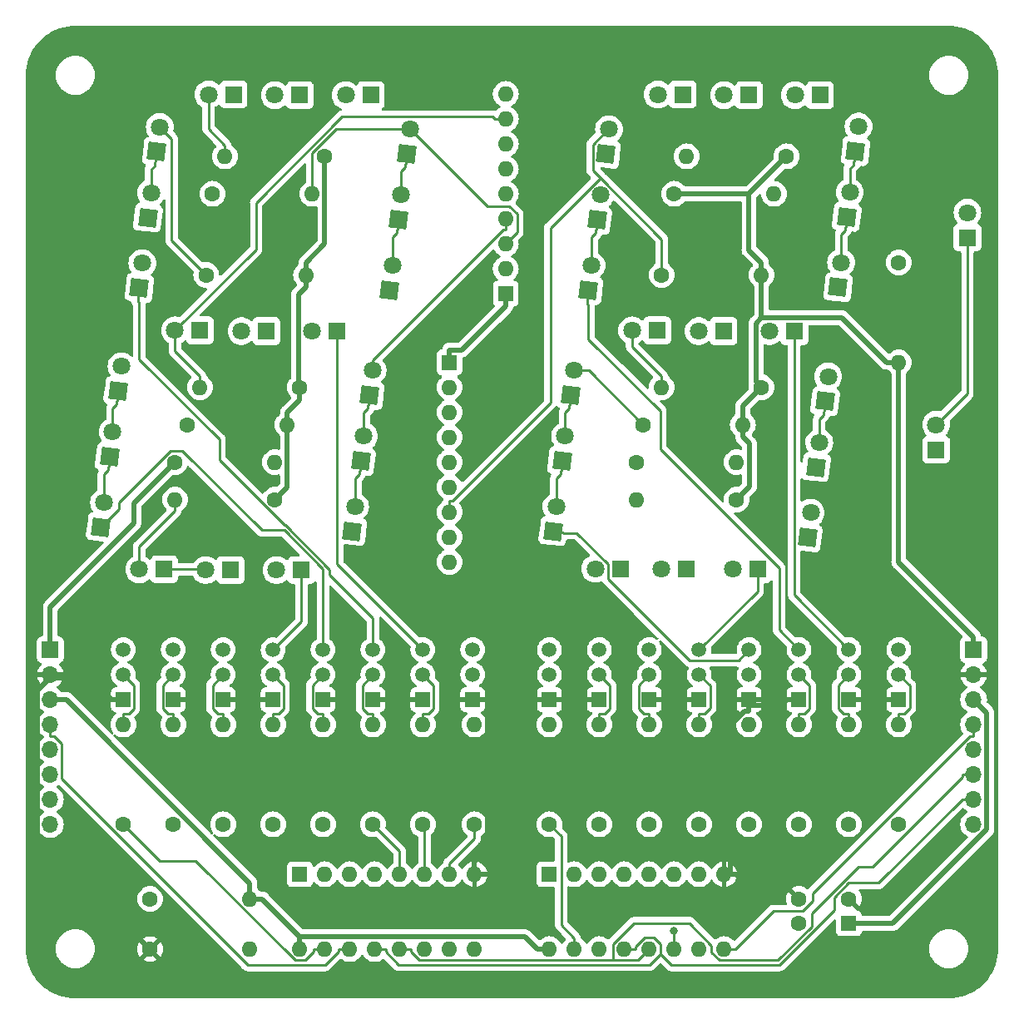
<source format=gbl>
G04 #@! TF.GenerationSoftware,KiCad,Pcbnew,7.0.9*
G04 #@! TF.CreationDate,2024-02-26T12:30:47+11:00*
G04 #@! TF.ProjectId,7segment,37736567-6d65-46e7-942e-6b696361645f,rev?*
G04 #@! TF.SameCoordinates,PX292dfe0PY1d11680*
G04 #@! TF.FileFunction,Copper,L2,Bot*
G04 #@! TF.FilePolarity,Positive*
%FSLAX46Y46*%
G04 Gerber Fmt 4.6, Leading zero omitted, Abs format (unit mm)*
G04 Created by KiCad (PCBNEW 7.0.9) date 2024-02-26 12:30:47*
%MOMM*%
%LPD*%
G01*
G04 APERTURE LIST*
G04 Aperture macros list*
%AMRotRect*
0 Rectangle, with rotation*
0 The origin of the aperture is its center*
0 $1 length*
0 $2 width*
0 $3 Rotation angle, in degrees counterclockwise*
0 Add horizontal line*
21,1,$1,$2,0,0,$3*%
G04 Aperture macros list end*
G04 #@! TA.AperFunction,ComponentPad*
%ADD10R,1.800000X1.800000*%
G04 #@! TD*
G04 #@! TA.AperFunction,ComponentPad*
%ADD11C,1.800000*%
G04 #@! TD*
G04 #@! TA.AperFunction,ComponentPad*
%ADD12RotRect,1.800000X1.800000X83.000000*%
G04 #@! TD*
G04 #@! TA.AperFunction,ComponentPad*
%ADD13C,1.600000*%
G04 #@! TD*
G04 #@! TA.AperFunction,ComponentPad*
%ADD14O,1.600000X1.600000*%
G04 #@! TD*
G04 #@! TA.AperFunction,ComponentPad*
%ADD15R,1.500000X1.500000*%
G04 #@! TD*
G04 #@! TA.AperFunction,ComponentPad*
%ADD16C,1.500000*%
G04 #@! TD*
G04 #@! TA.AperFunction,ComponentPad*
%ADD17R,1.600000X1.600000*%
G04 #@! TD*
G04 #@! TA.AperFunction,ComponentPad*
%ADD18R,1.700000X1.700000*%
G04 #@! TD*
G04 #@! TA.AperFunction,ComponentPad*
%ADD19O,1.700000X1.700000*%
G04 #@! TD*
G04 #@! TA.AperFunction,ViaPad*
%ADD20C,0.800000*%
G04 #@! TD*
G04 #@! TA.AperFunction,Conductor*
%ADD21C,0.500000*%
G04 #@! TD*
G04 #@! TA.AperFunction,Conductor*
%ADD22C,0.250000*%
G04 #@! TD*
G04 APERTURE END LIST*
D10*
X30069002Y-2025000D03*
D11*
X13559002Y-1950000D03*
X27529002Y-2025000D03*
D10*
X22859998Y-2025000D03*
D11*
X20319998Y-2025000D03*
D10*
X16099002Y-1950000D03*
D12*
X2610375Y-45992085D03*
D11*
X4696879Y-29614289D03*
X2919923Y-43471018D03*
D12*
X3488932Y-38836816D03*
D11*
X3798480Y-36315749D03*
D12*
X4387331Y-32135356D03*
D10*
X75789002Y-2025000D03*
D11*
X59279002Y-1950000D03*
X73249002Y-2025000D03*
D10*
X68579998Y-2025000D03*
D11*
X66039998Y-2025000D03*
D10*
X61819002Y-1950000D03*
X90805000Y-16510000D03*
D11*
X90805000Y-13970000D03*
D10*
X87630000Y-38100000D03*
D11*
X87630000Y-35560000D03*
D10*
X23027002Y-50360000D03*
D11*
X6517002Y-50285000D03*
X20487002Y-50360000D03*
D10*
X15817998Y-50360000D03*
D11*
X13277998Y-50360000D03*
D10*
X9057002Y-50285000D03*
D12*
X28184175Y-46403085D03*
D11*
X30270679Y-30025289D03*
X28493723Y-43882018D03*
D12*
X29062732Y-39247816D03*
D11*
X29372280Y-36726749D03*
D12*
X29961131Y-32546356D03*
X31994175Y-21862085D03*
D11*
X34080679Y-5484289D03*
X32303723Y-19341018D03*
D12*
X32872732Y-14706816D03*
D11*
X33182280Y-12185749D03*
D12*
X33771131Y-8005356D03*
X77639175Y-21578185D03*
D11*
X79725679Y-5200389D03*
X77948723Y-19057118D03*
D12*
X78517732Y-14422916D03*
D11*
X78827280Y-11901849D03*
D12*
X79416131Y-7721456D03*
X52239175Y-21862085D03*
D11*
X54325679Y-5484289D03*
X52548723Y-19341018D03*
D12*
X53117732Y-14706816D03*
D11*
X53427280Y-12185749D03*
D12*
X54016131Y-8005356D03*
D10*
X73192002Y-26035000D03*
D11*
X56682002Y-25960000D03*
X70652002Y-26035000D03*
D10*
X65982998Y-26035000D03*
D11*
X63442998Y-26035000D03*
D10*
X59222002Y-25960000D03*
D12*
X6519175Y-21638085D03*
D11*
X8605679Y-5260289D03*
X6828723Y-19117018D03*
D12*
X7397732Y-14482816D03*
D11*
X7707280Y-11961749D03*
D12*
X8296131Y-7781356D03*
D10*
X69439002Y-50285000D03*
D11*
X52929002Y-50210000D03*
X66899002Y-50285000D03*
D10*
X62229998Y-50285000D03*
D11*
X59689998Y-50285000D03*
D10*
X55469002Y-50210000D03*
D12*
X74539175Y-47038085D03*
D11*
X76625679Y-30660289D03*
X74848723Y-44517018D03*
D12*
X75417732Y-39882816D03*
D11*
X75727280Y-37361749D03*
D12*
X76316131Y-33181356D03*
D10*
X26670002Y-26035000D03*
D11*
X10160002Y-25960000D03*
X24130002Y-26035000D03*
D10*
X19460998Y-26035000D03*
D11*
X16920998Y-26035000D03*
D10*
X12700002Y-25960000D03*
D12*
X48661875Y-46403085D03*
D11*
X50748379Y-30025289D03*
X48971423Y-43882018D03*
D12*
X49540432Y-39247816D03*
D11*
X49849980Y-36726749D03*
D12*
X50438831Y-32546356D03*
D13*
X48260000Y-76240000D03*
D14*
X48260000Y-66080000D03*
D13*
X67310000Y-43180000D03*
D14*
X57150000Y-43180000D03*
D15*
X48260000Y-63540000D03*
D16*
X48260000Y-61000000D03*
X48260000Y-58460000D03*
D13*
X68580000Y-76240000D03*
D14*
X68580000Y-66080000D03*
D15*
X25210000Y-63540000D03*
D16*
X25210000Y-61000000D03*
X25210000Y-58460000D03*
D15*
X83820000Y-63540000D03*
D16*
X83820000Y-61000000D03*
X83820000Y-58460000D03*
D13*
X83820000Y-76240000D03*
D14*
X83820000Y-66080000D03*
D15*
X40450000Y-63540000D03*
D16*
X40450000Y-61000000D03*
X40450000Y-58460000D03*
D13*
X25400000Y-8255000D03*
D14*
X15240000Y-8255000D03*
D15*
X68580000Y-63540000D03*
D16*
X68580000Y-61000000D03*
X68580000Y-58460000D03*
D15*
X35370000Y-63540000D03*
D16*
X35370000Y-61000000D03*
X35370000Y-58460000D03*
D13*
X57150000Y-39370000D03*
D14*
X67310000Y-39370000D03*
D13*
X63500000Y-76240000D03*
D14*
X63500000Y-66080000D03*
D13*
X25210000Y-76240000D03*
D14*
X25210000Y-66080000D03*
D13*
X7620000Y-83820000D03*
D14*
X17780000Y-83820000D03*
D13*
X13970000Y-12065000D03*
D14*
X24130000Y-12065000D03*
D13*
X22860000Y-31750000D03*
D14*
X12700000Y-31750000D03*
D17*
X22860000Y-81320000D03*
D14*
X25400000Y-81320000D03*
X27940000Y-81320000D03*
X30480000Y-81320000D03*
X33020000Y-81320000D03*
X35560000Y-81320000D03*
X38100000Y-81320000D03*
X40640000Y-81320000D03*
X40640000Y-88940000D03*
X38100000Y-88940000D03*
X35560000Y-88940000D03*
X33020000Y-88940000D03*
X30480000Y-88940000D03*
X27940000Y-88940000D03*
X25400000Y-88940000D03*
X22860000Y-88940000D03*
D13*
X73660000Y-86320000D03*
X73660000Y-83820000D03*
D15*
X73660000Y-63540000D03*
D16*
X73660000Y-61000000D03*
X73660000Y-58460000D03*
D15*
X78740000Y-63540000D03*
D16*
X78740000Y-61000000D03*
X78740000Y-58460000D03*
D13*
X9970000Y-76240000D03*
D14*
X9970000Y-66080000D03*
D15*
X58420000Y-63540000D03*
D16*
X58420000Y-61000000D03*
X58420000Y-58460000D03*
D13*
X60960000Y-12065000D03*
D14*
X71120000Y-12065000D03*
D15*
X53340000Y-63540000D03*
D16*
X53340000Y-61000000D03*
X53340000Y-58460000D03*
D13*
X58420000Y-76240000D03*
D14*
X58420000Y-66080000D03*
D13*
X78740000Y-76240000D03*
D14*
X78740000Y-66080000D03*
D13*
X11430000Y-35560000D03*
D14*
X21590000Y-35560000D03*
D13*
X83820000Y-19050000D03*
D14*
X83820000Y-29210000D03*
D15*
X9970000Y-63540000D03*
D16*
X9970000Y-61000000D03*
X9970000Y-58460000D03*
D13*
X7620000Y-88940000D03*
D14*
X17780000Y-88940000D03*
D15*
X4890000Y-63540000D03*
D16*
X4890000Y-61000000D03*
X4890000Y-58460000D03*
D13*
X69850000Y-31750000D03*
D14*
X59690000Y-31750000D03*
D17*
X78740000Y-86320000D03*
D13*
X78740000Y-83820000D03*
D17*
X38100000Y-29210000D03*
D14*
X38100000Y-31750000D03*
X38100000Y-34290000D03*
X38100000Y-36830000D03*
X38100000Y-39370000D03*
X38100000Y-41910000D03*
X38100000Y-44450000D03*
X38100000Y-46990000D03*
X38100000Y-49530000D03*
D13*
X73660000Y-76240000D03*
D14*
X73660000Y-66080000D03*
D13*
X15050000Y-76240000D03*
D14*
X15050000Y-66080000D03*
D18*
X91440000Y-58460000D03*
D19*
X91440000Y-61000000D03*
X91440000Y-63540000D03*
X91440000Y-66080000D03*
X91440000Y-68620000D03*
X91440000Y-71160000D03*
X91440000Y-73700000D03*
X91440000Y-76240000D03*
D15*
X30290000Y-63540000D03*
D16*
X30290000Y-61000000D03*
X30290000Y-58460000D03*
D13*
X4890000Y-76240000D03*
D14*
X4890000Y-66080000D03*
D13*
X10160000Y-39370000D03*
D14*
X20320000Y-39370000D03*
D17*
X48260000Y-81320000D03*
D14*
X50800000Y-81320000D03*
X53340000Y-81320000D03*
X55880000Y-81320000D03*
X58420000Y-81320000D03*
X60960000Y-81320000D03*
X63500000Y-81320000D03*
X66040000Y-81320000D03*
X66040000Y-88940000D03*
X63500000Y-88940000D03*
X60960000Y-88940000D03*
X58420000Y-88940000D03*
X55880000Y-88940000D03*
X53340000Y-88940000D03*
X50800000Y-88940000D03*
X48260000Y-88940000D03*
D13*
X72390000Y-8255000D03*
D14*
X62230000Y-8255000D03*
D13*
X20320000Y-43180000D03*
D14*
X10160000Y-43180000D03*
D15*
X15050000Y-63540000D03*
D16*
X15050000Y-61000000D03*
X15050000Y-58460000D03*
D13*
X40640000Y-76240000D03*
D14*
X40640000Y-66080000D03*
D15*
X20130000Y-63550000D03*
D16*
X20130000Y-61010000D03*
X20130000Y-58470000D03*
D13*
X13335000Y-20320000D03*
D14*
X23495000Y-20320000D03*
D13*
X20130000Y-76240000D03*
D14*
X20130000Y-66080000D03*
D13*
X53340000Y-76240000D03*
D14*
X53340000Y-66080000D03*
D18*
X-2540000Y-58460000D03*
D19*
X-2540000Y-61000000D03*
X-2540000Y-63540000D03*
X-2540000Y-66080000D03*
X-2540000Y-68620000D03*
X-2540000Y-71160000D03*
X-2540000Y-73700000D03*
X-2540000Y-76240000D03*
D13*
X35370000Y-76240000D03*
D14*
X35370000Y-66080000D03*
D13*
X59690000Y-20320000D03*
D14*
X69850000Y-20320000D03*
D13*
X57785000Y-35560000D03*
D14*
X67945000Y-35560000D03*
D15*
X63500000Y-63540000D03*
D16*
X63500000Y-61000000D03*
X63500000Y-58460000D03*
D13*
X30290000Y-76240000D03*
D14*
X30290000Y-66080000D03*
D17*
X43815000Y-22225000D03*
D14*
X43815000Y-19685000D03*
X43815000Y-17145000D03*
X43815000Y-14605000D03*
X43815000Y-12065000D03*
X43815000Y-9525000D03*
X43815000Y-6985000D03*
X43815000Y-4445000D03*
X43815000Y-1905000D03*
D20*
X60960000Y-87037500D03*
D21*
X91440000Y-63540000D02*
X92776200Y-64876200D01*
X83211200Y-86320000D02*
X78740000Y-86320000D01*
X-2540000Y-63540000D02*
X-916600Y-63540000D01*
X22860000Y-88940000D02*
X22860000Y-87688100D01*
X17780000Y-82236600D02*
X17780000Y-83820000D01*
X92776200Y-76755000D02*
X83211200Y-86320000D01*
X19031900Y-83860000D02*
X22860000Y-87688100D01*
X17780000Y-83820000D02*
X19031900Y-83820000D01*
X45756200Y-87688100D02*
X22860000Y-87688100D01*
X48260000Y-88940000D02*
X47008100Y-88940000D01*
X47008100Y-88940000D02*
X45756200Y-87688100D01*
X19031900Y-83820000D02*
X19031900Y-83860000D01*
X92776200Y-64876200D02*
X92776200Y-76755000D01*
X-916600Y-63540000D02*
X17780000Y-82236600D01*
D22*
X32303700Y-16475200D02*
X32303700Y-19341000D01*
X32704700Y-16074200D02*
X32303700Y-16475200D01*
X32704800Y-16074200D02*
X32704700Y-16074200D01*
X32872700Y-14706800D02*
X32704800Y-16074200D01*
X33182300Y-9793500D02*
X33182300Y-12185800D01*
X33603200Y-9372700D02*
X33603100Y-9372700D01*
X33603100Y-9372700D02*
X33182300Y-9793500D01*
X33771100Y-8005400D02*
X33603200Y-9372700D01*
X29062700Y-39247800D02*
X28894800Y-40615200D01*
X28894700Y-40615200D02*
X28493700Y-41016200D01*
X28894800Y-40615200D02*
X28894700Y-40615200D01*
X28493700Y-41016200D02*
X28493700Y-43882000D01*
X29961100Y-32546400D02*
X29793200Y-33913700D01*
X29372300Y-34334500D02*
X29372300Y-36726800D01*
X29793100Y-33913700D02*
X29372300Y-34334500D01*
X29793200Y-33913700D02*
X29793100Y-33913700D01*
X20130000Y-58470000D02*
X23027000Y-55573000D01*
X23027000Y-55573000D02*
X23027000Y-50360000D01*
D21*
X73660000Y-83820000D02*
X72449900Y-82609900D01*
X66040000Y-81320000D02*
X66666000Y-81320000D01*
X53340000Y-63540000D02*
X48260000Y-63540000D01*
X73660000Y-63540000D02*
X72458100Y-63540000D01*
X-3876200Y-62635300D02*
X-2540000Y-61299100D01*
X72449900Y-82609800D02*
X68581700Y-82609800D01*
X40450000Y-63540000D02*
X41949700Y-63540000D01*
X41949700Y-63540000D02*
X48260000Y-63540000D01*
X-2540000Y-61299100D02*
X1447200Y-61299100D01*
X30290000Y-63540000D02*
X35370000Y-63540000D01*
X72449900Y-82609900D02*
X72449900Y-82609800D01*
X71864100Y-64134000D02*
X72458100Y-63540000D01*
X66666000Y-81320000D02*
X66666000Y-66205200D01*
X68129300Y-64741900D02*
X68580000Y-64741900D01*
X1447200Y-61299100D02*
X3688100Y-63540000D01*
X4890000Y-63540000D02*
X3688100Y-63540000D01*
X66666000Y-66205200D02*
X68129300Y-64741900D01*
X-2540000Y-61000000D02*
X-2540000Y-61299100D01*
X15050000Y-63540000D02*
X18918100Y-63540000D01*
X68580000Y-63540000D02*
X68580000Y-64134000D01*
X83820000Y-63540000D02*
X78740000Y-63540000D01*
X68580000Y-64134000D02*
X71864100Y-64134000D01*
X41949700Y-78758400D02*
X40640000Y-80068100D01*
X18918100Y-63540000D02*
X18928100Y-63550000D01*
X66666000Y-81320000D02*
X67291900Y-81320000D01*
X41949700Y-63540000D02*
X41949700Y-78758400D01*
X68581700Y-82609800D02*
X67291900Y-81320000D01*
X-3876200Y-77443800D02*
X-3876200Y-62635300D01*
X68580000Y-64134000D02*
X68580000Y-64741900D01*
X7620000Y-88940000D02*
X-3876200Y-77443800D01*
X40640000Y-81320000D02*
X40640000Y-80068100D01*
X20130000Y-63550000D02*
X18928100Y-63550000D01*
D22*
X9057000Y-50285000D02*
X13203000Y-50285000D01*
X13203000Y-50285000D02*
X13278000Y-50360000D01*
X9726800Y-38203100D02*
X4462100Y-43467800D01*
X4462100Y-44140400D02*
X2610400Y-45992100D01*
X4462100Y-43467800D02*
X4462100Y-44140400D01*
X18972800Y-46302100D02*
X10873800Y-38203100D01*
X25210000Y-50249900D02*
X21262200Y-46302100D01*
X10873800Y-38203100D02*
X9726800Y-38203100D01*
X25210000Y-58460000D02*
X25210000Y-50249900D01*
X21262200Y-46302100D02*
X18972800Y-46302100D01*
X3488900Y-38836800D02*
X3321000Y-40204200D01*
X3320900Y-40204200D02*
X2919900Y-40605200D01*
X3321000Y-40204200D02*
X3320900Y-40204200D01*
X2919900Y-40605200D02*
X2919900Y-43471000D01*
X3798500Y-33923500D02*
X3798500Y-36315800D01*
X4219300Y-33502700D02*
X3798500Y-33923500D01*
X4219400Y-33502700D02*
X4219300Y-33502700D01*
X4387300Y-32135400D02*
X4219400Y-33502700D01*
X30290000Y-55272600D02*
X25896900Y-50879500D01*
X6519200Y-28909900D02*
X6519200Y-23173400D01*
X14666900Y-37057600D02*
X6519200Y-28909900D01*
X21259100Y-45738700D02*
X14666900Y-39146500D01*
X6519200Y-21638100D02*
X6351300Y-23005500D01*
X21341900Y-45738700D02*
X21259100Y-45738700D01*
X6519200Y-23173400D02*
X6351300Y-23005500D01*
X25896900Y-50879500D02*
X25896900Y-50293700D01*
X30290000Y-58460000D02*
X30290000Y-55272600D01*
X14666900Y-39146500D02*
X14666900Y-37057600D01*
X25896900Y-50293700D02*
X21341900Y-45738700D01*
X8296100Y-7781400D02*
X8128200Y-9148700D01*
X8128200Y-9148700D02*
X8128100Y-9148700D01*
X8128100Y-9148700D02*
X7707300Y-9569500D01*
X7707300Y-9569500D02*
X7707300Y-11961800D01*
X26670000Y-26035000D02*
X26670000Y-27261900D01*
X26670000Y-27261900D02*
X26670000Y-49760000D01*
X26670000Y-49760000D02*
X35370000Y-58460000D01*
X90805000Y-32385000D02*
X90805000Y-16510000D01*
X87630000Y-35560000D02*
X90805000Y-32385000D01*
X78349800Y-15790300D02*
X78349700Y-15790300D01*
X78349700Y-15790300D02*
X77948700Y-16191300D01*
X77948700Y-16191300D02*
X77948700Y-19057100D01*
X78517700Y-14422900D02*
X78349800Y-15790300D01*
X79248200Y-9088800D02*
X79248100Y-9088800D01*
X79416100Y-7721500D02*
X79248200Y-9088800D01*
X79248100Y-9088800D02*
X78827300Y-9509600D01*
X78827300Y-9509600D02*
X78827300Y-11901900D01*
X76316100Y-33181400D02*
X76148200Y-34548700D01*
X76148100Y-34548700D02*
X75727300Y-34969500D01*
X76148200Y-34548700D02*
X76148100Y-34548700D01*
X75727300Y-34969500D02*
X75727300Y-37361800D01*
X63500000Y-58460000D02*
X69439000Y-52521000D01*
X69439000Y-52521000D02*
X69439000Y-50285000D01*
X51040600Y-46571000D02*
X50029200Y-46571000D01*
X68580000Y-58460000D02*
X67495900Y-59544100D01*
X54199000Y-49729400D02*
X51040600Y-46571000D01*
X54199000Y-51236600D02*
X54199000Y-49729400D01*
X62506500Y-59544100D02*
X54199000Y-51236600D01*
X48661900Y-46403100D02*
X50029200Y-46571000D01*
X67495900Y-59544100D02*
X62506500Y-59544100D01*
X49540400Y-39247800D02*
X49372500Y-40615200D01*
X49372500Y-40615200D02*
X49372400Y-40615200D01*
X48971400Y-41016200D02*
X48971400Y-43882000D01*
X49372400Y-40615200D02*
X48971400Y-41016200D01*
X49850000Y-34334500D02*
X49850000Y-36726800D01*
X50270800Y-33913700D02*
X49850000Y-34334500D01*
X50438800Y-32546400D02*
X50270900Y-33913700D01*
X50270900Y-33913700D02*
X50270800Y-33913700D01*
X52239200Y-21862100D02*
X52071300Y-23229500D01*
X52239200Y-23397400D02*
X52071300Y-23229500D01*
X59537300Y-34161600D02*
X52239200Y-26863500D01*
X73660000Y-58460000D02*
X71629800Y-56429800D01*
X71629800Y-50145200D02*
X59537300Y-38052700D01*
X59537300Y-38052700D02*
X59537300Y-34161600D01*
X71629800Y-56429800D02*
X71629800Y-50145200D01*
X52239200Y-26863500D02*
X52239200Y-23397400D01*
X52949700Y-16074200D02*
X52548700Y-16475200D01*
X52949800Y-16074200D02*
X52949700Y-16074200D01*
X53117700Y-14706800D02*
X52949800Y-16074200D01*
X52548700Y-16475200D02*
X52548700Y-19341000D01*
X73192000Y-52912000D02*
X78740000Y-58460000D01*
X73192000Y-27261900D02*
X73192000Y-52912000D01*
X73192000Y-26035000D02*
X73192000Y-27261900D01*
X22364300Y-90084100D02*
X12218400Y-79938200D01*
X8588200Y-79938200D02*
X4890000Y-76240000D01*
X25400000Y-88940000D02*
X24273100Y-88940000D01*
X24273100Y-88940000D02*
X24273100Y-89221700D01*
X12218400Y-79938200D02*
X8588200Y-79938200D01*
X24273100Y-89221700D02*
X23410700Y-90084100D01*
X23410700Y-90084100D02*
X22364300Y-90084100D01*
X33020000Y-78970000D02*
X30290000Y-76240000D01*
X33020000Y-81320000D02*
X33020000Y-78970000D01*
X35560000Y-81320000D02*
X35560000Y-76430000D01*
X35560000Y-76430000D02*
X35370000Y-76240000D01*
X40640000Y-77653100D02*
X40640000Y-76240000D01*
X38100000Y-80193100D02*
X40640000Y-77653100D01*
X38100000Y-81320000D02*
X38100000Y-80193100D01*
X49457600Y-86470700D02*
X50800000Y-87813100D01*
X49457600Y-77437600D02*
X49457600Y-86470700D01*
X50800000Y-88940000D02*
X50800000Y-87813100D01*
X48260000Y-76240000D02*
X49457600Y-77437600D01*
X5966900Y-64443200D02*
X5457000Y-64953100D01*
X4890000Y-66080000D02*
X4890000Y-64953100D01*
X4890000Y-61000000D02*
X5966900Y-62076900D01*
X5457000Y-64953100D02*
X4890000Y-64953100D01*
X5966900Y-62076900D02*
X5966900Y-64443200D01*
X9970000Y-66080000D02*
X9970000Y-64953100D01*
X8893100Y-62076900D02*
X8893100Y-64443200D01*
X9970000Y-61000000D02*
X8893100Y-62076900D01*
X8893100Y-64443200D02*
X9403000Y-64953100D01*
X9403000Y-64953100D02*
X9970000Y-64953100D01*
X13973100Y-62076900D02*
X15050000Y-61000000D01*
X15050000Y-64953100D02*
X14488200Y-64953100D01*
X15050000Y-66080000D02*
X15050000Y-64953100D01*
X13973100Y-64438000D02*
X13973100Y-62076900D01*
X14488200Y-64953100D02*
X13973100Y-64438000D01*
X21206900Y-62086900D02*
X21206900Y-64443200D01*
X20130000Y-61010000D02*
X21206900Y-62086900D01*
X20697000Y-64953100D02*
X20130000Y-64953100D01*
X20130000Y-66080000D02*
X20130000Y-64953100D01*
X21206900Y-64443200D02*
X20697000Y-64953100D01*
X24133100Y-62076900D02*
X24133100Y-64443200D01*
X24643000Y-64953100D02*
X25210000Y-64953100D01*
X25210000Y-61000000D02*
X24133100Y-62076900D01*
X24133100Y-64443200D02*
X24643000Y-64953100D01*
X25210000Y-66080000D02*
X25210000Y-64953100D01*
X29728200Y-64953100D02*
X29213100Y-64438000D01*
X30290000Y-64953100D02*
X29728200Y-64953100D01*
X29213100Y-64438000D02*
X29213100Y-62076900D01*
X30290000Y-66080000D02*
X30290000Y-64953100D01*
X29213100Y-62076900D02*
X30290000Y-61000000D01*
X35931700Y-64953100D02*
X36446900Y-64437900D01*
X36446900Y-62076900D02*
X35370000Y-61000000D01*
X36446900Y-64437900D02*
X36446900Y-62076900D01*
X35370000Y-64953100D02*
X35931700Y-64953100D01*
X35370000Y-66080000D02*
X35370000Y-64953100D01*
X53907000Y-64953100D02*
X53340000Y-64953100D01*
X54416900Y-64443200D02*
X53907000Y-64953100D01*
X54416900Y-62076900D02*
X54416900Y-64443200D01*
X53340000Y-61000000D02*
X54416900Y-62076900D01*
X53340000Y-66080000D02*
X53340000Y-64953100D01*
X58420000Y-61000000D02*
X57343100Y-62076900D01*
X57853000Y-64953100D02*
X58420000Y-64953100D01*
X57343100Y-62076900D02*
X57343100Y-64443200D01*
X58420000Y-66080000D02*
X58420000Y-64953100D01*
X57343100Y-64443200D02*
X57853000Y-64953100D01*
X64626800Y-62126800D02*
X64626800Y-64389800D01*
X63500000Y-66080000D02*
X63500000Y-64953100D01*
X63500000Y-61000000D02*
X64626800Y-62126800D01*
X64626800Y-64389800D02*
X64063500Y-64953100D01*
X64063500Y-64953100D02*
X63500000Y-64953100D01*
X73660000Y-66080000D02*
X73660000Y-64953100D01*
X73660000Y-61000000D02*
X74736900Y-62076900D01*
X74736900Y-62076900D02*
X74736900Y-64443200D01*
X74227000Y-64953100D02*
X73660000Y-64953100D01*
X74736900Y-64443200D02*
X74227000Y-64953100D01*
X77663100Y-64438000D02*
X77663100Y-62076900D01*
X78740000Y-66080000D02*
X78740000Y-64953100D01*
X77663100Y-62076900D02*
X78740000Y-61000000D01*
X78740000Y-64953100D02*
X78178200Y-64953100D01*
X78178200Y-64953100D02*
X77663100Y-64438000D01*
X84383500Y-64953100D02*
X83820000Y-64953100D01*
X83820000Y-66080000D02*
X83820000Y-64953100D01*
X84946800Y-64389800D02*
X84383500Y-64953100D01*
X83820000Y-61000000D02*
X84946800Y-62126800D01*
X84946800Y-62126800D02*
X84946800Y-64389800D01*
X60960000Y-88940000D02*
X60960000Y-87037500D01*
X33020000Y-88940000D02*
X34146900Y-88940000D01*
X90263100Y-71160000D02*
X90263100Y-71454200D01*
X54710200Y-88467300D02*
X54710200Y-90066900D01*
X79732300Y-80532800D02*
X74943100Y-85322000D01*
X74943100Y-85322000D02*
X74943100Y-86648700D01*
X34146900Y-89221800D02*
X34992000Y-90066900D01*
X57293100Y-90066900D02*
X58420000Y-88940000D01*
X91440000Y-71160000D02*
X90263100Y-71160000D01*
X71524400Y-90067400D02*
X65573200Y-90067400D01*
X81184500Y-80532800D02*
X79732300Y-80532800D01*
X34992000Y-90066900D02*
X54710200Y-90066900D01*
X90263100Y-71454200D02*
X81184500Y-80532800D01*
X74943100Y-86648700D02*
X71524400Y-90067400D01*
X56891000Y-86286500D02*
X54710200Y-88467300D01*
X54710200Y-90066900D02*
X57293100Y-90066900D01*
X64770000Y-89264200D02*
X64770000Y-88568100D01*
X62488400Y-86286500D02*
X56891000Y-86286500D01*
X34146900Y-88940000D02*
X34146900Y-89221800D01*
X65573200Y-90067400D02*
X64770000Y-89264200D01*
X64770000Y-88568100D02*
X62488400Y-86286500D01*
X59546900Y-89416800D02*
X60682900Y-90552800D01*
X91440000Y-73700000D02*
X90263100Y-73700000D01*
X55880000Y-88940000D02*
X57006900Y-88940000D01*
X31606900Y-88940000D02*
X31606900Y-89221700D01*
X81755700Y-82207400D02*
X90263100Y-73700000D01*
X59546900Y-88455800D02*
X59546900Y-89416800D01*
X57006900Y-88940000D02*
X57006900Y-88706500D01*
X71698200Y-90552800D02*
X77253900Y-84997100D01*
X78721200Y-82207400D02*
X81755700Y-82207400D01*
X31606900Y-89221700D02*
X32921200Y-90536000D01*
X77253900Y-83674700D02*
X78721200Y-82207400D01*
X77253900Y-84997100D02*
X77253900Y-83674700D01*
X60682900Y-90552800D02*
X71698200Y-90552800D01*
X57006900Y-88706500D02*
X57943600Y-87769800D01*
X30480000Y-88940000D02*
X31606900Y-88940000D01*
X32921200Y-90536000D02*
X58427700Y-90536000D01*
X57943600Y-87769800D02*
X58860900Y-87769800D01*
X58427700Y-90536000D02*
X59546900Y-89416800D01*
X58860900Y-87769800D02*
X59546900Y-88455800D01*
X17592800Y-90554800D02*
X25431800Y-90554800D01*
X26813100Y-89173500D02*
X26813100Y-88940000D01*
X-1363100Y-68065900D02*
X-1363100Y-71598900D01*
X-1363100Y-71598900D02*
X17592800Y-90554800D01*
X27940000Y-88940000D02*
X26813100Y-88940000D01*
X-2540000Y-66080000D02*
X-2540000Y-67256900D01*
X-2540000Y-67256900D02*
X-2172100Y-67256900D01*
X-2172100Y-67256900D02*
X-1363100Y-68065900D01*
X25431800Y-90554800D02*
X26813100Y-89173500D01*
X91072200Y-67256900D02*
X75060200Y-83268900D01*
X66040000Y-88940000D02*
X67166900Y-88940000D01*
X75060200Y-84016700D02*
X74006900Y-85070000D01*
X91440000Y-66080000D02*
X91440000Y-67256900D01*
X91440000Y-67256900D02*
X91072200Y-67256900D01*
X74006900Y-85070000D02*
X71036900Y-85070000D01*
X75060200Y-83268900D02*
X75060200Y-84016700D01*
X71036900Y-85070000D02*
X67166900Y-88940000D01*
D21*
X22860000Y-33038100D02*
X22860000Y-31750000D01*
X21590000Y-35560000D02*
X21590000Y-41910000D01*
X22732100Y-31622100D02*
X22732100Y-22334800D01*
X21590000Y-34308100D02*
X22860000Y-33038100D01*
X82568100Y-29210000D02*
X78041200Y-24683100D01*
X43815000Y-22225000D02*
X43815000Y-23476900D01*
X69850000Y-31750000D02*
X67945000Y-33655000D01*
X23495000Y-20320000D02*
X23495000Y-21571900D01*
X91440000Y-58460000D02*
X91440000Y-57158100D01*
X69850000Y-21571900D02*
X69850000Y-24683100D01*
X25400000Y-17163100D02*
X25400000Y-8255000D01*
X21590000Y-35560000D02*
X21590000Y-34308100D01*
X69850000Y-20320000D02*
X69850000Y-19068100D01*
X68580000Y-12065000D02*
X72390000Y-8255000D01*
X67945000Y-35560000D02*
X67945000Y-36811900D01*
X68580000Y-12065000D02*
X68580000Y-17798100D01*
X38100000Y-29210000D02*
X38100000Y-27958100D01*
X69850000Y-24683100D02*
X69299400Y-25233700D01*
X43815000Y-23476900D02*
X39333800Y-27958100D01*
X68606600Y-37473500D02*
X68606600Y-41883400D01*
X10160000Y-39370000D02*
X5940100Y-43589900D01*
X22860000Y-31750000D02*
X22732100Y-31622100D01*
X39333800Y-27958100D02*
X38100000Y-27958100D01*
X69850000Y-20320000D02*
X69850000Y-21571900D01*
X23495000Y-19068100D02*
X25400000Y-17163100D01*
X67945000Y-33655000D02*
X67945000Y-35560000D01*
X67945000Y-36811900D02*
X68606600Y-37473500D01*
X-2540000Y-54111600D02*
X-2540000Y-58460000D01*
X83820000Y-49538100D02*
X83820000Y-29210000D01*
X21590000Y-41910000D02*
X20320000Y-43180000D01*
X5940100Y-45631500D02*
X-2540000Y-54111600D01*
X60960000Y-12065000D02*
X68580000Y-12065000D01*
X68580000Y-17798100D02*
X69850000Y-19068100D01*
X83820000Y-29210000D02*
X82568100Y-29210000D01*
X69299400Y-25233700D02*
X69299400Y-31199400D01*
X23495000Y-20320000D02*
X23495000Y-19068100D01*
X22732100Y-22334800D02*
X23495000Y-21571900D01*
X91440000Y-57158100D02*
X83820000Y-49538100D01*
X69299400Y-31199400D02*
X69850000Y-31750000D01*
X78041200Y-24683100D02*
X69850000Y-24683100D01*
X5940100Y-43589900D02*
X5940100Y-45631500D01*
X68606600Y-41883400D02*
X67310000Y-43180000D01*
D22*
X15240000Y-7128100D02*
X13559000Y-5447100D01*
X15240000Y-8255000D02*
X15240000Y-7128100D01*
X13559000Y-5447100D02*
X13559000Y-1950000D01*
X34080700Y-5484300D02*
X26527500Y-5484300D01*
X44964000Y-15996000D02*
X44964000Y-14115200D01*
X24130000Y-7881800D02*
X24130000Y-12065000D01*
X26527500Y-5484300D02*
X24130000Y-7881800D01*
X44183800Y-13335000D02*
X41931400Y-13335000D01*
X44964000Y-14115200D02*
X44183800Y-13335000D01*
X43815000Y-17145000D02*
X44964000Y-15996000D01*
X41931400Y-13335000D02*
X34080700Y-5484300D01*
X43533300Y-15731900D02*
X30270700Y-28994500D01*
X43815000Y-15731900D02*
X43533300Y-15731900D01*
X30270700Y-28994500D02*
X30270700Y-30025300D01*
X43815000Y-14605000D02*
X43815000Y-15731900D01*
X10160000Y-43180000D02*
X10160000Y-44306900D01*
X10160000Y-44306900D02*
X6517000Y-47949900D01*
X6517000Y-47949900D02*
X6517000Y-50285000D01*
X13335000Y-20320000D02*
X9798400Y-16783400D01*
X9798400Y-16783400D02*
X9798400Y-6453000D01*
X9798400Y-6453000D02*
X8605700Y-5260300D01*
X12700000Y-30623100D02*
X10160000Y-28083100D01*
X18415000Y-17705000D02*
X10160000Y-25960000D01*
X43815000Y-4445000D02*
X42688100Y-4445000D01*
X10160000Y-28083100D02*
X10160000Y-25960000D01*
X18415000Y-12957700D02*
X18415000Y-17705000D01*
X42464100Y-4221000D02*
X27151700Y-4221000D01*
X42688100Y-4445000D02*
X42464100Y-4221000D01*
X27151700Y-4221000D02*
X18415000Y-12957700D01*
X12700000Y-31750000D02*
X12700000Y-30623100D01*
X57785000Y-35560000D02*
X52250300Y-30025300D01*
X52250300Y-30025300D02*
X50748400Y-30025300D01*
X38100000Y-43323100D02*
X38381700Y-43323100D01*
X48355000Y-33349800D02*
X48355000Y-15511100D01*
X38381700Y-43323100D02*
X48355000Y-33349800D01*
X54225400Y-5484300D02*
X54325700Y-5484300D01*
X38100000Y-44450000D02*
X38100000Y-43323100D01*
X48355000Y-15511100D02*
X53427400Y-10438700D01*
X52665300Y-7044400D02*
X54225400Y-5484300D01*
X59690000Y-20320000D02*
X59690000Y-16701300D01*
X52665300Y-9676600D02*
X52665300Y-7044400D01*
X53427400Y-10438700D02*
X52665300Y-9676600D01*
X59690000Y-16701300D02*
X53427400Y-10438700D01*
X59690000Y-30623100D02*
X56682000Y-27615100D01*
X59690000Y-31750000D02*
X59690000Y-30623100D01*
X56682000Y-27615100D02*
X56682000Y-25960000D01*
G04 #@! TA.AperFunction,Conductor*
G36*
X42582103Y-17681514D02*
G01*
X42638036Y-17723386D01*
X42651146Y-17745283D01*
X42677477Y-17801749D01*
X42808802Y-17989300D01*
X42970700Y-18151198D01*
X43154137Y-18279642D01*
X43158251Y-18282523D01*
X43201345Y-18302618D01*
X43253784Y-18348791D01*
X43272936Y-18415984D01*
X43252720Y-18482865D01*
X43201345Y-18527382D01*
X43158251Y-18547476D01*
X43033126Y-18635090D01*
X42970700Y-18678802D01*
X42970698Y-18678803D01*
X42970695Y-18678806D01*
X42808806Y-18840695D01*
X42808803Y-18840698D01*
X42808802Y-18840700D01*
X42757706Y-18913673D01*
X42677476Y-19028252D01*
X42677475Y-19028254D01*
X42580718Y-19235750D01*
X42580714Y-19235761D01*
X42521457Y-19456910D01*
X42521456Y-19456918D01*
X42501502Y-19684998D01*
X42501502Y-19685001D01*
X42521456Y-19913081D01*
X42521457Y-19913089D01*
X42580714Y-20134238D01*
X42580718Y-20134249D01*
X42650681Y-20284285D01*
X42677477Y-20341749D01*
X42808802Y-20529300D01*
X42970700Y-20691198D01*
X42978370Y-20696568D01*
X43021993Y-20751144D01*
X43029185Y-20820642D01*
X42997663Y-20882997D01*
X42937433Y-20918410D01*
X42920501Y-20921430D01*
X42905797Y-20923011D01*
X42905795Y-20923011D01*
X42768795Y-20974111D01*
X42651739Y-21061739D01*
X42564111Y-21178795D01*
X42513011Y-21315795D01*
X42513011Y-21315797D01*
X42506500Y-21376345D01*
X42506500Y-23073654D01*
X42513011Y-23134202D01*
X42513011Y-23134204D01*
X42556217Y-23250039D01*
X42564111Y-23271204D01*
X42651739Y-23388261D01*
X42651740Y-23388261D01*
X42651741Y-23388263D01*
X42653667Y-23390189D01*
X42654971Y-23392578D01*
X42657054Y-23395360D01*
X42656654Y-23395659D01*
X42687152Y-23451512D01*
X42682168Y-23521204D01*
X42653667Y-23565551D01*
X39055938Y-27163281D01*
X38994615Y-27196766D01*
X38968257Y-27199600D01*
X38123876Y-27199600D01*
X38120274Y-27199495D01*
X38055597Y-27195728D01*
X38055594Y-27195728D01*
X37991808Y-27206975D01*
X37988241Y-27207498D01*
X37923884Y-27215021D01*
X37923879Y-27215022D01*
X37913122Y-27218937D01*
X37892258Y-27224528D01*
X37880985Y-27226516D01*
X37880976Y-27226519D01*
X37853325Y-27238446D01*
X37821494Y-27252176D01*
X37818153Y-27253504D01*
X37757272Y-27275662D01*
X37757263Y-27275667D01*
X37747691Y-27281962D01*
X37728683Y-27292211D01*
X37718175Y-27296744D01*
X37718167Y-27296748D01*
X37666218Y-27335422D01*
X37663265Y-27337490D01*
X37609128Y-27373097D01*
X37609126Y-27373098D01*
X37609126Y-27373099D01*
X37601567Y-27381111D01*
X37601265Y-27381431D01*
X37585128Y-27395791D01*
X37575943Y-27402629D01*
X37534306Y-27452248D01*
X37531910Y-27454941D01*
X37487447Y-27502069D01*
X37481719Y-27511992D01*
X37469324Y-27529693D01*
X37461967Y-27538460D01*
X37461966Y-27538461D01*
X37432900Y-27596336D01*
X37431189Y-27599509D01*
X37398792Y-27655622D01*
X37398790Y-27655628D01*
X37395503Y-27666607D01*
X37387528Y-27686681D01*
X37382390Y-27696911D01*
X37367454Y-27759930D01*
X37366521Y-27763413D01*
X37351264Y-27814377D01*
X37313180Y-27872955D01*
X37249472Y-27901644D01*
X37245731Y-27902104D01*
X37190796Y-27908011D01*
X37190795Y-27908011D01*
X37053795Y-27959111D01*
X36936739Y-28046739D01*
X36849111Y-28163795D01*
X36798011Y-28300795D01*
X36798011Y-28300797D01*
X36791500Y-28361345D01*
X36791500Y-30058654D01*
X36798011Y-30119202D01*
X36798011Y-30119204D01*
X36839983Y-30231731D01*
X36849111Y-30256204D01*
X36936739Y-30373261D01*
X37053796Y-30460889D01*
X37116284Y-30484196D01*
X37190793Y-30511987D01*
X37190799Y-30511989D01*
X37205499Y-30513569D01*
X37270048Y-30540305D01*
X37309897Y-30597696D01*
X37312393Y-30667521D01*
X37276742Y-30727611D01*
X37263377Y-30738425D01*
X37263371Y-30738431D01*
X37255696Y-30743805D01*
X37093806Y-30905695D01*
X37093803Y-30905698D01*
X37093802Y-30905700D01*
X37053807Y-30962819D01*
X36962476Y-31093252D01*
X36962475Y-31093254D01*
X36865718Y-31300750D01*
X36865714Y-31300761D01*
X36806457Y-31521910D01*
X36806456Y-31521918D01*
X36786502Y-31749998D01*
X36786502Y-31750001D01*
X36806456Y-31978081D01*
X36806457Y-31978089D01*
X36865714Y-32199238D01*
X36865718Y-32199249D01*
X36961688Y-32405057D01*
X36962477Y-32406749D01*
X37093802Y-32594300D01*
X37255700Y-32756198D01*
X37419138Y-32870639D01*
X37443251Y-32887523D01*
X37486345Y-32907618D01*
X37538784Y-32953791D01*
X37557936Y-33020984D01*
X37537720Y-33087865D01*
X37486345Y-33132382D01*
X37443251Y-33152476D01*
X37325045Y-33235246D01*
X37255700Y-33283802D01*
X37255698Y-33283803D01*
X37255695Y-33283806D01*
X37093806Y-33445695D01*
X37093803Y-33445698D01*
X37093802Y-33445700D01*
X37016825Y-33555634D01*
X36962476Y-33633252D01*
X36962475Y-33633254D01*
X36865718Y-33840750D01*
X36865714Y-33840761D01*
X36806457Y-34061910D01*
X36806456Y-34061918D01*
X36786502Y-34289998D01*
X36786502Y-34290001D01*
X36806456Y-34518081D01*
X36806457Y-34518089D01*
X36865714Y-34739238D01*
X36865718Y-34739249D01*
X36957613Y-34936318D01*
X36962477Y-34946749D01*
X37093802Y-35134300D01*
X37255700Y-35296198D01*
X37395630Y-35394178D01*
X37443251Y-35427523D01*
X37486345Y-35447618D01*
X37538784Y-35493791D01*
X37557936Y-35560984D01*
X37537720Y-35627865D01*
X37486345Y-35672382D01*
X37443251Y-35692476D01*
X37318126Y-35780090D01*
X37255700Y-35823802D01*
X37255698Y-35823803D01*
X37255695Y-35823806D01*
X37093806Y-35985695D01*
X37093803Y-35985698D01*
X37093802Y-35985700D01*
X37025583Y-36083126D01*
X36962476Y-36173252D01*
X36962475Y-36173254D01*
X36865718Y-36380750D01*
X36865714Y-36380761D01*
X36806457Y-36601910D01*
X36806456Y-36601918D01*
X36786502Y-36829998D01*
X36786502Y-36830001D01*
X36806456Y-37058081D01*
X36806457Y-37058089D01*
X36865714Y-37279238D01*
X36865718Y-37279249D01*
X36935699Y-37429324D01*
X36962477Y-37486749D01*
X37093802Y-37674300D01*
X37255700Y-37836198D01*
X37411835Y-37945525D01*
X37443251Y-37967523D01*
X37486345Y-37987618D01*
X37538784Y-38033791D01*
X37557936Y-38100984D01*
X37537720Y-38167865D01*
X37486345Y-38212382D01*
X37443251Y-38232476D01*
X37337831Y-38306293D01*
X37255700Y-38363802D01*
X37255698Y-38363803D01*
X37255695Y-38363806D01*
X37093806Y-38525695D01*
X37093803Y-38525698D01*
X37093802Y-38525700D01*
X37041479Y-38600425D01*
X36962476Y-38713252D01*
X36962475Y-38713254D01*
X36865718Y-38920750D01*
X36865714Y-38920761D01*
X36806457Y-39141910D01*
X36806456Y-39141918D01*
X36786502Y-39369998D01*
X36786502Y-39370001D01*
X36806456Y-39598081D01*
X36806457Y-39598089D01*
X36865714Y-39819238D01*
X36865718Y-39819249D01*
X36955109Y-40010948D01*
X36962477Y-40026749D01*
X37093802Y-40214300D01*
X37255700Y-40376198D01*
X37443251Y-40507523D01*
X37486345Y-40527618D01*
X37538784Y-40573791D01*
X37557936Y-40640984D01*
X37537720Y-40707865D01*
X37486345Y-40752382D01*
X37443251Y-40772476D01*
X37359266Y-40831284D01*
X37255700Y-40903802D01*
X37255698Y-40903803D01*
X37255695Y-40903806D01*
X37093806Y-41065695D01*
X37093803Y-41065698D01*
X37093802Y-41065700D01*
X37072186Y-41096571D01*
X36962476Y-41253252D01*
X36962475Y-41253254D01*
X36865718Y-41460750D01*
X36865714Y-41460761D01*
X36806457Y-41681910D01*
X36806456Y-41681918D01*
X36786502Y-41909998D01*
X36786502Y-41910001D01*
X36806456Y-42138081D01*
X36806457Y-42138089D01*
X36865714Y-42359238D01*
X36865718Y-42359249D01*
X36942195Y-42523254D01*
X36962477Y-42566749D01*
X37093802Y-42754300D01*
X37255700Y-42916198D01*
X37434347Y-43041288D01*
X37477971Y-43095864D01*
X37485163Y-43165363D01*
X37485025Y-43166098D01*
X37481818Y-43182914D01*
X37480968Y-43186714D01*
X37466499Y-43243069D01*
X37466023Y-43246842D01*
X37464827Y-43249582D01*
X37464560Y-43250625D01*
X37464391Y-43250581D01*
X37438089Y-43310885D01*
X37414125Y-43332870D01*
X37255699Y-43443802D01*
X37093806Y-43605695D01*
X37093803Y-43605698D01*
X37093802Y-43605700D01*
X37025221Y-43703644D01*
X36962476Y-43793252D01*
X36962475Y-43793254D01*
X36865718Y-44000750D01*
X36865714Y-44000761D01*
X36806457Y-44221910D01*
X36806456Y-44221918D01*
X36786502Y-44449998D01*
X36786502Y-44450001D01*
X36806456Y-44678081D01*
X36806457Y-44678089D01*
X36865714Y-44899238D01*
X36865718Y-44899249D01*
X36910503Y-44995290D01*
X36962477Y-45106749D01*
X37093802Y-45294300D01*
X37255700Y-45456198D01*
X37399426Y-45556836D01*
X37443251Y-45587523D01*
X37486345Y-45607618D01*
X37538784Y-45653791D01*
X37557936Y-45720984D01*
X37537720Y-45787865D01*
X37486345Y-45832382D01*
X37443251Y-45852476D01*
X37349939Y-45917815D01*
X37255700Y-45983802D01*
X37255698Y-45983803D01*
X37255695Y-45983806D01*
X37093806Y-46145695D01*
X37093803Y-46145698D01*
X37093802Y-46145700D01*
X37050693Y-46207266D01*
X36962476Y-46333252D01*
X36962475Y-46333254D01*
X36865718Y-46540750D01*
X36865714Y-46540761D01*
X36806457Y-46761910D01*
X36806456Y-46761918D01*
X36786502Y-46989998D01*
X36786502Y-46990001D01*
X36806456Y-47218081D01*
X36806457Y-47218089D01*
X36865714Y-47439238D01*
X36865718Y-47439249D01*
X36960794Y-47643140D01*
X36962477Y-47646749D01*
X37093802Y-47834300D01*
X37255700Y-47996198D01*
X37443251Y-48127523D01*
X37486345Y-48147618D01*
X37538784Y-48193791D01*
X37557936Y-48260984D01*
X37537720Y-48327865D01*
X37486345Y-48372382D01*
X37443251Y-48392476D01*
X37318126Y-48480090D01*
X37255700Y-48523802D01*
X37255698Y-48523803D01*
X37255695Y-48523806D01*
X37093806Y-48685695D01*
X37093803Y-48685698D01*
X37093802Y-48685700D01*
X37046586Y-48753131D01*
X36962476Y-48873252D01*
X36962475Y-48873254D01*
X36865718Y-49080750D01*
X36865714Y-49080761D01*
X36806457Y-49301910D01*
X36806456Y-49301918D01*
X36786502Y-49529998D01*
X36786502Y-49530001D01*
X36806456Y-49758081D01*
X36806457Y-49758089D01*
X36865714Y-49979238D01*
X36865718Y-49979249D01*
X36962475Y-50186745D01*
X36962477Y-50186749D01*
X37093802Y-50374300D01*
X37255700Y-50536198D01*
X37443251Y-50667523D01*
X37568091Y-50725736D01*
X37650750Y-50764281D01*
X37650752Y-50764281D01*
X37650757Y-50764284D01*
X37871913Y-50823543D01*
X38034832Y-50837796D01*
X38099998Y-50843498D01*
X38100000Y-50843498D01*
X38100002Y-50843498D01*
X38157021Y-50838509D01*
X38328087Y-50823543D01*
X38549243Y-50764284D01*
X38756749Y-50667523D01*
X38944300Y-50536198D01*
X39106198Y-50374300D01*
X39237523Y-50186749D01*
X39334284Y-49979243D01*
X39393543Y-49758087D01*
X39413498Y-49530000D01*
X39412263Y-49515889D01*
X39405772Y-49441691D01*
X39393543Y-49301913D01*
X39334284Y-49080757D01*
X39327270Y-49065716D01*
X39274011Y-48951500D01*
X39237523Y-48873251D01*
X39106198Y-48685700D01*
X38944300Y-48523802D01*
X38756749Y-48392477D01*
X38713655Y-48372382D01*
X38661215Y-48326210D01*
X38642063Y-48259017D01*
X38662278Y-48192136D01*
X38713655Y-48147618D01*
X38716882Y-48146112D01*
X38756749Y-48127523D01*
X38944300Y-47996198D01*
X39106198Y-47834300D01*
X39237523Y-47646749D01*
X39334284Y-47439243D01*
X39393543Y-47218087D01*
X39413498Y-46990000D01*
X39409151Y-46940319D01*
X39403040Y-46870469D01*
X39393543Y-46761913D01*
X39334284Y-46540757D01*
X39237523Y-46333251D01*
X39106198Y-46145700D01*
X38944300Y-45983802D01*
X38756749Y-45852477D01*
X38713655Y-45832382D01*
X38661215Y-45786210D01*
X38642063Y-45719017D01*
X38662278Y-45652136D01*
X38713655Y-45607618D01*
X38716882Y-45606112D01*
X38756749Y-45587523D01*
X38944300Y-45456198D01*
X39106198Y-45294300D01*
X39237523Y-45106749D01*
X39334284Y-44899243D01*
X39393543Y-44678087D01*
X39413498Y-44450000D01*
X39393543Y-44221913D01*
X39334284Y-44000757D01*
X39313153Y-43955442D01*
X39295736Y-43918091D01*
X39237523Y-43793251D01*
X39120082Y-43625528D01*
X39097756Y-43559325D01*
X39114766Y-43491557D01*
X39133973Y-43466730D01*
X48743817Y-33856886D01*
X48756178Y-33846985D01*
X48756004Y-33846775D01*
X48762013Y-33841802D01*
X48762018Y-33841800D01*
X48809983Y-33790721D01*
X48831135Y-33769570D01*
X48835461Y-33763992D01*
X48839250Y-33759555D01*
X48871586Y-33725121D01*
X48877156Y-33714987D01*
X48926698Y-33665722D01*
X48995012Y-33651060D01*
X49060408Y-33675659D01*
X49071674Y-33685247D01*
X49114452Y-33726295D01*
X49136539Y-33747489D01*
X49266216Y-33814864D01*
X49316628Y-33863239D01*
X49332885Y-33931191D01*
X49309824Y-33997145D01*
X49307030Y-34000892D01*
X49300386Y-34009458D01*
X49300385Y-34009459D01*
X49281625Y-34052810D01*
X49279055Y-34058056D01*
X49256303Y-34099441D01*
X49256303Y-34099442D01*
X49251225Y-34119220D01*
X49244925Y-34137622D01*
X49236818Y-34156357D01*
X49229431Y-34202995D01*
X49228246Y-34208716D01*
X49216500Y-34254465D01*
X49216500Y-34274884D01*
X49214973Y-34294283D01*
X49211780Y-34314441D01*
X49211780Y-34314442D01*
X49216225Y-34361466D01*
X49216500Y-34367304D01*
X49216500Y-35394156D01*
X49196815Y-35461195D01*
X49151519Y-35503210D01*
X49076968Y-35543555D01*
X49076965Y-35543557D01*
X48892761Y-35686930D01*
X48892756Y-35686934D01*
X48734666Y-35858664D01*
X48606995Y-36054080D01*
X48513231Y-36267841D01*
X48455928Y-36494126D01*
X48436653Y-36726743D01*
X48436653Y-36726754D01*
X48455928Y-36959371D01*
X48513231Y-37185656D01*
X48606995Y-37399417D01*
X48713181Y-37561948D01*
X48733369Y-37628838D01*
X48714188Y-37696023D01*
X48661729Y-37742173D01*
X48638224Y-37750366D01*
X48567404Y-37767309D01*
X48567401Y-37767310D01*
X48440541Y-37840017D01*
X48440536Y-37840021D01*
X48339301Y-37945521D01*
X48339298Y-37945525D01*
X48271883Y-38075279D01*
X48258043Y-38134583D01*
X48258041Y-38134594D01*
X48258041Y-38134596D01*
X48220575Y-38439730D01*
X48026820Y-40017736D01*
X48025902Y-40078634D01*
X48046392Y-40164279D01*
X48059925Y-40220844D01*
X48132634Y-40347708D01*
X48132636Y-40347710D01*
X48132637Y-40347711D01*
X48136424Y-40351345D01*
X48238140Y-40448949D01*
X48367894Y-40516364D01*
X48367896Y-40516364D01*
X48371947Y-40518469D01*
X48422360Y-40566845D01*
X48438617Y-40634797D01*
X48423932Y-40683590D01*
X48424883Y-40684002D01*
X48403025Y-40734510D01*
X48400455Y-40739756D01*
X48377703Y-40781141D01*
X48377703Y-40781142D01*
X48372625Y-40800920D01*
X48366325Y-40819322D01*
X48358218Y-40838057D01*
X48350831Y-40884695D01*
X48349646Y-40890416D01*
X48337900Y-40936165D01*
X48337900Y-40956584D01*
X48336373Y-40975983D01*
X48333180Y-40996141D01*
X48333180Y-40996142D01*
X48337625Y-41043166D01*
X48337900Y-41049004D01*
X48337900Y-42549448D01*
X48318215Y-42616487D01*
X48272919Y-42658502D01*
X48198411Y-42698824D01*
X48198408Y-42698826D01*
X48014204Y-42842199D01*
X48014199Y-42842203D01*
X47856109Y-43013933D01*
X47728438Y-43209349D01*
X47634674Y-43423110D01*
X47577371Y-43649395D01*
X47558096Y-43882012D01*
X47558096Y-43882023D01*
X47577371Y-44114640D01*
X47634674Y-44340925D01*
X47728438Y-44554686D01*
X47834624Y-44717217D01*
X47854812Y-44784107D01*
X47835631Y-44851292D01*
X47783172Y-44897442D01*
X47759667Y-44905635D01*
X47688847Y-44922578D01*
X47688844Y-44922579D01*
X47561984Y-44995286D01*
X47561979Y-44995290D01*
X47460744Y-45100790D01*
X47460741Y-45100794D01*
X47393326Y-45230548D01*
X47379486Y-45289852D01*
X47379484Y-45289863D01*
X47379484Y-45289865D01*
X47333020Y-45668284D01*
X47148263Y-47173005D01*
X47147345Y-47233903D01*
X47157052Y-47274475D01*
X47181368Y-47376113D01*
X47254077Y-47502977D01*
X47254079Y-47502979D01*
X47254080Y-47502980D01*
X47282374Y-47530130D01*
X47359583Y-47604218D01*
X47489337Y-47671633D01*
X47548655Y-47685476D01*
X49431789Y-47916696D01*
X49483993Y-47917482D01*
X49492693Y-47917614D01*
X49492693Y-47917613D01*
X49492694Y-47917614D01*
X49634903Y-47883592D01*
X49761767Y-47810883D01*
X49863008Y-47705377D01*
X49930423Y-47575623D01*
X49944266Y-47516305D01*
X49969181Y-47313387D01*
X49996889Y-47249247D01*
X50054876Y-47210269D01*
X50092257Y-47204500D01*
X50726834Y-47204500D01*
X50793873Y-47224185D01*
X50814515Y-47240819D01*
X52326826Y-48753131D01*
X52360311Y-48814454D01*
X52355327Y-48884146D01*
X52313455Y-48940079D01*
X52298163Y-48949867D01*
X52155986Y-49026809D01*
X51971783Y-49170181D01*
X51971778Y-49170185D01*
X51813688Y-49341915D01*
X51686017Y-49537331D01*
X51592253Y-49751092D01*
X51534950Y-49977377D01*
X51515675Y-50209994D01*
X51515675Y-50210005D01*
X51534950Y-50442622D01*
X51592253Y-50668907D01*
X51686017Y-50882668D01*
X51813688Y-51078084D01*
X51951773Y-51228083D01*
X51971782Y-51249818D01*
X52155985Y-51393190D01*
X52155987Y-51393191D01*
X52155990Y-51393193D01*
X52190469Y-51411852D01*
X52361275Y-51504287D01*
X52474595Y-51543190D01*
X52582047Y-51580079D01*
X52582049Y-51580079D01*
X52582051Y-51580080D01*
X52812290Y-51618500D01*
X52812291Y-51618500D01*
X53045713Y-51618500D01*
X53045714Y-51618500D01*
X53275953Y-51580080D01*
X53496729Y-51504287D01*
X53496730Y-51504285D01*
X53501036Y-51502808D01*
X53570834Y-51499658D01*
X53631256Y-51534744D01*
X53641616Y-51547203D01*
X53667208Y-51582426D01*
X53670417Y-51587312D01*
X53694455Y-51627958D01*
X53694462Y-51627966D01*
X53708889Y-51642393D01*
X53721526Y-51657188D01*
X53733528Y-51673707D01*
X53769931Y-51703822D01*
X53774231Y-51707735D01*
X56870019Y-54803523D01*
X59319621Y-57253125D01*
X59353106Y-57314448D01*
X59348122Y-57384140D01*
X59306250Y-57440073D01*
X59240786Y-57464490D01*
X59172513Y-57449638D01*
X59160822Y-57442384D01*
X59051654Y-57365944D01*
X59047048Y-57363796D01*
X58852081Y-57272882D01*
X58852079Y-57272881D01*
X58852076Y-57272880D01*
X58700777Y-57232339D01*
X58639372Y-57215885D01*
X58639365Y-57215884D01*
X58420002Y-57196693D01*
X58419998Y-57196693D01*
X58200634Y-57215884D01*
X58200627Y-57215885D01*
X57987920Y-57272881D01*
X57788346Y-57365944D01*
X57788342Y-57365946D01*
X57607967Y-57492247D01*
X57607960Y-57492252D01*
X57452252Y-57647960D01*
X57452247Y-57647967D01*
X57325946Y-57828342D01*
X57325944Y-57828346D01*
X57232881Y-58027920D01*
X57175885Y-58240627D01*
X57175884Y-58240634D01*
X57156693Y-58459997D01*
X57156693Y-58460002D01*
X57175884Y-58679365D01*
X57175885Y-58679372D01*
X57192339Y-58740777D01*
X57232880Y-58892076D01*
X57325944Y-59091654D01*
X57452251Y-59272038D01*
X57607962Y-59427749D01*
X57788346Y-59554056D01*
X57910572Y-59611050D01*
X57924656Y-59617618D01*
X57977095Y-59663790D01*
X57996247Y-59730984D01*
X57976031Y-59797865D01*
X57924656Y-59842382D01*
X57788346Y-59905944D01*
X57788342Y-59905946D01*
X57607967Y-60032247D01*
X57607960Y-60032252D01*
X57452252Y-60187960D01*
X57452247Y-60187967D01*
X57325946Y-60368342D01*
X57325944Y-60368346D01*
X57232881Y-60567920D01*
X57175885Y-60780627D01*
X57175884Y-60780634D01*
X57156693Y-60999997D01*
X57156693Y-61000002D01*
X57175884Y-61219365D01*
X57175885Y-61219372D01*
X57184583Y-61251834D01*
X57182918Y-61321684D01*
X57152488Y-61371606D01*
X56954282Y-61569812D01*
X56941920Y-61579716D01*
X56942094Y-61579926D01*
X56936085Y-61584897D01*
X56936082Y-61584899D01*
X56936082Y-61584900D01*
X56888115Y-61635979D01*
X56866972Y-61657122D01*
X56866957Y-61657139D01*
X56862631Y-61662714D01*
X56858847Y-61667144D01*
X56826519Y-61701571D01*
X56826512Y-61701581D01*
X56816679Y-61719467D01*
X56806003Y-61735720D01*
X56793486Y-61751857D01*
X56793485Y-61751859D01*
X56774725Y-61795210D01*
X56772155Y-61800456D01*
X56749403Y-61841841D01*
X56749403Y-61841842D01*
X56744325Y-61861620D01*
X56738025Y-61880022D01*
X56729918Y-61898757D01*
X56722531Y-61945395D01*
X56721346Y-61951116D01*
X56709600Y-61996865D01*
X56709600Y-62017284D01*
X56708073Y-62036683D01*
X56704880Y-62056841D01*
X56704880Y-62056842D01*
X56709325Y-62103866D01*
X56709600Y-62109704D01*
X56709600Y-64359566D01*
X56707861Y-64375313D01*
X56708132Y-64375339D01*
X56707398Y-64383105D01*
X56707398Y-64383108D01*
X56707398Y-64383109D01*
X56708772Y-64426808D01*
X56709600Y-64453157D01*
X56709600Y-64483059D01*
X56710484Y-64490056D01*
X56710942Y-64495879D01*
X56712426Y-64543089D01*
X56712427Y-64543091D01*
X56718122Y-64562695D01*
X56722067Y-64581742D01*
X56724626Y-64601997D01*
X56724627Y-64602000D01*
X56724628Y-64602003D01*
X56742014Y-64645916D01*
X56743906Y-64651444D01*
X56757081Y-64696792D01*
X56767472Y-64714362D01*
X56776032Y-64731835D01*
X56783547Y-64750817D01*
X56811309Y-64789027D01*
X56814518Y-64793912D01*
X56837054Y-64832020D01*
X56838558Y-64834562D01*
X56838562Y-64834566D01*
X56852989Y-64848993D01*
X56865627Y-64863789D01*
X56877628Y-64880307D01*
X56877630Y-64880309D01*
X56882218Y-64884104D01*
X56914031Y-64910422D01*
X56918331Y-64914335D01*
X57239691Y-65235695D01*
X57268524Y-65264528D01*
X57302009Y-65325851D01*
X57297025Y-65395543D01*
X57284992Y-65418443D01*
X57285187Y-65418556D01*
X57282477Y-65423250D01*
X57185718Y-65630750D01*
X57185714Y-65630761D01*
X57126457Y-65851910D01*
X57126456Y-65851918D01*
X57106502Y-66079998D01*
X57106502Y-66080001D01*
X57126456Y-66308081D01*
X57126457Y-66308089D01*
X57185714Y-66529238D01*
X57185718Y-66529249D01*
X57282475Y-66736745D01*
X57282477Y-66736749D01*
X57413802Y-66924300D01*
X57575700Y-67086198D01*
X57763251Y-67217523D01*
X57779211Y-67224965D01*
X57970750Y-67314281D01*
X57970752Y-67314281D01*
X57970757Y-67314284D01*
X58191913Y-67373543D01*
X58354832Y-67387796D01*
X58419998Y-67393498D01*
X58420000Y-67393498D01*
X58420002Y-67393498D01*
X58477021Y-67388509D01*
X58648087Y-67373543D01*
X58869243Y-67314284D01*
X59076749Y-67217523D01*
X59264300Y-67086198D01*
X59426198Y-66924300D01*
X59557523Y-66736749D01*
X59654284Y-66529243D01*
X59713543Y-66308087D01*
X59733498Y-66080000D01*
X59733497Y-66079994D01*
X59713543Y-65851918D01*
X59713543Y-65851913D01*
X59654284Y-65630757D01*
X59557523Y-65423251D01*
X59426198Y-65235700D01*
X59264300Y-65073802D01*
X59177441Y-65012982D01*
X59133818Y-64958408D01*
X59126626Y-64888909D01*
X59158148Y-64826555D01*
X59218378Y-64791141D01*
X59235311Y-64788121D01*
X59277372Y-64783598D01*
X59277379Y-64783596D01*
X59412086Y-64733354D01*
X59412093Y-64733350D01*
X59527187Y-64647190D01*
X59527190Y-64647187D01*
X59613350Y-64532093D01*
X59613354Y-64532086D01*
X59663596Y-64397379D01*
X59663598Y-64397372D01*
X59669999Y-64337844D01*
X59670000Y-64337827D01*
X59670000Y-63790000D01*
X58735686Y-63790000D01*
X58747641Y-63778045D01*
X58805165Y-63665148D01*
X58824986Y-63540000D01*
X58805165Y-63414852D01*
X58747641Y-63301955D01*
X58735686Y-63290000D01*
X59670000Y-63290000D01*
X59670000Y-62742172D01*
X59669999Y-62742155D01*
X59663598Y-62682627D01*
X59663596Y-62682620D01*
X59613354Y-62547913D01*
X59613350Y-62547906D01*
X59527190Y-62432812D01*
X59527187Y-62432809D01*
X59412093Y-62346649D01*
X59412086Y-62346645D01*
X59277379Y-62296403D01*
X59277372Y-62296401D01*
X59217844Y-62290000D01*
X59165095Y-62290000D01*
X59098056Y-62270315D01*
X59052301Y-62217511D01*
X59042357Y-62148353D01*
X59071382Y-62084797D01*
X59093971Y-62064425D01*
X59104799Y-62056843D01*
X59232038Y-61967749D01*
X59387749Y-61812038D01*
X59514056Y-61631654D01*
X59607120Y-61432076D01*
X59664115Y-61219371D01*
X59682432Y-61010000D01*
X59683307Y-61000002D01*
X59683307Y-60999997D01*
X59664990Y-60790634D01*
X59664115Y-60780629D01*
X59607120Y-60567924D01*
X59514056Y-60368347D01*
X59514054Y-60368344D01*
X59514053Y-60368342D01*
X59429516Y-60247611D01*
X59387749Y-60187962D01*
X59232038Y-60032251D01*
X59051654Y-59905944D01*
X59000453Y-59882069D01*
X58915344Y-59842382D01*
X58862904Y-59796210D01*
X58843752Y-59729017D01*
X58863967Y-59662135D01*
X58915344Y-59617618D01*
X58931362Y-59610148D01*
X59051654Y-59554056D01*
X59232038Y-59427749D01*
X59387749Y-59272038D01*
X59514056Y-59091654D01*
X59607120Y-58892076D01*
X59664115Y-58679371D01*
X59682432Y-58470000D01*
X59683307Y-58460002D01*
X59683307Y-58459997D01*
X59664990Y-58250634D01*
X59664115Y-58240629D01*
X59607120Y-58027924D01*
X59514056Y-57828347D01*
X59437617Y-57719181D01*
X59415291Y-57652976D01*
X59432301Y-57585209D01*
X59483249Y-57537396D01*
X59551959Y-57524718D01*
X59616615Y-57551200D01*
X59626874Y-57560378D01*
X61999410Y-59932914D01*
X62009316Y-59945278D01*
X62009526Y-59945105D01*
X62014501Y-59951119D01*
X62065594Y-59999099D01*
X62079580Y-60013084D01*
X62086730Y-60020234D01*
X62092302Y-60024556D01*
X62096742Y-60028349D01*
X62131178Y-60060686D01*
X62149067Y-60070520D01*
X62165333Y-60081204D01*
X62181459Y-60093713D01*
X62224798Y-60112467D01*
X62230045Y-60115037D01*
X62271440Y-60137795D01*
X62291218Y-60142873D01*
X62309621Y-60149174D01*
X62328352Y-60157280D01*
X62328353Y-60157280D01*
X62328355Y-60157281D01*
X62332460Y-60157931D01*
X62335236Y-60158371D01*
X62398370Y-60188300D01*
X62435302Y-60247611D01*
X62434304Y-60317474D01*
X62417413Y-60351967D01*
X62405946Y-60368342D01*
X62405944Y-60368346D01*
X62312881Y-60567920D01*
X62255885Y-60780627D01*
X62255884Y-60780634D01*
X62236693Y-60999997D01*
X62236693Y-61000002D01*
X62255884Y-61219365D01*
X62255885Y-61219372D01*
X62267261Y-61261828D01*
X62312880Y-61432076D01*
X62312881Y-61432079D01*
X62312882Y-61432081D01*
X62400361Y-61619681D01*
X62405944Y-61631654D01*
X62532251Y-61812038D01*
X62687962Y-61967749D01*
X62801211Y-62047047D01*
X62826029Y-62064425D01*
X62869654Y-62119003D01*
X62876846Y-62188501D01*
X62845324Y-62250856D01*
X62785094Y-62286269D01*
X62754905Y-62290000D01*
X62702155Y-62290000D01*
X62642627Y-62296401D01*
X62642620Y-62296403D01*
X62507913Y-62346645D01*
X62507906Y-62346649D01*
X62392812Y-62432809D01*
X62392809Y-62432812D01*
X62306649Y-62547906D01*
X62306645Y-62547913D01*
X62256403Y-62682620D01*
X62256401Y-62682627D01*
X62250000Y-62742155D01*
X62250000Y-63290000D01*
X63184314Y-63290000D01*
X63172359Y-63301955D01*
X63114835Y-63414852D01*
X63095014Y-63540000D01*
X63114835Y-63665148D01*
X63172359Y-63778045D01*
X63184314Y-63790000D01*
X62250000Y-63790000D01*
X62250000Y-64337844D01*
X62256401Y-64397372D01*
X62256403Y-64397379D01*
X62306645Y-64532086D01*
X62306649Y-64532093D01*
X62392809Y-64647187D01*
X62392812Y-64647190D01*
X62507906Y-64733350D01*
X62507913Y-64733354D01*
X62642620Y-64783596D01*
X62642626Y-64783598D01*
X62684689Y-64788121D01*
X62749239Y-64814859D01*
X62789087Y-64872252D01*
X62791580Y-64942078D01*
X62755927Y-65002166D01*
X62742556Y-65012984D01*
X62655699Y-65073802D01*
X62493806Y-65235695D01*
X62493803Y-65235698D01*
X62493802Y-65235700D01*
X62424282Y-65334985D01*
X62362476Y-65423252D01*
X62362475Y-65423254D01*
X62265718Y-65630750D01*
X62265714Y-65630761D01*
X62206457Y-65851910D01*
X62206456Y-65851918D01*
X62186502Y-66079998D01*
X62186502Y-66080001D01*
X62206456Y-66308081D01*
X62206457Y-66308089D01*
X62265714Y-66529238D01*
X62265718Y-66529249D01*
X62362475Y-66736745D01*
X62362477Y-66736749D01*
X62493802Y-66924300D01*
X62655700Y-67086198D01*
X62843251Y-67217523D01*
X62859211Y-67224965D01*
X63050750Y-67314281D01*
X63050752Y-67314281D01*
X63050757Y-67314284D01*
X63271913Y-67373543D01*
X63434832Y-67387796D01*
X63499998Y-67393498D01*
X63500000Y-67393498D01*
X63500002Y-67393498D01*
X63557021Y-67388509D01*
X63728087Y-67373543D01*
X63949243Y-67314284D01*
X64156749Y-67217523D01*
X64344300Y-67086198D01*
X64506198Y-66924300D01*
X64637523Y-66736749D01*
X64734284Y-66529243D01*
X64793543Y-66308087D01*
X64813498Y-66080000D01*
X64813497Y-66079994D01*
X64793543Y-65851918D01*
X64793543Y-65851913D01*
X64734284Y-65630757D01*
X64637523Y-65423251D01*
X64636143Y-65421281D01*
X64635803Y-65420273D01*
X64634814Y-65418559D01*
X64635158Y-65418360D01*
X64613811Y-65355081D01*
X64630815Y-65287312D01*
X64650028Y-65262474D01*
X65015615Y-64896887D01*
X65027980Y-64886983D01*
X65027806Y-64886773D01*
X65033812Y-64881803D01*
X65033818Y-64881800D01*
X65081799Y-64830704D01*
X65102934Y-64809570D01*
X65107263Y-64803987D01*
X65111042Y-64799563D01*
X65143386Y-64765121D01*
X65153223Y-64747224D01*
X65163897Y-64730974D01*
X65176413Y-64714841D01*
X65195172Y-64671489D01*
X65197733Y-64666262D01*
X65220495Y-64624860D01*
X65225574Y-64605074D01*
X65231872Y-64586682D01*
X65239981Y-64567945D01*
X65247368Y-64521301D01*
X65248548Y-64515594D01*
X65260300Y-64469830D01*
X65260300Y-64449409D01*
X65261827Y-64430009D01*
X65265019Y-64409857D01*
X65260575Y-64362840D01*
X65260300Y-64357003D01*
X65260300Y-62210431D01*
X65262039Y-62194679D01*
X65261768Y-62194654D01*
X65262500Y-62186898D01*
X65262502Y-62186891D01*
X65260300Y-62116828D01*
X65260300Y-62086944D01*
X65259414Y-62079941D01*
X65258957Y-62074122D01*
X65258414Y-62056841D01*
X65257474Y-62026911D01*
X65251776Y-62007299D01*
X65247833Y-61988266D01*
X65245274Y-61968003D01*
X65227885Y-61924086D01*
X65225996Y-61918566D01*
X65212818Y-61873207D01*
X65202426Y-61855635D01*
X65193866Y-61838162D01*
X65191944Y-61833307D01*
X65186352Y-61819183D01*
X65158594Y-61780979D01*
X65155387Y-61776096D01*
X65141052Y-61751857D01*
X65131342Y-61735438D01*
X65116908Y-61721004D01*
X65104271Y-61706209D01*
X65092272Y-61689693D01*
X65092270Y-61689690D01*
X65055873Y-61659581D01*
X65051551Y-61655647D01*
X64767510Y-61371606D01*
X64734025Y-61310283D01*
X64735416Y-61251831D01*
X64744115Y-61219371D01*
X64762432Y-61010000D01*
X64763307Y-61000002D01*
X64763307Y-60999997D01*
X64744990Y-60790634D01*
X64744115Y-60780629D01*
X64687120Y-60567924D01*
X64594056Y-60368347D01*
X64594053Y-60368343D01*
X64591347Y-60363655D01*
X64593712Y-60362289D01*
X64574816Y-60307072D01*
X64591523Y-60239229D01*
X64642256Y-60191189D01*
X64698695Y-60177600D01*
X67381305Y-60177600D01*
X67448344Y-60197285D01*
X67494099Y-60250089D01*
X67504043Y-60319247D01*
X67486783Y-60362575D01*
X67488653Y-60363655D01*
X67485944Y-60368346D01*
X67392881Y-60567920D01*
X67335885Y-60780627D01*
X67335884Y-60780634D01*
X67316693Y-60999997D01*
X67316693Y-61000002D01*
X67335884Y-61219365D01*
X67335885Y-61219372D01*
X67347261Y-61261828D01*
X67392880Y-61432076D01*
X67392881Y-61432079D01*
X67392882Y-61432081D01*
X67480361Y-61619681D01*
X67485944Y-61631654D01*
X67612251Y-61812038D01*
X67767962Y-61967749D01*
X67881211Y-62047047D01*
X67906029Y-62064425D01*
X67949654Y-62119003D01*
X67956846Y-62188501D01*
X67925324Y-62250856D01*
X67865094Y-62286269D01*
X67834905Y-62290000D01*
X67782155Y-62290000D01*
X67722627Y-62296401D01*
X67722620Y-62296403D01*
X67587913Y-62346645D01*
X67587906Y-62346649D01*
X67472812Y-62432809D01*
X67472809Y-62432812D01*
X67386649Y-62547906D01*
X67386645Y-62547913D01*
X67336403Y-62682620D01*
X67336401Y-62682627D01*
X67330000Y-62742155D01*
X67330000Y-63290000D01*
X68264314Y-63290000D01*
X68252359Y-63301955D01*
X68194835Y-63414852D01*
X68175014Y-63540000D01*
X68194835Y-63665148D01*
X68252359Y-63778045D01*
X68264314Y-63790000D01*
X67330000Y-63790000D01*
X67330000Y-64337844D01*
X67336401Y-64397372D01*
X67336403Y-64397379D01*
X67386645Y-64532086D01*
X67386649Y-64532093D01*
X67472809Y-64647187D01*
X67472812Y-64647190D01*
X67587906Y-64733350D01*
X67587913Y-64733354D01*
X67722620Y-64783596D01*
X67722626Y-64783598D01*
X67764689Y-64788121D01*
X67829239Y-64814859D01*
X67869087Y-64872252D01*
X67871580Y-64942078D01*
X67835927Y-65002166D01*
X67822556Y-65012984D01*
X67735699Y-65073802D01*
X67573806Y-65235695D01*
X67573803Y-65235698D01*
X67573802Y-65235700D01*
X67504282Y-65334985D01*
X67442476Y-65423252D01*
X67442475Y-65423254D01*
X67345718Y-65630750D01*
X67345714Y-65630761D01*
X67286457Y-65851910D01*
X67286456Y-65851918D01*
X67266502Y-66079998D01*
X67266502Y-66080001D01*
X67286456Y-66308081D01*
X67286457Y-66308089D01*
X67345714Y-66529238D01*
X67345718Y-66529249D01*
X67442475Y-66736745D01*
X67442477Y-66736749D01*
X67573802Y-66924300D01*
X67735700Y-67086198D01*
X67923251Y-67217523D01*
X67939211Y-67224965D01*
X68130750Y-67314281D01*
X68130752Y-67314281D01*
X68130757Y-67314284D01*
X68351913Y-67373543D01*
X68514832Y-67387796D01*
X68579998Y-67393498D01*
X68580000Y-67393498D01*
X68580002Y-67393498D01*
X68637021Y-67388509D01*
X68808087Y-67373543D01*
X69029243Y-67314284D01*
X69236749Y-67217523D01*
X69424300Y-67086198D01*
X69586198Y-66924300D01*
X69717523Y-66736749D01*
X69814284Y-66529243D01*
X69873543Y-66308087D01*
X69893498Y-66080000D01*
X69893497Y-66079994D01*
X69873543Y-65851918D01*
X69873543Y-65851913D01*
X69814284Y-65630757D01*
X69717523Y-65423251D01*
X69586198Y-65235700D01*
X69424300Y-65073802D01*
X69337441Y-65012982D01*
X69293818Y-64958408D01*
X69286626Y-64888909D01*
X69318148Y-64826555D01*
X69378378Y-64791141D01*
X69395311Y-64788121D01*
X69437372Y-64783598D01*
X69437379Y-64783596D01*
X69572086Y-64733354D01*
X69572093Y-64733350D01*
X69687187Y-64647190D01*
X69687190Y-64647187D01*
X69773350Y-64532093D01*
X69773354Y-64532086D01*
X69823596Y-64397379D01*
X69823598Y-64397372D01*
X69829999Y-64337844D01*
X69830000Y-64337827D01*
X69830000Y-63790000D01*
X68895686Y-63790000D01*
X68907641Y-63778045D01*
X68965165Y-63665148D01*
X68984986Y-63540000D01*
X68965165Y-63414852D01*
X68907641Y-63301955D01*
X68895686Y-63290000D01*
X69830000Y-63290000D01*
X69830000Y-62742172D01*
X69829999Y-62742155D01*
X69823598Y-62682627D01*
X69823596Y-62682620D01*
X69773354Y-62547913D01*
X69773350Y-62547906D01*
X69687190Y-62432812D01*
X69687187Y-62432809D01*
X69572093Y-62346649D01*
X69572086Y-62346645D01*
X69437379Y-62296403D01*
X69437372Y-62296401D01*
X69377844Y-62290000D01*
X69325095Y-62290000D01*
X69258056Y-62270315D01*
X69212301Y-62217511D01*
X69202357Y-62148353D01*
X69231382Y-62084797D01*
X69253971Y-62064425D01*
X69264799Y-62056843D01*
X69392038Y-61967749D01*
X69547749Y-61812038D01*
X69674056Y-61631654D01*
X69767120Y-61432076D01*
X69824115Y-61219371D01*
X69842432Y-61010000D01*
X69843307Y-61000002D01*
X69843307Y-60999997D01*
X69824990Y-60790634D01*
X69824115Y-60780629D01*
X69767120Y-60567924D01*
X69674056Y-60368347D01*
X69674054Y-60368344D01*
X69674053Y-60368342D01*
X69589516Y-60247611D01*
X69547749Y-60187962D01*
X69392038Y-60032251D01*
X69211654Y-59905944D01*
X69160453Y-59882069D01*
X69075344Y-59842382D01*
X69022904Y-59796210D01*
X69003752Y-59729017D01*
X69023967Y-59662135D01*
X69075344Y-59617618D01*
X69091362Y-59610148D01*
X69211654Y-59554056D01*
X69392038Y-59427749D01*
X69547749Y-59272038D01*
X69674056Y-59091654D01*
X69767120Y-58892076D01*
X69824115Y-58679371D01*
X69842432Y-58470000D01*
X69843307Y-58460002D01*
X69843307Y-58459997D01*
X69824990Y-58250634D01*
X69824115Y-58240629D01*
X69767120Y-58027924D01*
X69674056Y-57828347D01*
X69674054Y-57828344D01*
X69674053Y-57828342D01*
X69610902Y-57738154D01*
X69547749Y-57647962D01*
X69392038Y-57492251D01*
X69211654Y-57365944D01*
X69207048Y-57363796D01*
X69012081Y-57272882D01*
X69012079Y-57272881D01*
X69012076Y-57272880D01*
X68860777Y-57232339D01*
X68799372Y-57215885D01*
X68799365Y-57215884D01*
X68580002Y-57196693D01*
X68579998Y-57196693D01*
X68360634Y-57215884D01*
X68360627Y-57215885D01*
X68147920Y-57272881D01*
X67948346Y-57365944D01*
X67948342Y-57365946D01*
X67767967Y-57492247D01*
X67767960Y-57492252D01*
X67612252Y-57647960D01*
X67612247Y-57647967D01*
X67485946Y-57828342D01*
X67485944Y-57828346D01*
X67392881Y-58027920D01*
X67335885Y-58240627D01*
X67335884Y-58240634D01*
X67316693Y-58459997D01*
X67316693Y-58460002D01*
X67335884Y-58679365D01*
X67335885Y-58679372D01*
X67344583Y-58711834D01*
X67342918Y-58781684D01*
X67312489Y-58831605D01*
X67269815Y-58874280D01*
X67208493Y-58907766D01*
X67182133Y-58910600D01*
X64843757Y-58910600D01*
X64776718Y-58890915D01*
X64730963Y-58838111D01*
X64721019Y-58768953D01*
X64723982Y-58754506D01*
X64741435Y-58689371D01*
X64744115Y-58679371D01*
X64762432Y-58470000D01*
X64763307Y-58460002D01*
X64763307Y-58459997D01*
X64756741Y-58384953D01*
X64744115Y-58240629D01*
X64735417Y-58208167D01*
X64737078Y-58138319D01*
X64767508Y-58088394D01*
X69827815Y-53028087D01*
X69840180Y-53018183D01*
X69840006Y-53017973D01*
X69846012Y-53013003D01*
X69846018Y-53013000D01*
X69893999Y-52961904D01*
X69915134Y-52940770D01*
X69919463Y-52935187D01*
X69923242Y-52930763D01*
X69955586Y-52896321D01*
X69965423Y-52878424D01*
X69976097Y-52862174D01*
X69988613Y-52846041D01*
X70007372Y-52802689D01*
X70009933Y-52797462D01*
X70032695Y-52756060D01*
X70037774Y-52736274D01*
X70044072Y-52717882D01*
X70052181Y-52699145D01*
X70059568Y-52652501D01*
X70060748Y-52646794D01*
X70072500Y-52601030D01*
X70072500Y-52580609D01*
X70074027Y-52561209D01*
X70077219Y-52541057D01*
X70072775Y-52494040D01*
X70072500Y-52488203D01*
X70072500Y-51817500D01*
X70092185Y-51750461D01*
X70144989Y-51704706D01*
X70196500Y-51693500D01*
X70387640Y-51693500D01*
X70387656Y-51693499D01*
X70414694Y-51690591D01*
X70448203Y-51686989D01*
X70585206Y-51635889D01*
X70702263Y-51548261D01*
X70773034Y-51453722D01*
X70828967Y-51411852D01*
X70898658Y-51406868D01*
X70959982Y-51440353D01*
X70993466Y-51501676D01*
X70996300Y-51528034D01*
X70996300Y-56346166D01*
X70994561Y-56361913D01*
X70994832Y-56361939D01*
X70994098Y-56369705D01*
X70996300Y-56439757D01*
X70996300Y-56469659D01*
X70997184Y-56476656D01*
X70997642Y-56482479D01*
X70999126Y-56529689D01*
X70999127Y-56529691D01*
X71004822Y-56549295D01*
X71008767Y-56568342D01*
X71011326Y-56588597D01*
X71011327Y-56588600D01*
X71011328Y-56588603D01*
X71028714Y-56632516D01*
X71030606Y-56638044D01*
X71043781Y-56683392D01*
X71054172Y-56700962D01*
X71062732Y-56718435D01*
X71070247Y-56737417D01*
X71098009Y-56775627D01*
X71101218Y-56780512D01*
X71121828Y-56815363D01*
X71125258Y-56821162D01*
X71125262Y-56821166D01*
X71139689Y-56835593D01*
X71152326Y-56850388D01*
X71164328Y-56866907D01*
X71200731Y-56897022D01*
X71205031Y-56900935D01*
X71804891Y-57500795D01*
X72392489Y-58088393D01*
X72425974Y-58149716D01*
X72424583Y-58208167D01*
X72415885Y-58240626D01*
X72415885Y-58240630D01*
X72396693Y-58459997D01*
X72396693Y-58460002D01*
X72415884Y-58679365D01*
X72415885Y-58679372D01*
X72432339Y-58740777D01*
X72472880Y-58892076D01*
X72565944Y-59091654D01*
X72692251Y-59272038D01*
X72847962Y-59427749D01*
X73028346Y-59554056D01*
X73150572Y-59611050D01*
X73164656Y-59617618D01*
X73217095Y-59663790D01*
X73236247Y-59730984D01*
X73216031Y-59797865D01*
X73164656Y-59842382D01*
X73028346Y-59905944D01*
X73028342Y-59905946D01*
X72847967Y-60032247D01*
X72847960Y-60032252D01*
X72692252Y-60187960D01*
X72692247Y-60187967D01*
X72565946Y-60368342D01*
X72565944Y-60368346D01*
X72472881Y-60567920D01*
X72415885Y-60780627D01*
X72415884Y-60780634D01*
X72396693Y-60999997D01*
X72396693Y-61000002D01*
X72415884Y-61219365D01*
X72415885Y-61219372D01*
X72427261Y-61261828D01*
X72472880Y-61432076D01*
X72472881Y-61432079D01*
X72472882Y-61432081D01*
X72560361Y-61619681D01*
X72565944Y-61631654D01*
X72692251Y-61812038D01*
X72847962Y-61967749D01*
X72961211Y-62047047D01*
X72986029Y-62064425D01*
X73029654Y-62119003D01*
X73036846Y-62188501D01*
X73005324Y-62250856D01*
X72945094Y-62286269D01*
X72914905Y-62290000D01*
X72862155Y-62290000D01*
X72802627Y-62296401D01*
X72802620Y-62296403D01*
X72667913Y-62346645D01*
X72667906Y-62346649D01*
X72552812Y-62432809D01*
X72552809Y-62432812D01*
X72466649Y-62547906D01*
X72466645Y-62547913D01*
X72416403Y-62682620D01*
X72416401Y-62682627D01*
X72410000Y-62742155D01*
X72410000Y-63290000D01*
X73344314Y-63290000D01*
X73332359Y-63301955D01*
X73274835Y-63414852D01*
X73255014Y-63540000D01*
X73274835Y-63665148D01*
X73332359Y-63778045D01*
X73344314Y-63790000D01*
X72410000Y-63790000D01*
X72410000Y-64337844D01*
X72416401Y-64397372D01*
X72416403Y-64397379D01*
X72466645Y-64532086D01*
X72466649Y-64532093D01*
X72552809Y-64647187D01*
X72552812Y-64647190D01*
X72667906Y-64733350D01*
X72667913Y-64733354D01*
X72802620Y-64783596D01*
X72802626Y-64783598D01*
X72844689Y-64788121D01*
X72909239Y-64814859D01*
X72949087Y-64872252D01*
X72951580Y-64942078D01*
X72915927Y-65002166D01*
X72902556Y-65012984D01*
X72815699Y-65073802D01*
X72653806Y-65235695D01*
X72653803Y-65235698D01*
X72653802Y-65235700D01*
X72584282Y-65334985D01*
X72522476Y-65423252D01*
X72522475Y-65423254D01*
X72425718Y-65630750D01*
X72425714Y-65630761D01*
X72366457Y-65851910D01*
X72366456Y-65851918D01*
X72346502Y-66079998D01*
X72346502Y-66080001D01*
X72366456Y-66308081D01*
X72366457Y-66308089D01*
X72425714Y-66529238D01*
X72425718Y-66529249D01*
X72522475Y-66736745D01*
X72522477Y-66736749D01*
X72653802Y-66924300D01*
X72815700Y-67086198D01*
X73003251Y-67217523D01*
X73019211Y-67224965D01*
X73210750Y-67314281D01*
X73210752Y-67314281D01*
X73210757Y-67314284D01*
X73431913Y-67373543D01*
X73594832Y-67387796D01*
X73659998Y-67393498D01*
X73660000Y-67393498D01*
X73660002Y-67393498D01*
X73717021Y-67388509D01*
X73888087Y-67373543D01*
X74109243Y-67314284D01*
X74316749Y-67217523D01*
X74504300Y-67086198D01*
X74666198Y-66924300D01*
X74797523Y-66736749D01*
X74894284Y-66529243D01*
X74953543Y-66308087D01*
X74973498Y-66080000D01*
X74973497Y-66079994D01*
X74953543Y-65851918D01*
X74953543Y-65851913D01*
X74894284Y-65630757D01*
X74797523Y-65423251D01*
X74797518Y-65423245D01*
X74794814Y-65418559D01*
X74795781Y-65418000D01*
X74775253Y-65357126D01*
X74792263Y-65289359D01*
X74811470Y-65264532D01*
X75125715Y-64950287D01*
X75138080Y-64940383D01*
X75137906Y-64940173D01*
X75143912Y-64935203D01*
X75143918Y-64935200D01*
X75191899Y-64884104D01*
X75213034Y-64862970D01*
X75217363Y-64857387D01*
X75221142Y-64852963D01*
X75253486Y-64818521D01*
X75263323Y-64800624D01*
X75273997Y-64784374D01*
X75286513Y-64768241D01*
X75305272Y-64724889D01*
X75307833Y-64719662D01*
X75330595Y-64678260D01*
X75335674Y-64658474D01*
X75341972Y-64640082D01*
X75350081Y-64621345D01*
X75357468Y-64574701D01*
X75358648Y-64568994D01*
X75370400Y-64523230D01*
X75370400Y-64502809D01*
X75371927Y-64483409D01*
X75371983Y-64483059D01*
X75375119Y-64463257D01*
X75370675Y-64416240D01*
X75370400Y-64410403D01*
X75370400Y-62160532D01*
X75372139Y-62144780D01*
X75371868Y-62144755D01*
X75372600Y-62136999D01*
X75372602Y-62136992D01*
X75370400Y-62066928D01*
X75370400Y-62037044D01*
X75369514Y-62030041D01*
X75369057Y-62024222D01*
X75367574Y-61977013D01*
X75367574Y-61977011D01*
X75361874Y-61957392D01*
X75357931Y-61938346D01*
X75355374Y-61918104D01*
X75347714Y-61898757D01*
X75337981Y-61874174D01*
X75336104Y-61868692D01*
X75322919Y-61823307D01*
X75312520Y-61805724D01*
X75303966Y-61788263D01*
X75296452Y-61769283D01*
X75268693Y-61731076D01*
X75265486Y-61726194D01*
X75241444Y-61685541D01*
X75241443Y-61685540D01*
X75241442Y-61685538D01*
X75227008Y-61671104D01*
X75214371Y-61656309D01*
X75202372Y-61639793D01*
X75202370Y-61639790D01*
X75165973Y-61609681D01*
X75161651Y-61605747D01*
X74927510Y-61371606D01*
X74894025Y-61310283D01*
X74895416Y-61251831D01*
X74904115Y-61219371D01*
X74922432Y-61010000D01*
X74923307Y-61000002D01*
X74923307Y-60999997D01*
X74904990Y-60790634D01*
X74904115Y-60780629D01*
X74847120Y-60567924D01*
X74754056Y-60368347D01*
X74754054Y-60368344D01*
X74754053Y-60368342D01*
X74669516Y-60247611D01*
X74627749Y-60187962D01*
X74472038Y-60032251D01*
X74291654Y-59905944D01*
X74240453Y-59882069D01*
X74155344Y-59842382D01*
X74102904Y-59796210D01*
X74083752Y-59729017D01*
X74103967Y-59662135D01*
X74155344Y-59617618D01*
X74171362Y-59610148D01*
X74291654Y-59554056D01*
X74472038Y-59427749D01*
X74627749Y-59272038D01*
X74754056Y-59091654D01*
X74847120Y-58892076D01*
X74904115Y-58679371D01*
X74922432Y-58470000D01*
X74923307Y-58460002D01*
X74923307Y-58459997D01*
X74904990Y-58250634D01*
X74904115Y-58240629D01*
X74847120Y-58027924D01*
X74754056Y-57828347D01*
X74754054Y-57828344D01*
X74754053Y-57828342D01*
X74690902Y-57738154D01*
X74627749Y-57647962D01*
X74472038Y-57492251D01*
X74291654Y-57365944D01*
X74287048Y-57363796D01*
X74092081Y-57272882D01*
X74092079Y-57272881D01*
X74092076Y-57272880D01*
X73940777Y-57232339D01*
X73879372Y-57215885D01*
X73879365Y-57215884D01*
X73660002Y-57196693D01*
X73659998Y-57196693D01*
X73440634Y-57215884D01*
X73440624Y-57215886D01*
X73408164Y-57224583D01*
X73338314Y-57222918D01*
X73288393Y-57192488D01*
X72299619Y-56203714D01*
X72266134Y-56142391D01*
X72263300Y-56116033D01*
X72263300Y-50228832D01*
X72265039Y-50213080D01*
X72264768Y-50213055D01*
X72265500Y-50205299D01*
X72265502Y-50205292D01*
X72263300Y-50135228D01*
X72263300Y-50105344D01*
X72262414Y-50098341D01*
X72261957Y-50092522D01*
X72260474Y-50045313D01*
X72260474Y-50045311D01*
X72254774Y-50025692D01*
X72250831Y-50006646D01*
X72248274Y-49986404D01*
X72248274Y-49986403D01*
X72230881Y-49942474D01*
X72229004Y-49936992D01*
X72215819Y-49891607D01*
X72205420Y-49874024D01*
X72196866Y-49856563D01*
X72189352Y-49837583D01*
X72181003Y-49826092D01*
X72161595Y-49799379D01*
X72158386Y-49794494D01*
X72134344Y-49753841D01*
X72134343Y-49753840D01*
X72134342Y-49753838D01*
X72119908Y-49739404D01*
X72107271Y-49724609D01*
X72095272Y-49708093D01*
X72095270Y-49708090D01*
X72058873Y-49677981D01*
X72054551Y-49674047D01*
X67073101Y-44692597D01*
X67039616Y-44631274D01*
X67044600Y-44561582D01*
X67086472Y-44505649D01*
X67151936Y-44481232D01*
X67171581Y-44481387D01*
X67284557Y-44491272D01*
X67309999Y-44493498D01*
X67310000Y-44493498D01*
X67310002Y-44493498D01*
X67367021Y-44488509D01*
X67538087Y-44473543D01*
X67759243Y-44414284D01*
X67966749Y-44317523D01*
X68154300Y-44186198D01*
X68316198Y-44024300D01*
X68447523Y-43836749D01*
X68544284Y-43629243D01*
X68603543Y-43408087D01*
X68623498Y-43180000D01*
X68609163Y-43016156D01*
X68622929Y-42947658D01*
X68645007Y-42917672D01*
X69097480Y-42465199D01*
X69111106Y-42453423D01*
X69130658Y-42438869D01*
X69130660Y-42438867D01*
X69164615Y-42398400D01*
X69168275Y-42394405D01*
X69174180Y-42388501D01*
X69194736Y-42362503D01*
X69197466Y-42359249D01*
X69244633Y-42303039D01*
X69248603Y-42297003D01*
X69248644Y-42297030D01*
X69252819Y-42290476D01*
X69252777Y-42290450D01*
X69256563Y-42284310D01*
X69256567Y-42284306D01*
X69289375Y-42213946D01*
X69324209Y-42144588D01*
X69324211Y-42144579D01*
X69326680Y-42137799D01*
X69326726Y-42137816D01*
X69329278Y-42130475D01*
X69329231Y-42130460D01*
X69331501Y-42123610D01*
X69331502Y-42123607D01*
X69347200Y-42047577D01*
X69365100Y-41972056D01*
X69365100Y-41972054D01*
X69365101Y-41972050D01*
X69365939Y-41964883D01*
X69365986Y-41964888D01*
X69366776Y-41957157D01*
X69366729Y-41957153D01*
X69367358Y-41949962D01*
X69367234Y-41945716D01*
X69365100Y-41872354D01*
X69365100Y-37537794D01*
X69366409Y-37519824D01*
X69369941Y-37495708D01*
X69365336Y-37443079D01*
X69365100Y-37437672D01*
X69365100Y-37429324D01*
X69365099Y-37429313D01*
X69365064Y-37429017D01*
X69361252Y-37396404D01*
X69354487Y-37319074D01*
X69354485Y-37319070D01*
X69353027Y-37312003D01*
X69353073Y-37311993D01*
X69351390Y-37304402D01*
X69351344Y-37304414D01*
X69349680Y-37297395D01*
X69349679Y-37297387D01*
X69323126Y-37224434D01*
X69298714Y-37150762D01*
X69298713Y-37150760D01*
X69295661Y-37144215D01*
X69295705Y-37144194D01*
X69292317Y-37137195D01*
X69292274Y-37137217D01*
X69289036Y-37130769D01*
X69246366Y-37065894D01*
X69205630Y-36999849D01*
X69201153Y-36994187D01*
X69201190Y-36994156D01*
X69196281Y-36988129D01*
X69196245Y-36988160D01*
X69191605Y-36982631D01*
X69191603Y-36982629D01*
X69191601Y-36982626D01*
X69144415Y-36938108D01*
X69135117Y-36929335D01*
X68868320Y-36662539D01*
X68834835Y-36601216D01*
X68839819Y-36531525D01*
X68868316Y-36487181D01*
X68951198Y-36404300D01*
X69082523Y-36216749D01*
X69179284Y-36009243D01*
X69238543Y-35788087D01*
X69258498Y-35560000D01*
X69258497Y-35559994D01*
X69243990Y-35394178D01*
X69238543Y-35331913D01*
X69179284Y-35110757D01*
X69170635Y-35092210D01*
X69126608Y-34997793D01*
X69082523Y-34903251D01*
X68951198Y-34715700D01*
X68789300Y-34553802D01*
X68756374Y-34530747D01*
X68712751Y-34476171D01*
X68703500Y-34429174D01*
X68703500Y-34020542D01*
X68723185Y-33953503D01*
X68739815Y-33932865D01*
X69587671Y-33085008D01*
X69648992Y-33051525D01*
X69686154Y-33049163D01*
X69827987Y-33061572D01*
X69849999Y-33063498D01*
X69850000Y-33063498D01*
X69850002Y-33063498D01*
X69907021Y-33058509D01*
X70078087Y-33043543D01*
X70299243Y-32984284D01*
X70506749Y-32887523D01*
X70694300Y-32756198D01*
X70856198Y-32594300D01*
X70987523Y-32406749D01*
X71084284Y-32199243D01*
X71143543Y-31978087D01*
X71163498Y-31750000D01*
X71143543Y-31521913D01*
X71084284Y-31300757D01*
X70987523Y-31093251D01*
X70856198Y-30905700D01*
X70694300Y-30743802D01*
X70506749Y-30612477D01*
X70506745Y-30612475D01*
X70299249Y-30515718D01*
X70299237Y-30515714D01*
X70149806Y-30475674D01*
X70090146Y-30439309D01*
X70059617Y-30376462D01*
X70057900Y-30355899D01*
X70057900Y-27493905D01*
X70077585Y-27426866D01*
X70130389Y-27381111D01*
X70199547Y-27371167D01*
X70222157Y-27376622D01*
X70305051Y-27405080D01*
X70535290Y-27443500D01*
X70535291Y-27443500D01*
X70768713Y-27443500D01*
X70768714Y-27443500D01*
X70998953Y-27405080D01*
X71219729Y-27329287D01*
X71425019Y-27218190D01*
X71609222Y-27074818D01*
X71609233Y-27074805D01*
X71612992Y-27071347D01*
X71613716Y-27072133D01*
X71669069Y-27038861D01*
X71738907Y-27040954D01*
X71796527Y-27080472D01*
X71816604Y-27115495D01*
X71841113Y-27181205D01*
X71873545Y-27224528D01*
X71928741Y-27298261D01*
X72045798Y-27385889D01*
X72182801Y-27436989D01*
X72210052Y-27439918D01*
X72243347Y-27443499D01*
X72243364Y-27443500D01*
X72434500Y-27443500D01*
X72501539Y-27463185D01*
X72547294Y-27515989D01*
X72558500Y-27567500D01*
X72558500Y-52828366D01*
X72556761Y-52844113D01*
X72557032Y-52844139D01*
X72556298Y-52851905D01*
X72558500Y-52921957D01*
X72558500Y-52951859D01*
X72559384Y-52958856D01*
X72559842Y-52964679D01*
X72561326Y-53011889D01*
X72561327Y-53011891D01*
X72567022Y-53031495D01*
X72570967Y-53050542D01*
X72573526Y-53070797D01*
X72573527Y-53070800D01*
X72573528Y-53070803D01*
X72590914Y-53114716D01*
X72592806Y-53120244D01*
X72605981Y-53165592D01*
X72616372Y-53183162D01*
X72624932Y-53200635D01*
X72632447Y-53219617D01*
X72660209Y-53257827D01*
X72663416Y-53262710D01*
X72687458Y-53303362D01*
X72687462Y-53303366D01*
X72701889Y-53317793D01*
X72714526Y-53332588D01*
X72726528Y-53349107D01*
X72762931Y-53379222D01*
X72767231Y-53383135D01*
X76361595Y-56977500D01*
X77472488Y-58088393D01*
X77505973Y-58149716D01*
X77504583Y-58208164D01*
X77495886Y-58240624D01*
X77495884Y-58240634D01*
X77476693Y-58459997D01*
X77476693Y-58460002D01*
X77495884Y-58679365D01*
X77495885Y-58679372D01*
X77512339Y-58740777D01*
X77552880Y-58892076D01*
X77645944Y-59091654D01*
X77772251Y-59272038D01*
X77927962Y-59427749D01*
X78108346Y-59554056D01*
X78230572Y-59611050D01*
X78244656Y-59617618D01*
X78297095Y-59663790D01*
X78316247Y-59730984D01*
X78296031Y-59797865D01*
X78244656Y-59842382D01*
X78108346Y-59905944D01*
X78108342Y-59905946D01*
X77927967Y-60032247D01*
X77927960Y-60032252D01*
X77772252Y-60187960D01*
X77772247Y-60187967D01*
X77645946Y-60368342D01*
X77645944Y-60368346D01*
X77552881Y-60567920D01*
X77495885Y-60780627D01*
X77495884Y-60780634D01*
X77476693Y-60999997D01*
X77476693Y-61000002D01*
X77495884Y-61219365D01*
X77495885Y-61219372D01*
X77504583Y-61251834D01*
X77502918Y-61321684D01*
X77472488Y-61371606D01*
X77274282Y-61569812D01*
X77261920Y-61579716D01*
X77262094Y-61579926D01*
X77256085Y-61584897D01*
X77256082Y-61584899D01*
X77256082Y-61584900D01*
X77208115Y-61635979D01*
X77186972Y-61657122D01*
X77186957Y-61657139D01*
X77182631Y-61662714D01*
X77178847Y-61667144D01*
X77146519Y-61701571D01*
X77146512Y-61701581D01*
X77136679Y-61719467D01*
X77126003Y-61735720D01*
X77113486Y-61751857D01*
X77113485Y-61751859D01*
X77094725Y-61795210D01*
X77092155Y-61800456D01*
X77069403Y-61841841D01*
X77069403Y-61841842D01*
X77064325Y-61861620D01*
X77058025Y-61880022D01*
X77049918Y-61898757D01*
X77042531Y-61945395D01*
X77041346Y-61951116D01*
X77029600Y-61996865D01*
X77029600Y-62017284D01*
X77028073Y-62036683D01*
X77024880Y-62056841D01*
X77024880Y-62056842D01*
X77029325Y-62103866D01*
X77029600Y-62109704D01*
X77029600Y-64354366D01*
X77027861Y-64370113D01*
X77028132Y-64370139D01*
X77027398Y-64377905D01*
X77027398Y-64377908D01*
X77027398Y-64377909D01*
X77028436Y-64410933D01*
X77029600Y-64447957D01*
X77029600Y-64477859D01*
X77030484Y-64484856D01*
X77030942Y-64490679D01*
X77032426Y-64537889D01*
X77032427Y-64537891D01*
X77038122Y-64557495D01*
X77042067Y-64576542D01*
X77044626Y-64596797D01*
X77044627Y-64596800D01*
X77044628Y-64596803D01*
X77062014Y-64640716D01*
X77063906Y-64646244D01*
X77077081Y-64691592D01*
X77087472Y-64709162D01*
X77096032Y-64726635D01*
X77103547Y-64745617D01*
X77131309Y-64783827D01*
X77134516Y-64788710D01*
X77139294Y-64796788D01*
X77155106Y-64823526D01*
X77158558Y-64829362D01*
X77158562Y-64829366D01*
X77172989Y-64843793D01*
X77185626Y-64858588D01*
X77197628Y-64875107D01*
X77234031Y-64905222D01*
X77238331Y-64909135D01*
X77564891Y-65235695D01*
X77590667Y-65261471D01*
X77624152Y-65322794D01*
X77619168Y-65392486D01*
X77604562Y-65420273D01*
X77602480Y-65423246D01*
X77602474Y-65423256D01*
X77505718Y-65630750D01*
X77505714Y-65630761D01*
X77446457Y-65851910D01*
X77446456Y-65851918D01*
X77426502Y-66079998D01*
X77426502Y-66080001D01*
X77446456Y-66308081D01*
X77446457Y-66308089D01*
X77505714Y-66529238D01*
X77505718Y-66529249D01*
X77602475Y-66736745D01*
X77602477Y-66736749D01*
X77733802Y-66924300D01*
X77895700Y-67086198D01*
X78083251Y-67217523D01*
X78099211Y-67224965D01*
X78290750Y-67314281D01*
X78290752Y-67314281D01*
X78290757Y-67314284D01*
X78511913Y-67373543D01*
X78674832Y-67387796D01*
X78739998Y-67393498D01*
X78740000Y-67393498D01*
X78740002Y-67393498D01*
X78797021Y-67388509D01*
X78968087Y-67373543D01*
X79189243Y-67314284D01*
X79396749Y-67217523D01*
X79584300Y-67086198D01*
X79746198Y-66924300D01*
X79877523Y-66736749D01*
X79974284Y-66529243D01*
X80033543Y-66308087D01*
X80053498Y-66080001D01*
X82506502Y-66080001D01*
X82526456Y-66308081D01*
X82526457Y-66308089D01*
X82585714Y-66529238D01*
X82585718Y-66529249D01*
X82682475Y-66736745D01*
X82682477Y-66736749D01*
X82813802Y-66924300D01*
X82975700Y-67086198D01*
X83163251Y-67217523D01*
X83179211Y-67224965D01*
X83370750Y-67314281D01*
X83370752Y-67314281D01*
X83370757Y-67314284D01*
X83591913Y-67373543D01*
X83754832Y-67387796D01*
X83819998Y-67393498D01*
X83820000Y-67393498D01*
X83820002Y-67393498D01*
X83877021Y-67388509D01*
X84048087Y-67373543D01*
X84269243Y-67314284D01*
X84476749Y-67217523D01*
X84664300Y-67086198D01*
X84826198Y-66924300D01*
X84957523Y-66736749D01*
X85054284Y-66529243D01*
X85113543Y-66308087D01*
X85133498Y-66080000D01*
X85133497Y-66079994D01*
X85113543Y-65851918D01*
X85113543Y-65851913D01*
X85054284Y-65630757D01*
X84957523Y-65423251D01*
X84956143Y-65421281D01*
X84955803Y-65420273D01*
X84954814Y-65418559D01*
X84955158Y-65418360D01*
X84933811Y-65355081D01*
X84950815Y-65287312D01*
X84970028Y-65262474D01*
X85335615Y-64896887D01*
X85347980Y-64886983D01*
X85347806Y-64886773D01*
X85353812Y-64881803D01*
X85353818Y-64881800D01*
X85401799Y-64830704D01*
X85422934Y-64809570D01*
X85427263Y-64803987D01*
X85431042Y-64799563D01*
X85463386Y-64765121D01*
X85473223Y-64747224D01*
X85483897Y-64730974D01*
X85496413Y-64714841D01*
X85515172Y-64671489D01*
X85517733Y-64666262D01*
X85540495Y-64624860D01*
X85545574Y-64605074D01*
X85551872Y-64586682D01*
X85559981Y-64567945D01*
X85567368Y-64521301D01*
X85568548Y-64515594D01*
X85580300Y-64469830D01*
X85580300Y-64449409D01*
X85581827Y-64430009D01*
X85585019Y-64409857D01*
X85580575Y-64362840D01*
X85580300Y-64357003D01*
X85580300Y-62210431D01*
X85582039Y-62194679D01*
X85581768Y-62194654D01*
X85582500Y-62186898D01*
X85582502Y-62186891D01*
X85580300Y-62116828D01*
X85580300Y-62086944D01*
X85579414Y-62079941D01*
X85578957Y-62074122D01*
X85578414Y-62056841D01*
X85577474Y-62026911D01*
X85571776Y-62007299D01*
X85567833Y-61988266D01*
X85565274Y-61968003D01*
X85547885Y-61924086D01*
X85545996Y-61918566D01*
X85532818Y-61873207D01*
X85522426Y-61855635D01*
X85513866Y-61838162D01*
X85511944Y-61833307D01*
X85506352Y-61819183D01*
X85478594Y-61780979D01*
X85475387Y-61776096D01*
X85461052Y-61751857D01*
X85451342Y-61735438D01*
X85436908Y-61721004D01*
X85424271Y-61706209D01*
X85412272Y-61689693D01*
X85412270Y-61689690D01*
X85375873Y-61659581D01*
X85371551Y-61655647D01*
X85087510Y-61371606D01*
X85054025Y-61310283D01*
X85055416Y-61251831D01*
X85064115Y-61219371D01*
X85082432Y-61010000D01*
X85083307Y-61000002D01*
X85083307Y-60999997D01*
X85064990Y-60790634D01*
X85064115Y-60780629D01*
X85007120Y-60567924D01*
X84914056Y-60368347D01*
X84914054Y-60368344D01*
X84914053Y-60368342D01*
X84829516Y-60247611D01*
X84787749Y-60187962D01*
X84632038Y-60032251D01*
X84451654Y-59905944D01*
X84400453Y-59882069D01*
X84315344Y-59842382D01*
X84262904Y-59796210D01*
X84243752Y-59729017D01*
X84263967Y-59662135D01*
X84315344Y-59617618D01*
X84331362Y-59610148D01*
X84451654Y-59554056D01*
X84632038Y-59427749D01*
X84787749Y-59272038D01*
X84914056Y-59091654D01*
X85007120Y-58892076D01*
X85064115Y-58679371D01*
X85082432Y-58470000D01*
X85083307Y-58460002D01*
X85083307Y-58459997D01*
X85064990Y-58250634D01*
X85064115Y-58240629D01*
X85007120Y-58027924D01*
X84914056Y-57828347D01*
X84914054Y-57828344D01*
X84914053Y-57828342D01*
X84850902Y-57738154D01*
X84787749Y-57647962D01*
X84632038Y-57492251D01*
X84451654Y-57365944D01*
X84447048Y-57363796D01*
X84252081Y-57272882D01*
X84252079Y-57272881D01*
X84252076Y-57272880D01*
X84100777Y-57232339D01*
X84039372Y-57215885D01*
X84039365Y-57215884D01*
X83820002Y-57196693D01*
X83819998Y-57196693D01*
X83600634Y-57215884D01*
X83600627Y-57215885D01*
X83387920Y-57272881D01*
X83188346Y-57365944D01*
X83188342Y-57365946D01*
X83007967Y-57492247D01*
X83007960Y-57492252D01*
X82852252Y-57647960D01*
X82852247Y-57647967D01*
X82725946Y-57828342D01*
X82725944Y-57828346D01*
X82632881Y-58027920D01*
X82575885Y-58240627D01*
X82575884Y-58240634D01*
X82556693Y-58459997D01*
X82556693Y-58460002D01*
X82575884Y-58679365D01*
X82575885Y-58679372D01*
X82592339Y-58740777D01*
X82632880Y-58892076D01*
X82725944Y-59091654D01*
X82852251Y-59272038D01*
X83007962Y-59427749D01*
X83188346Y-59554056D01*
X83310572Y-59611050D01*
X83324656Y-59617618D01*
X83377095Y-59663790D01*
X83396247Y-59730984D01*
X83376031Y-59797865D01*
X83324656Y-59842382D01*
X83188346Y-59905944D01*
X83188342Y-59905946D01*
X83007967Y-60032247D01*
X83007960Y-60032252D01*
X82852252Y-60187960D01*
X82852247Y-60187967D01*
X82725946Y-60368342D01*
X82725944Y-60368346D01*
X82632881Y-60567920D01*
X82575885Y-60780627D01*
X82575884Y-60780634D01*
X82556693Y-60999997D01*
X82556693Y-61000002D01*
X82575884Y-61219365D01*
X82575885Y-61219372D01*
X82587261Y-61261828D01*
X82632880Y-61432076D01*
X82632881Y-61432079D01*
X82632882Y-61432081D01*
X82720361Y-61619681D01*
X82725944Y-61631654D01*
X82852251Y-61812038D01*
X83007962Y-61967749D01*
X83121211Y-62047047D01*
X83146029Y-62064425D01*
X83189654Y-62119003D01*
X83196846Y-62188501D01*
X83165324Y-62250856D01*
X83105094Y-62286269D01*
X83074905Y-62290000D01*
X83022155Y-62290000D01*
X82962627Y-62296401D01*
X82962620Y-62296403D01*
X82827913Y-62346645D01*
X82827906Y-62346649D01*
X82712812Y-62432809D01*
X82712809Y-62432812D01*
X82626649Y-62547906D01*
X82626645Y-62547913D01*
X82576403Y-62682620D01*
X82576401Y-62682627D01*
X82570000Y-62742155D01*
X82570000Y-63290000D01*
X83504314Y-63290000D01*
X83492359Y-63301955D01*
X83434835Y-63414852D01*
X83415014Y-63540000D01*
X83434835Y-63665148D01*
X83492359Y-63778045D01*
X83504314Y-63790000D01*
X82570000Y-63790000D01*
X82570000Y-64337844D01*
X82576401Y-64397372D01*
X82576403Y-64397379D01*
X82626645Y-64532086D01*
X82626649Y-64532093D01*
X82712809Y-64647187D01*
X82712812Y-64647190D01*
X82827906Y-64733350D01*
X82827913Y-64733354D01*
X82962620Y-64783596D01*
X82962626Y-64783598D01*
X83004689Y-64788121D01*
X83069239Y-64814859D01*
X83109087Y-64872252D01*
X83111580Y-64942078D01*
X83075927Y-65002166D01*
X83062556Y-65012984D01*
X82975699Y-65073802D01*
X82813806Y-65235695D01*
X82813803Y-65235698D01*
X82813802Y-65235700D01*
X82744282Y-65334985D01*
X82682476Y-65423252D01*
X82682475Y-65423254D01*
X82585718Y-65630750D01*
X82585714Y-65630761D01*
X82526457Y-65851910D01*
X82526456Y-65851918D01*
X82506502Y-66079998D01*
X82506502Y-66080001D01*
X80053498Y-66080001D01*
X80053498Y-66080000D01*
X80053497Y-66079994D01*
X80033543Y-65851918D01*
X80033543Y-65851913D01*
X79974284Y-65630757D01*
X79877523Y-65423251D01*
X79746198Y-65235700D01*
X79584300Y-65073802D01*
X79497441Y-65012982D01*
X79453818Y-64958408D01*
X79446626Y-64888909D01*
X79478148Y-64826555D01*
X79538378Y-64791141D01*
X79555311Y-64788121D01*
X79597372Y-64783598D01*
X79597379Y-64783596D01*
X79732086Y-64733354D01*
X79732093Y-64733350D01*
X79847187Y-64647190D01*
X79847190Y-64647187D01*
X79933350Y-64532093D01*
X79933354Y-64532086D01*
X79983596Y-64397379D01*
X79983598Y-64397372D01*
X79989999Y-64337844D01*
X79990000Y-64337827D01*
X79990000Y-63790000D01*
X79055686Y-63790000D01*
X79067641Y-63778045D01*
X79125165Y-63665148D01*
X79144986Y-63540000D01*
X79125165Y-63414852D01*
X79067641Y-63301955D01*
X79055686Y-63290000D01*
X79990000Y-63290000D01*
X79990000Y-62742172D01*
X79989999Y-62742155D01*
X79983598Y-62682627D01*
X79983596Y-62682620D01*
X79933354Y-62547913D01*
X79933350Y-62547906D01*
X79847190Y-62432812D01*
X79847187Y-62432809D01*
X79732093Y-62346649D01*
X79732086Y-62346645D01*
X79597379Y-62296403D01*
X79597372Y-62296401D01*
X79537844Y-62290000D01*
X79485095Y-62290000D01*
X79418056Y-62270315D01*
X79372301Y-62217511D01*
X79362357Y-62148353D01*
X79391382Y-62084797D01*
X79413971Y-62064425D01*
X79424799Y-62056843D01*
X79552038Y-61967749D01*
X79707749Y-61812038D01*
X79834056Y-61631654D01*
X79927120Y-61432076D01*
X79984115Y-61219371D01*
X80002432Y-61010000D01*
X80003307Y-61000002D01*
X80003307Y-60999997D01*
X79984990Y-60790634D01*
X79984115Y-60780629D01*
X79927120Y-60567924D01*
X79834056Y-60368347D01*
X79834054Y-60368344D01*
X79834053Y-60368342D01*
X79749516Y-60247611D01*
X79707749Y-60187962D01*
X79552038Y-60032251D01*
X79371654Y-59905944D01*
X79320453Y-59882069D01*
X79235344Y-59842382D01*
X79182904Y-59796210D01*
X79163752Y-59729017D01*
X79183967Y-59662135D01*
X79235344Y-59617618D01*
X79251362Y-59610148D01*
X79371654Y-59554056D01*
X79552038Y-59427749D01*
X79707749Y-59272038D01*
X79834056Y-59091654D01*
X79927120Y-58892076D01*
X79984115Y-58679371D01*
X80002432Y-58470000D01*
X80003307Y-58460002D01*
X80003307Y-58459997D01*
X79984990Y-58250634D01*
X79984115Y-58240629D01*
X79927120Y-58027924D01*
X79834056Y-57828347D01*
X79834054Y-57828344D01*
X79834053Y-57828342D01*
X79770902Y-57738154D01*
X79707749Y-57647962D01*
X79552038Y-57492251D01*
X79371654Y-57365944D01*
X79367048Y-57363796D01*
X79172081Y-57272882D01*
X79172079Y-57272881D01*
X79172076Y-57272880D01*
X79020777Y-57232339D01*
X78959372Y-57215885D01*
X78959365Y-57215884D01*
X78740002Y-57196693D01*
X78739998Y-57196693D01*
X78593752Y-57209487D01*
X78520629Y-57215885D01*
X78520626Y-57215885D01*
X78488167Y-57224583D01*
X78418317Y-57222920D01*
X78368393Y-57192489D01*
X73861819Y-52685914D01*
X73828334Y-52624591D01*
X73825500Y-52598233D01*
X73825500Y-48509690D01*
X73845185Y-48442651D01*
X73897989Y-48396896D01*
X73964609Y-48386614D01*
X75309089Y-48551696D01*
X75361293Y-48552482D01*
X75369993Y-48552614D01*
X75369993Y-48552613D01*
X75369994Y-48552614D01*
X75512203Y-48518592D01*
X75639067Y-48445883D01*
X75740308Y-48340377D01*
X75807723Y-48210623D01*
X75821566Y-48151305D01*
X76052786Y-46268171D01*
X76053704Y-46207266D01*
X76019682Y-46065057D01*
X75946973Y-45938193D01*
X75944659Y-45935973D01*
X75841469Y-45836954D01*
X75841467Y-45836952D01*
X75841464Y-45836950D01*
X75841462Y-45836949D01*
X75810071Y-45820639D01*
X75775902Y-45802887D01*
X75725489Y-45754512D01*
X75709232Y-45686560D01*
X75732293Y-45620606D01*
X75756905Y-45595003D01*
X75805943Y-45556836D01*
X75964037Y-45385101D01*
X76091707Y-45189687D01*
X76185472Y-44975925D01*
X76242774Y-44749644D01*
X76254111Y-44612827D01*
X76262050Y-44517023D01*
X76262050Y-44517012D01*
X76245519Y-44317521D01*
X76242774Y-44284392D01*
X76185472Y-44058111D01*
X76091707Y-43844349D01*
X75999780Y-43703644D01*
X75964036Y-43648933D01*
X75805946Y-43477203D01*
X75805945Y-43477202D01*
X75805943Y-43477200D01*
X75621740Y-43333828D01*
X75621738Y-43333827D01*
X75621737Y-43333826D01*
X75621734Y-43333824D01*
X75416456Y-43222734D01*
X75416453Y-43222733D01*
X75416450Y-43222731D01*
X75416444Y-43222729D01*
X75416442Y-43222728D01*
X75195677Y-43146938D01*
X75022994Y-43118123D01*
X74965435Y-43108518D01*
X74732011Y-43108518D01*
X74685963Y-43116202D01*
X74501768Y-43146938D01*
X74281003Y-43222728D01*
X74280989Y-43222734D01*
X74075711Y-43333824D01*
X74075709Y-43333826D01*
X74025662Y-43372779D01*
X73960667Y-43398421D01*
X73892127Y-43384854D01*
X73841803Y-43336385D01*
X73825500Y-43274925D01*
X73825500Y-41096571D01*
X73845185Y-41029532D01*
X73897989Y-40983777D01*
X73967147Y-40973833D01*
X74030703Y-41002858D01*
X74035345Y-41007092D01*
X74115440Y-41083949D01*
X74245194Y-41151364D01*
X74304512Y-41165207D01*
X76187646Y-41396427D01*
X76239850Y-41397213D01*
X76248550Y-41397345D01*
X76248550Y-41397344D01*
X76248551Y-41397345D01*
X76390760Y-41363323D01*
X76517624Y-41290614D01*
X76618865Y-41185108D01*
X76686280Y-41055354D01*
X76700123Y-40996036D01*
X76931343Y-39112902D01*
X76932261Y-39051997D01*
X76898239Y-38909788D01*
X76825530Y-38782924D01*
X76720024Y-38681683D01*
X76720021Y-38681681D01*
X76720019Y-38681680D01*
X76688628Y-38665370D01*
X76654459Y-38647618D01*
X76604046Y-38599243D01*
X76587789Y-38531291D01*
X76610850Y-38465337D01*
X76635462Y-38439734D01*
X76684500Y-38401567D01*
X76842594Y-38229832D01*
X76970264Y-38034418D01*
X77064029Y-37820656D01*
X77121331Y-37594375D01*
X77135008Y-37429320D01*
X77140607Y-37361754D01*
X77140607Y-37361743D01*
X77122910Y-37148183D01*
X77121331Y-37129123D01*
X77064029Y-36902842D01*
X76970264Y-36689080D01*
X76929232Y-36626275D01*
X76842593Y-36493664D01*
X76684503Y-36321934D01*
X76684502Y-36321933D01*
X76684500Y-36321931D01*
X76500297Y-36178559D01*
X76500295Y-36178558D01*
X76500294Y-36178557D01*
X76500286Y-36178552D01*
X76425782Y-36138232D01*
X76376191Y-36089013D01*
X76360800Y-36029178D01*
X76360800Y-35283266D01*
X76380485Y-35216227D01*
X76397113Y-35195590D01*
X76553643Y-35039060D01*
X76568418Y-35026441D01*
X76585307Y-35014172D01*
X76591521Y-35006659D01*
X76607700Y-34990424D01*
X76615190Y-34984185D01*
X76648521Y-34937969D01*
X76651014Y-34934745D01*
X76687333Y-34890844D01*
X76687336Y-34890835D01*
X76691513Y-34884257D01*
X76691710Y-34884382D01*
X76694018Y-34880616D01*
X76693744Y-34880454D01*
X76701688Y-34867022D01*
X76701818Y-34867099D01*
X76705139Y-34861252D01*
X76705082Y-34861221D01*
X76708812Y-34854377D01*
X76708819Y-34854368D01*
X76729609Y-34801318D01*
X76731218Y-34797582D01*
X76755483Y-34746018D01*
X76755483Y-34746015D01*
X76758031Y-34740602D01*
X76804386Y-34688324D01*
X76871646Y-34669407D01*
X76885331Y-34670322D01*
X77086045Y-34694967D01*
X77138249Y-34695753D01*
X77146949Y-34695885D01*
X77146949Y-34695884D01*
X77146950Y-34695885D01*
X77289159Y-34661863D01*
X77416023Y-34589154D01*
X77517264Y-34483648D01*
X77584679Y-34353894D01*
X77598522Y-34294576D01*
X77829742Y-32411442D01*
X77830660Y-32350537D01*
X77796638Y-32208328D01*
X77723929Y-32081464D01*
X77618423Y-31980223D01*
X77618420Y-31980221D01*
X77618418Y-31980220D01*
X77587027Y-31963910D01*
X77552858Y-31946158D01*
X77502445Y-31897783D01*
X77486188Y-31829831D01*
X77509249Y-31763877D01*
X77533861Y-31738274D01*
X77582899Y-31700107D01*
X77740993Y-31528372D01*
X77868663Y-31332958D01*
X77962428Y-31119196D01*
X78019730Y-30892915D01*
X78032531Y-30738429D01*
X78039006Y-30660294D01*
X78039006Y-30660283D01*
X78022116Y-30456457D01*
X78019730Y-30427663D01*
X77962428Y-30201382D01*
X77868663Y-29987620D01*
X77831138Y-29930183D01*
X77740992Y-29792204D01*
X77582902Y-29620474D01*
X77582901Y-29620473D01*
X77582899Y-29620471D01*
X77398696Y-29477099D01*
X77398694Y-29477098D01*
X77398693Y-29477097D01*
X77398690Y-29477095D01*
X77193412Y-29366005D01*
X77193409Y-29366004D01*
X77193406Y-29366002D01*
X77193400Y-29366000D01*
X77193398Y-29365999D01*
X76972633Y-29290209D01*
X76799950Y-29261394D01*
X76742391Y-29251789D01*
X76508967Y-29251789D01*
X76462919Y-29259473D01*
X76278724Y-29290209D01*
X76057959Y-29365999D01*
X76057945Y-29366005D01*
X75852667Y-29477095D01*
X75852664Y-29477097D01*
X75668460Y-29620470D01*
X75668455Y-29620474D01*
X75510365Y-29792204D01*
X75382694Y-29987620D01*
X75288930Y-30201381D01*
X75231627Y-30427666D01*
X75212352Y-30660283D01*
X75212352Y-30660294D01*
X75231627Y-30892911D01*
X75288930Y-31119196D01*
X75382694Y-31332957D01*
X75488880Y-31495488D01*
X75509068Y-31562378D01*
X75489887Y-31629563D01*
X75437428Y-31675713D01*
X75413923Y-31683906D01*
X75343103Y-31700849D01*
X75343100Y-31700850D01*
X75216240Y-31773557D01*
X75216235Y-31773561D01*
X75115000Y-31879061D01*
X75114997Y-31879065D01*
X75047582Y-32008819D01*
X75033742Y-32068123D01*
X75033740Y-32068134D01*
X75033740Y-32068136D01*
X74970662Y-32581867D01*
X74802519Y-33951276D01*
X74801601Y-34012174D01*
X74835624Y-34154383D01*
X74835625Y-34154386D01*
X74836755Y-34156357D01*
X74908333Y-34281248D01*
X74908335Y-34281250D01*
X74908336Y-34281251D01*
X74941372Y-34312951D01*
X75013839Y-34382489D01*
X75143516Y-34449864D01*
X75193928Y-34498239D01*
X75210185Y-34566191D01*
X75187124Y-34632145D01*
X75184330Y-34635892D01*
X75177686Y-34644458D01*
X75177685Y-34644459D01*
X75158925Y-34687810D01*
X75156355Y-34693056D01*
X75133603Y-34734441D01*
X75133603Y-34734442D01*
X75128525Y-34754220D01*
X75122225Y-34772622D01*
X75114118Y-34791357D01*
X75106731Y-34837995D01*
X75105546Y-34843716D01*
X75093800Y-34889465D01*
X75093800Y-34909884D01*
X75092273Y-34929283D01*
X75089080Y-34949441D01*
X75089080Y-34949442D01*
X75093525Y-34996466D01*
X75093800Y-35002304D01*
X75093800Y-36029156D01*
X75074115Y-36096195D01*
X75028819Y-36138210D01*
X74954268Y-36178555D01*
X74954265Y-36178557D01*
X74770061Y-36321930D01*
X74770056Y-36321934D01*
X74611966Y-36493664D01*
X74484295Y-36689080D01*
X74390531Y-36902841D01*
X74333228Y-37129126D01*
X74313953Y-37361743D01*
X74313953Y-37361754D01*
X74333228Y-37594371D01*
X74333228Y-37594374D01*
X74333229Y-37594375D01*
X74343689Y-37635680D01*
X74390531Y-37820656D01*
X74484295Y-38034417D01*
X74590481Y-38196948D01*
X74610669Y-38263838D01*
X74591488Y-38331023D01*
X74539029Y-38377173D01*
X74515524Y-38385366D01*
X74444704Y-38402309D01*
X74444701Y-38402310D01*
X74317841Y-38475017D01*
X74317836Y-38475021D01*
X74216601Y-38580521D01*
X74216598Y-38580525D01*
X74149183Y-38710279D01*
X74135343Y-38769583D01*
X74135341Y-38769594D01*
X74135341Y-38769596D01*
X74074432Y-39265666D01*
X74072576Y-39280778D01*
X74044868Y-39344919D01*
X73986881Y-39383897D01*
X73917027Y-39385338D01*
X73857482Y-39348784D01*
X73827152Y-39285841D01*
X73825500Y-39265666D01*
X73825500Y-27567500D01*
X73845185Y-27500461D01*
X73897989Y-27454706D01*
X73949500Y-27443500D01*
X74140640Y-27443500D01*
X74140656Y-27443499D01*
X74167694Y-27440591D01*
X74201203Y-27436989D01*
X74338206Y-27385889D01*
X74455263Y-27298261D01*
X74542891Y-27181204D01*
X74593991Y-27044201D01*
X74598155Y-27005472D01*
X74600501Y-26983654D01*
X74600502Y-26983637D01*
X74600502Y-25565600D01*
X74620187Y-25498561D01*
X74672991Y-25452806D01*
X74724502Y-25441600D01*
X77675657Y-25441600D01*
X77742696Y-25461285D01*
X77763338Y-25477919D01*
X81986296Y-29700877D01*
X81998077Y-29714509D01*
X82012631Y-29734058D01*
X82042907Y-29759463D01*
X82053105Y-29768020D01*
X82057095Y-29771676D01*
X82062999Y-29777580D01*
X82088996Y-29798136D01*
X82148460Y-29848032D01*
X82148462Y-29848033D01*
X82154496Y-29852002D01*
X82154469Y-29852042D01*
X82161017Y-29856214D01*
X82161043Y-29856173D01*
X82167190Y-29859964D01*
X82167194Y-29859967D01*
X82237553Y-29892775D01*
X82306912Y-29927609D01*
X82306914Y-29927610D01*
X82313695Y-29930078D01*
X82313678Y-29930123D01*
X82321016Y-29932674D01*
X82321032Y-29932629D01*
X82327888Y-29934900D01*
X82327889Y-29934900D01*
X82327893Y-29934902D01*
X82403922Y-29950600D01*
X82479444Y-29968500D01*
X82479446Y-29968500D01*
X82486617Y-29969339D01*
X82486611Y-29969386D01*
X82494342Y-29970176D01*
X82494347Y-29970129D01*
X82501537Y-29970758D01*
X82501541Y-29970757D01*
X82501542Y-29970758D01*
X82579145Y-29968500D01*
X82689174Y-29968500D01*
X82756213Y-29988185D01*
X82790746Y-30021373D01*
X82813802Y-30054300D01*
X82813805Y-30054303D01*
X82975695Y-30216194D01*
X82975698Y-30216196D01*
X82975700Y-30216198D01*
X83008623Y-30239250D01*
X83052247Y-30293824D01*
X83061500Y-30340825D01*
X83061500Y-49473803D01*
X83060191Y-49491771D01*
X83056658Y-49515890D01*
X83061264Y-49568520D01*
X83061500Y-49573927D01*
X83061500Y-49582280D01*
X83064064Y-49604223D01*
X83065347Y-49615196D01*
X83072112Y-49692527D01*
X83073572Y-49699594D01*
X83073526Y-49699603D01*
X83075209Y-49707194D01*
X83075254Y-49707184D01*
X83076919Y-49714210D01*
X83092890Y-49758089D01*
X83103473Y-49787165D01*
X83120179Y-49837581D01*
X83127886Y-49860837D01*
X83130940Y-49867386D01*
X83130896Y-49867406D01*
X83134284Y-49874404D01*
X83134327Y-49874383D01*
X83137568Y-49880837D01*
X83176334Y-49939778D01*
X83180233Y-49945705D01*
X83220970Y-50011751D01*
X83220972Y-50011753D01*
X83225451Y-50017418D01*
X83225413Y-50017447D01*
X83230320Y-50023472D01*
X83230357Y-50023442D01*
X83235002Y-50028978D01*
X83291482Y-50082263D01*
X90256637Y-57047418D01*
X90290122Y-57108741D01*
X90285138Y-57178433D01*
X90243269Y-57234364D01*
X90226740Y-57246737D01*
X90139111Y-57363795D01*
X90088011Y-57500795D01*
X90088011Y-57500797D01*
X90081500Y-57561345D01*
X90081500Y-59358654D01*
X90088011Y-59419202D01*
X90088011Y-59419204D01*
X90138309Y-59554055D01*
X90139111Y-59556204D01*
X90226739Y-59673261D01*
X90343796Y-59760889D01*
X90473382Y-59809222D01*
X90529313Y-59851093D01*
X90553730Y-59916557D01*
X90538878Y-59984830D01*
X90517728Y-60013084D01*
X90401886Y-60128926D01*
X90266400Y-60322420D01*
X90266399Y-60322422D01*
X90166570Y-60536507D01*
X90166567Y-60536513D01*
X90109364Y-60749999D01*
X90109364Y-60750000D01*
X91006314Y-60750000D01*
X90980507Y-60790156D01*
X90940000Y-60928111D01*
X90940000Y-61071889D01*
X90980507Y-61209844D01*
X91006314Y-61250000D01*
X90109364Y-61250000D01*
X90166567Y-61463486D01*
X90166570Y-61463492D01*
X90266399Y-61677578D01*
X90401894Y-61871082D01*
X90568917Y-62038105D01*
X90749802Y-62164763D01*
X90793427Y-62219340D01*
X90800619Y-62288839D01*
X90769097Y-62351193D01*
X90737697Y-62375392D01*
X90694427Y-62398809D01*
X90694422Y-62398812D01*
X90516761Y-62537092D01*
X90516756Y-62537097D01*
X90364284Y-62702723D01*
X90364276Y-62702734D01*
X90241140Y-62891207D01*
X90150703Y-63097385D01*
X90095436Y-63315628D01*
X90095434Y-63315640D01*
X90076844Y-63539994D01*
X90076844Y-63540005D01*
X90095434Y-63764359D01*
X90095436Y-63764371D01*
X90150703Y-63982614D01*
X90241140Y-64188792D01*
X90364276Y-64377265D01*
X90364284Y-64377276D01*
X90516756Y-64542902D01*
X90516761Y-64542907D01*
X90554218Y-64572061D01*
X90694424Y-64681189D01*
X90694429Y-64681191D01*
X90694431Y-64681193D01*
X90730930Y-64700946D01*
X90780520Y-64750165D01*
X90795628Y-64818382D01*
X90771457Y-64883937D01*
X90730930Y-64919054D01*
X90694431Y-64938806D01*
X90694422Y-64938812D01*
X90516761Y-65077092D01*
X90516756Y-65077097D01*
X90364284Y-65242723D01*
X90364276Y-65242734D01*
X90241140Y-65431207D01*
X90150703Y-65637385D01*
X90095436Y-65855628D01*
X90095434Y-65855640D01*
X90076844Y-66079994D01*
X90076844Y-66080005D01*
X90095434Y-66304359D01*
X90095436Y-66304371D01*
X90150703Y-66522614D01*
X90241140Y-66728792D01*
X90367083Y-66921561D01*
X90365857Y-66922361D01*
X90389037Y-66981150D01*
X90375457Y-67049687D01*
X90353220Y-67079974D01*
X74671379Y-82761814D01*
X74659020Y-82771718D01*
X74659193Y-82771927D01*
X74653180Y-82776901D01*
X74640860Y-82790020D01*
X74580617Y-82825412D01*
X74510803Y-82822616D01*
X74479348Y-82806707D01*
X74312482Y-82689866D01*
X74106326Y-82593734D01*
X74106317Y-82593730D01*
X73886610Y-82534860D01*
X73886599Y-82534858D01*
X73660002Y-82515034D01*
X73659998Y-82515034D01*
X73433400Y-82534858D01*
X73433389Y-82534860D01*
X73213682Y-82593730D01*
X73213673Y-82593734D01*
X73007513Y-82689868D01*
X72934527Y-82740973D01*
X73615600Y-83422046D01*
X73534852Y-83434835D01*
X73421955Y-83492359D01*
X73332359Y-83581955D01*
X73274835Y-83694852D01*
X73262046Y-83775600D01*
X72580973Y-83094527D01*
X72529868Y-83167513D01*
X72433734Y-83373673D01*
X72433730Y-83373682D01*
X72374860Y-83593389D01*
X72374858Y-83593400D01*
X72355034Y-83819997D01*
X72355034Y-83820002D01*
X72374858Y-84046599D01*
X72374860Y-84046610D01*
X72433733Y-84266328D01*
X72435102Y-84270088D01*
X72439535Y-84339817D01*
X72405565Y-84400873D01*
X72343979Y-84433871D01*
X72318581Y-84436500D01*
X71120529Y-84436500D01*
X71104786Y-84434761D01*
X71104761Y-84435033D01*
X71096993Y-84434298D01*
X71026960Y-84436500D01*
X70997042Y-84436500D01*
X70990036Y-84437384D01*
X70984218Y-84437842D01*
X70937011Y-84439326D01*
X70937008Y-84439327D01*
X70917405Y-84445022D01*
X70898359Y-84448966D01*
X70878103Y-84451526D01*
X70878101Y-84451526D01*
X70834192Y-84468910D01*
X70828668Y-84470801D01*
X70783304Y-84483982D01*
X70783303Y-84483983D01*
X70765724Y-84494378D01*
X70748264Y-84502932D01*
X70729284Y-84510447D01*
X70729281Y-84510449D01*
X70691082Y-84538201D01*
X70686200Y-84541409D01*
X70645538Y-84565456D01*
X70631096Y-84579898D01*
X70616308Y-84592527D01*
X70599797Y-84604523D01*
X70599792Y-84604528D01*
X70569690Y-84640914D01*
X70565758Y-84645236D01*
X67168427Y-88042566D01*
X67107104Y-88076051D01*
X67037412Y-88071067D01*
X66993065Y-88042567D01*
X66963320Y-88012822D01*
X66884300Y-87933802D01*
X66696749Y-87802477D01*
X66696745Y-87802475D01*
X66489249Y-87705718D01*
X66489238Y-87705714D01*
X66268089Y-87646457D01*
X66268081Y-87646456D01*
X66040002Y-87626502D01*
X66039998Y-87626502D01*
X65811918Y-87646456D01*
X65811910Y-87646457D01*
X65590761Y-87705714D01*
X65590750Y-87705718D01*
X65383254Y-87802475D01*
X65383252Y-87802476D01*
X65195696Y-87933804D01*
X65193514Y-87935636D01*
X65192359Y-87936141D01*
X65191266Y-87936907D01*
X65191112Y-87936687D01*
X65129505Y-87963647D01*
X65060513Y-87952605D01*
X65026130Y-87928325D01*
X62995488Y-85897683D01*
X62985584Y-85885319D01*
X62985374Y-85885494D01*
X62980401Y-85879483D01*
X62980400Y-85879482D01*
X62929320Y-85831516D01*
X62918746Y-85820941D01*
X62908173Y-85810367D01*
X62908170Y-85810365D01*
X62902588Y-85806034D01*
X62898151Y-85802244D01*
X62863722Y-85769914D01*
X62863719Y-85769912D01*
X62845831Y-85760078D01*
X62829570Y-85749397D01*
X62813439Y-85736884D01*
X62770093Y-85718127D01*
X62764845Y-85715556D01*
X62737419Y-85700479D01*
X62723460Y-85692805D01*
X62720060Y-85691932D01*
X62703687Y-85687728D01*
X62685281Y-85681426D01*
X62666544Y-85673318D01*
X62666546Y-85673318D01*
X62619896Y-85665930D01*
X62614181Y-85664746D01*
X62594012Y-85659568D01*
X62568432Y-85653000D01*
X62568430Y-85653000D01*
X62548016Y-85653000D01*
X62528617Y-85651473D01*
X62508458Y-85648280D01*
X62508457Y-85648280D01*
X62461434Y-85652725D01*
X62455596Y-85653000D01*
X56974631Y-85653000D01*
X56958879Y-85651260D01*
X56958854Y-85651532D01*
X56951092Y-85650798D01*
X56951091Y-85650798D01*
X56881028Y-85653000D01*
X56851144Y-85653000D01*
X56851141Y-85653000D01*
X56851129Y-85653001D01*
X56844137Y-85653884D01*
X56838320Y-85654341D01*
X56791114Y-85655825D01*
X56791107Y-85655826D01*
X56771500Y-85661522D01*
X56752461Y-85665465D01*
X56732211Y-85668024D01*
X56732201Y-85668026D01*
X56688291Y-85685411D01*
X56682765Y-85687303D01*
X56637412Y-85700479D01*
X56637407Y-85700481D01*
X56619833Y-85710874D01*
X56602372Y-85719428D01*
X56583386Y-85726946D01*
X56583384Y-85726947D01*
X56545172Y-85754708D01*
X56540290Y-85757915D01*
X56499637Y-85781957D01*
X56485201Y-85796394D01*
X56470415Y-85809023D01*
X56453893Y-85821028D01*
X56453891Y-85821029D01*
X56453891Y-85821030D01*
X56453888Y-85821032D01*
X56423780Y-85857425D01*
X56419849Y-85861746D01*
X54353542Y-87928051D01*
X54292219Y-87961536D01*
X54222527Y-87956552D01*
X54188756Y-87936875D01*
X54188734Y-87936908D01*
X54188343Y-87936634D01*
X54186156Y-87935360D01*
X54184304Y-87933806D01*
X54184300Y-87933802D01*
X53996749Y-87802477D01*
X53996745Y-87802475D01*
X53789249Y-87705718D01*
X53789238Y-87705714D01*
X53568089Y-87646457D01*
X53568081Y-87646456D01*
X53340002Y-87626502D01*
X53339998Y-87626502D01*
X53111918Y-87646456D01*
X53111910Y-87646457D01*
X52890761Y-87705714D01*
X52890750Y-87705718D01*
X52683254Y-87802475D01*
X52683252Y-87802476D01*
X52670263Y-87811571D01*
X52495700Y-87933802D01*
X52495698Y-87933803D01*
X52495695Y-87933806D01*
X52333806Y-88095695D01*
X52333803Y-88095698D01*
X52333802Y-88095700D01*
X52290090Y-88158126D01*
X52202476Y-88283251D01*
X52182382Y-88326345D01*
X52136209Y-88378784D01*
X52069016Y-88397936D01*
X52002135Y-88377720D01*
X51957618Y-88326345D01*
X51937523Y-88283251D01*
X51806198Y-88095700D01*
X51644300Y-87933802D01*
X51557315Y-87872894D01*
X51483819Y-87821431D01*
X51440194Y-87766854D01*
X51431004Y-87723750D01*
X51430673Y-87713210D01*
X51424977Y-87693608D01*
X51421032Y-87674557D01*
X51418474Y-87654303D01*
X51401084Y-87610384D01*
X51399193Y-87604857D01*
X51390357Y-87574442D01*
X51386018Y-87559507D01*
X51375623Y-87541931D01*
X51367064Y-87524456D01*
X51359554Y-87505488D01*
X51359554Y-87505487D01*
X51359553Y-87505485D01*
X51359552Y-87505483D01*
X51331789Y-87467271D01*
X51328587Y-87462397D01*
X51304542Y-87421737D01*
X51290106Y-87407301D01*
X51277469Y-87392506D01*
X51265472Y-87375993D01*
X51229084Y-87345890D01*
X51224762Y-87341957D01*
X50127419Y-86244614D01*
X50093934Y-86183291D01*
X50091100Y-86156933D01*
X50091100Y-82627844D01*
X50110785Y-82560805D01*
X50163589Y-82515050D01*
X50232747Y-82505106D01*
X50267497Y-82515459D01*
X50350757Y-82554284D01*
X50571913Y-82613543D01*
X50734832Y-82627796D01*
X50799998Y-82633498D01*
X50800000Y-82633498D01*
X50800002Y-82633498D01*
X50857139Y-82628499D01*
X51028087Y-82613543D01*
X51249243Y-82554284D01*
X51456749Y-82457523D01*
X51644300Y-82326198D01*
X51806198Y-82164300D01*
X51937523Y-81976749D01*
X51957618Y-81933655D01*
X52003790Y-81881215D01*
X52070983Y-81862063D01*
X52137864Y-81882278D01*
X52182382Y-81933655D01*
X52202477Y-81976749D01*
X52333802Y-82164300D01*
X52495700Y-82326198D01*
X52683251Y-82457523D01*
X52805358Y-82514462D01*
X52890750Y-82554281D01*
X52890752Y-82554281D01*
X52890757Y-82554284D01*
X53111913Y-82613543D01*
X53274832Y-82627796D01*
X53339998Y-82633498D01*
X53340000Y-82633498D01*
X53340002Y-82633498D01*
X53397139Y-82628499D01*
X53568087Y-82613543D01*
X53789243Y-82554284D01*
X53996749Y-82457523D01*
X54184300Y-82326198D01*
X54346198Y-82164300D01*
X54477523Y-81976749D01*
X54497618Y-81933655D01*
X54543790Y-81881215D01*
X54610983Y-81862063D01*
X54677864Y-81882278D01*
X54722382Y-81933655D01*
X54742477Y-81976749D01*
X54873802Y-82164300D01*
X55035700Y-82326198D01*
X55223251Y-82457523D01*
X55345358Y-82514462D01*
X55430750Y-82554281D01*
X55430752Y-82554281D01*
X55430757Y-82554284D01*
X55651913Y-82613543D01*
X55814832Y-82627796D01*
X55879998Y-82633498D01*
X55880000Y-82633498D01*
X55880002Y-82633498D01*
X55937139Y-82628499D01*
X56108087Y-82613543D01*
X56329243Y-82554284D01*
X56536749Y-82457523D01*
X56724300Y-82326198D01*
X56886198Y-82164300D01*
X57017523Y-81976749D01*
X57037618Y-81933655D01*
X57083790Y-81881215D01*
X57150983Y-81862063D01*
X57217864Y-81882278D01*
X57262382Y-81933655D01*
X57282477Y-81976749D01*
X57413802Y-82164300D01*
X57575700Y-82326198D01*
X57763251Y-82457523D01*
X57885358Y-82514462D01*
X57970750Y-82554281D01*
X57970752Y-82554281D01*
X57970757Y-82554284D01*
X58191913Y-82613543D01*
X58354832Y-82627796D01*
X58419998Y-82633498D01*
X58420000Y-82633498D01*
X58420002Y-82633498D01*
X58477139Y-82628499D01*
X58648087Y-82613543D01*
X58869243Y-82554284D01*
X59076749Y-82457523D01*
X59264300Y-82326198D01*
X59426198Y-82164300D01*
X59557523Y-81976749D01*
X59577618Y-81933655D01*
X59623790Y-81881215D01*
X59690983Y-81862063D01*
X59757864Y-81882278D01*
X59802382Y-81933655D01*
X59822477Y-81976749D01*
X59953802Y-82164300D01*
X60115700Y-82326198D01*
X60303251Y-82457523D01*
X60425358Y-82514462D01*
X60510750Y-82554281D01*
X60510752Y-82554281D01*
X60510757Y-82554284D01*
X60731913Y-82613543D01*
X60894832Y-82627796D01*
X60959998Y-82633498D01*
X60960000Y-82633498D01*
X60960002Y-82633498D01*
X61017139Y-82628499D01*
X61188087Y-82613543D01*
X61409243Y-82554284D01*
X61616749Y-82457523D01*
X61804300Y-82326198D01*
X61966198Y-82164300D01*
X62097523Y-81976749D01*
X62117618Y-81933655D01*
X62163790Y-81881215D01*
X62230983Y-81862063D01*
X62297864Y-81882278D01*
X62342382Y-81933655D01*
X62362477Y-81976749D01*
X62493802Y-82164300D01*
X62655700Y-82326198D01*
X62843251Y-82457523D01*
X62965358Y-82514462D01*
X63050750Y-82554281D01*
X63050752Y-82554281D01*
X63050757Y-82554284D01*
X63271913Y-82613543D01*
X63434832Y-82627796D01*
X63499998Y-82633498D01*
X63500000Y-82633498D01*
X63500002Y-82633498D01*
X63557139Y-82628499D01*
X63728087Y-82613543D01*
X63949243Y-82554284D01*
X64156749Y-82457523D01*
X64344300Y-82326198D01*
X64506198Y-82164300D01*
X64637523Y-81976749D01*
X64662307Y-81923598D01*
X64708479Y-81871159D01*
X64775672Y-81852007D01*
X64842553Y-81872222D01*
X64887071Y-81923599D01*
X64909864Y-81972479D01*
X64909865Y-81972481D01*
X65040342Y-82158820D01*
X65201179Y-82319657D01*
X65387517Y-82450134D01*
X65593673Y-82546265D01*
X65593682Y-82546269D01*
X65789999Y-82598872D01*
X65790000Y-82598871D01*
X65790000Y-81635686D01*
X65801955Y-81647641D01*
X65914852Y-81705165D01*
X66008519Y-81720000D01*
X66071481Y-81720000D01*
X66165148Y-81705165D01*
X66278045Y-81647641D01*
X66290000Y-81635686D01*
X66290000Y-82598872D01*
X66486317Y-82546269D01*
X66486326Y-82546265D01*
X66692482Y-82450134D01*
X66878820Y-82319657D01*
X67039657Y-82158820D01*
X67170134Y-81972482D01*
X67266265Y-81766326D01*
X67266269Y-81766317D01*
X67318872Y-81570000D01*
X66355686Y-81570000D01*
X66367641Y-81558045D01*
X66425165Y-81445148D01*
X66444986Y-81320000D01*
X66425165Y-81194852D01*
X66367641Y-81081955D01*
X66355686Y-81070000D01*
X67318872Y-81070000D01*
X67318872Y-81069999D01*
X67266269Y-80873682D01*
X67266265Y-80873673D01*
X67170134Y-80667517D01*
X67039657Y-80481179D01*
X66878820Y-80320342D01*
X66692482Y-80189865D01*
X66486328Y-80093734D01*
X66290000Y-80041127D01*
X66290000Y-81004314D01*
X66278045Y-80992359D01*
X66165148Y-80934835D01*
X66071481Y-80920000D01*
X66008519Y-80920000D01*
X65914852Y-80934835D01*
X65801955Y-80992359D01*
X65790000Y-81004314D01*
X65790000Y-80041127D01*
X65593671Y-80093734D01*
X65387517Y-80189865D01*
X65201179Y-80320342D01*
X65040342Y-80481179D01*
X64909865Y-80667517D01*
X64887071Y-80716401D01*
X64840898Y-80768840D01*
X64773705Y-80787992D01*
X64706824Y-80767776D01*
X64662307Y-80716401D01*
X64637523Y-80663251D01*
X64590736Y-80596433D01*
X64506198Y-80475700D01*
X64344300Y-80313802D01*
X64156749Y-80182477D01*
X64153335Y-80180885D01*
X63949249Y-80085718D01*
X63949238Y-80085714D01*
X63728089Y-80026457D01*
X63728081Y-80026456D01*
X63500002Y-80006502D01*
X63499998Y-80006502D01*
X63271918Y-80026456D01*
X63271910Y-80026457D01*
X63050761Y-80085714D01*
X63050750Y-80085718D01*
X62843254Y-80182475D01*
X62843252Y-80182476D01*
X62791101Y-80218993D01*
X62655700Y-80313802D01*
X62655698Y-80313803D01*
X62655695Y-80313806D01*
X62493806Y-80475695D01*
X62362476Y-80663251D01*
X62342382Y-80706345D01*
X62296209Y-80758784D01*
X62229016Y-80777936D01*
X62162135Y-80757720D01*
X62117618Y-80706345D01*
X62097523Y-80663251D01*
X62050736Y-80596433D01*
X61966198Y-80475700D01*
X61804300Y-80313802D01*
X61616749Y-80182477D01*
X61613335Y-80180885D01*
X61409249Y-80085718D01*
X61409238Y-80085714D01*
X61188089Y-80026457D01*
X61188081Y-80026456D01*
X60960002Y-80006502D01*
X60959998Y-80006502D01*
X60731918Y-80026456D01*
X60731910Y-80026457D01*
X60510761Y-80085714D01*
X60510750Y-80085718D01*
X60303254Y-80182475D01*
X60303252Y-80182476D01*
X60251101Y-80218993D01*
X60115700Y-80313802D01*
X60115698Y-80313803D01*
X60115695Y-80313806D01*
X59953806Y-80475695D01*
X59822476Y-80663251D01*
X59802382Y-80706345D01*
X59756209Y-80758784D01*
X59689016Y-80777936D01*
X59622135Y-80757720D01*
X59577618Y-80706345D01*
X59557523Y-80663251D01*
X59510736Y-80596433D01*
X59426198Y-80475700D01*
X59264300Y-80313802D01*
X59076749Y-80182477D01*
X59073335Y-80180885D01*
X58869249Y-80085718D01*
X58869238Y-80085714D01*
X58648089Y-80026457D01*
X58648081Y-80026456D01*
X58420002Y-80006502D01*
X58419998Y-80006502D01*
X58191918Y-80026456D01*
X58191910Y-80026457D01*
X57970761Y-80085714D01*
X57970750Y-80085718D01*
X57763254Y-80182475D01*
X57763252Y-80182476D01*
X57711101Y-80218993D01*
X57575700Y-80313802D01*
X57575698Y-80313803D01*
X57575695Y-80313806D01*
X57413806Y-80475695D01*
X57282476Y-80663251D01*
X57262382Y-80706345D01*
X57216209Y-80758784D01*
X57149016Y-80777936D01*
X57082135Y-80757720D01*
X57037618Y-80706345D01*
X57017523Y-80663251D01*
X56970736Y-80596433D01*
X56886198Y-80475700D01*
X56724300Y-80313802D01*
X56536749Y-80182477D01*
X56533335Y-80180885D01*
X56329249Y-80085718D01*
X56329238Y-80085714D01*
X56108089Y-80026457D01*
X56108081Y-80026456D01*
X55880002Y-80006502D01*
X55879998Y-80006502D01*
X55651918Y-80026456D01*
X55651910Y-80026457D01*
X55430761Y-80085714D01*
X55430750Y-80085718D01*
X55223254Y-80182475D01*
X55223252Y-80182476D01*
X55171101Y-80218993D01*
X55035700Y-80313802D01*
X55035698Y-80313803D01*
X55035695Y-80313806D01*
X54873806Y-80475695D01*
X54742476Y-80663251D01*
X54722382Y-80706345D01*
X54676209Y-80758784D01*
X54609016Y-80777936D01*
X54542135Y-80757720D01*
X54497618Y-80706345D01*
X54477523Y-80663251D01*
X54430736Y-80596433D01*
X54346198Y-80475700D01*
X54184300Y-80313802D01*
X53996749Y-80182477D01*
X53993335Y-80180885D01*
X53789249Y-80085718D01*
X53789238Y-80085714D01*
X53568089Y-80026457D01*
X53568081Y-80026456D01*
X53340002Y-80006502D01*
X53339998Y-80006502D01*
X53111918Y-80026456D01*
X53111910Y-80026457D01*
X52890761Y-80085714D01*
X52890750Y-80085718D01*
X52683254Y-80182475D01*
X52683252Y-80182476D01*
X52631101Y-80218993D01*
X52495700Y-80313802D01*
X52495698Y-80313803D01*
X52495695Y-80313806D01*
X52333806Y-80475695D01*
X52202476Y-80663251D01*
X52182382Y-80706345D01*
X52136209Y-80758784D01*
X52069016Y-80777936D01*
X52002135Y-80757720D01*
X51957618Y-80706345D01*
X51937523Y-80663251D01*
X51890736Y-80596433D01*
X51806198Y-80475700D01*
X51644300Y-80313802D01*
X51456749Y-80182477D01*
X51453335Y-80180885D01*
X51249249Y-80085718D01*
X51249238Y-80085714D01*
X51028089Y-80026457D01*
X51028081Y-80026456D01*
X50800002Y-80006502D01*
X50799998Y-80006502D01*
X50571918Y-80026456D01*
X50571910Y-80026457D01*
X50350761Y-80085714D01*
X50350750Y-80085718D01*
X50267504Y-80124537D01*
X50198427Y-80135029D01*
X50134643Y-80106509D01*
X50096404Y-80048032D01*
X50091100Y-80012155D01*
X50091100Y-77521231D01*
X50092838Y-77505481D01*
X50092568Y-77505456D01*
X50093301Y-77497694D01*
X50093302Y-77497691D01*
X50091100Y-77427641D01*
X50091100Y-77397744D01*
X50090214Y-77390736D01*
X50089756Y-77384914D01*
X50088273Y-77337710D01*
X50088272Y-77337707D01*
X50084586Y-77325020D01*
X50082577Y-77318108D01*
X50078632Y-77299057D01*
X50076074Y-77278803D01*
X50058684Y-77234884D01*
X50056793Y-77229357D01*
X50043618Y-77184008D01*
X50043618Y-77184007D01*
X50033224Y-77166432D01*
X50024664Y-77148956D01*
X50017154Y-77129988D01*
X50017154Y-77129987D01*
X50017153Y-77129985D01*
X50017152Y-77129983D01*
X49989389Y-77091771D01*
X49986187Y-77086897D01*
X49962142Y-77046237D01*
X49947706Y-77031801D01*
X49935069Y-77017006D01*
X49923072Y-77000493D01*
X49886684Y-76970390D01*
X49882362Y-76966457D01*
X49568335Y-76652430D01*
X49534850Y-76591107D01*
X49536242Y-76532654D01*
X49553541Y-76468094D01*
X49553542Y-76468089D01*
X49553543Y-76468087D01*
X49573498Y-76240001D01*
X52026502Y-76240001D01*
X52046456Y-76468081D01*
X52046457Y-76468089D01*
X52105714Y-76689238D01*
X52105718Y-76689249D01*
X52202475Y-76896745D01*
X52202477Y-76896749D01*
X52333802Y-77084300D01*
X52495700Y-77246198D01*
X52683251Y-77377523D01*
X52726620Y-77397746D01*
X52890750Y-77474281D01*
X52890752Y-77474281D01*
X52890757Y-77474284D01*
X53111913Y-77533543D01*
X53274832Y-77547796D01*
X53339998Y-77553498D01*
X53340000Y-77553498D01*
X53340002Y-77553498D01*
X53399013Y-77548335D01*
X53568087Y-77533543D01*
X53789243Y-77474284D01*
X53996749Y-77377523D01*
X54184300Y-77246198D01*
X54346198Y-77084300D01*
X54477523Y-76896749D01*
X54574284Y-76689243D01*
X54633543Y-76468087D01*
X54653498Y-76240001D01*
X57106502Y-76240001D01*
X57126456Y-76468081D01*
X57126457Y-76468089D01*
X57185714Y-76689238D01*
X57185718Y-76689249D01*
X57282475Y-76896745D01*
X57282477Y-76896749D01*
X57413802Y-77084300D01*
X57575700Y-77246198D01*
X57763251Y-77377523D01*
X57806620Y-77397746D01*
X57970750Y-77474281D01*
X57970752Y-77474281D01*
X57970757Y-77474284D01*
X58191913Y-77533543D01*
X58354832Y-77547796D01*
X58419998Y-77553498D01*
X58420000Y-77553498D01*
X58420002Y-77553498D01*
X58479013Y-77548335D01*
X58648087Y-77533543D01*
X58869243Y-77474284D01*
X59076749Y-77377523D01*
X59264300Y-77246198D01*
X59426198Y-77084300D01*
X59557523Y-76896749D01*
X59654284Y-76689243D01*
X59713543Y-76468087D01*
X59733498Y-76240001D01*
X62186502Y-76240001D01*
X62206456Y-76468081D01*
X62206457Y-76468089D01*
X62265714Y-76689238D01*
X62265718Y-76689249D01*
X62362475Y-76896745D01*
X62362477Y-76896749D01*
X62493802Y-77084300D01*
X62655700Y-77246198D01*
X62843251Y-77377523D01*
X62886620Y-77397746D01*
X63050750Y-77474281D01*
X63050752Y-77474281D01*
X63050757Y-77474284D01*
X63271913Y-77533543D01*
X63434832Y-77547796D01*
X63499998Y-77553498D01*
X63500000Y-77553498D01*
X63500002Y-77553498D01*
X63559013Y-77548335D01*
X63728087Y-77533543D01*
X63949243Y-77474284D01*
X64156749Y-77377523D01*
X64344300Y-77246198D01*
X64506198Y-77084300D01*
X64637523Y-76896749D01*
X64734284Y-76689243D01*
X64793543Y-76468087D01*
X64813498Y-76240001D01*
X67266502Y-76240001D01*
X67286456Y-76468081D01*
X67286457Y-76468089D01*
X67345714Y-76689238D01*
X67345718Y-76689249D01*
X67442475Y-76896745D01*
X67442477Y-76896749D01*
X67573802Y-77084300D01*
X67735700Y-77246198D01*
X67923251Y-77377523D01*
X67966620Y-77397746D01*
X68130750Y-77474281D01*
X68130752Y-77474281D01*
X68130757Y-77474284D01*
X68351913Y-77533543D01*
X68514832Y-77547796D01*
X68579998Y-77553498D01*
X68580000Y-77553498D01*
X68580002Y-77553498D01*
X68639013Y-77548335D01*
X68808087Y-77533543D01*
X69029243Y-77474284D01*
X69236749Y-77377523D01*
X69424300Y-77246198D01*
X69586198Y-77084300D01*
X69717523Y-76896749D01*
X69814284Y-76689243D01*
X69873543Y-76468087D01*
X69893498Y-76240001D01*
X72346502Y-76240001D01*
X72366456Y-76468081D01*
X72366457Y-76468089D01*
X72425714Y-76689238D01*
X72425718Y-76689249D01*
X72522475Y-76896745D01*
X72522477Y-76896749D01*
X72653802Y-77084300D01*
X72815700Y-77246198D01*
X73003251Y-77377523D01*
X73046620Y-77397746D01*
X73210750Y-77474281D01*
X73210752Y-77474281D01*
X73210757Y-77474284D01*
X73431913Y-77533543D01*
X73594832Y-77547796D01*
X73659998Y-77553498D01*
X73660000Y-77553498D01*
X73660002Y-77553498D01*
X73719013Y-77548335D01*
X73888087Y-77533543D01*
X74109243Y-77474284D01*
X74316749Y-77377523D01*
X74504300Y-77246198D01*
X74666198Y-77084300D01*
X74797523Y-76896749D01*
X74894284Y-76689243D01*
X74953543Y-76468087D01*
X74973498Y-76240001D01*
X77426502Y-76240001D01*
X77446456Y-76468081D01*
X77446457Y-76468089D01*
X77505714Y-76689238D01*
X77505718Y-76689249D01*
X77602475Y-76896745D01*
X77602477Y-76896749D01*
X77733802Y-77084300D01*
X77895700Y-77246198D01*
X78083251Y-77377523D01*
X78126620Y-77397746D01*
X78290750Y-77474281D01*
X78290752Y-77474281D01*
X78290757Y-77474284D01*
X78511913Y-77533543D01*
X78674832Y-77547796D01*
X78739998Y-77553498D01*
X78740000Y-77553498D01*
X78740002Y-77553498D01*
X78799013Y-77548335D01*
X78968087Y-77533543D01*
X79189243Y-77474284D01*
X79396749Y-77377523D01*
X79584300Y-77246198D01*
X79746198Y-77084300D01*
X79877523Y-76896749D01*
X79974284Y-76689243D01*
X80033543Y-76468087D01*
X80053498Y-76240000D01*
X80053497Y-76239994D01*
X80033543Y-76011918D01*
X80033543Y-76011913D01*
X79974284Y-75790757D01*
X79877523Y-75583251D01*
X79746198Y-75395700D01*
X79584300Y-75233802D01*
X79396749Y-75102477D01*
X79396745Y-75102475D01*
X79189249Y-75005718D01*
X79189238Y-75005714D01*
X78968089Y-74946457D01*
X78968081Y-74946456D01*
X78740002Y-74926502D01*
X78739998Y-74926502D01*
X78511918Y-74946456D01*
X78511910Y-74946457D01*
X78290761Y-75005714D01*
X78290750Y-75005718D01*
X78083254Y-75102475D01*
X78083252Y-75102476D01*
X78083251Y-75102477D01*
X77895700Y-75233802D01*
X77895698Y-75233803D01*
X77895695Y-75233806D01*
X77733806Y-75395695D01*
X77733803Y-75395698D01*
X77733802Y-75395700D01*
X77728877Y-75402734D01*
X77602476Y-75583252D01*
X77602475Y-75583254D01*
X77505718Y-75790750D01*
X77505714Y-75790761D01*
X77446457Y-76011910D01*
X77446456Y-76011918D01*
X77426502Y-76239998D01*
X77426502Y-76240001D01*
X74973498Y-76240001D01*
X74973498Y-76240000D01*
X74973497Y-76239994D01*
X74953543Y-76011918D01*
X74953543Y-76011913D01*
X74894284Y-75790757D01*
X74797523Y-75583251D01*
X74666198Y-75395700D01*
X74504300Y-75233802D01*
X74316749Y-75102477D01*
X74316745Y-75102475D01*
X74109249Y-75005718D01*
X74109238Y-75005714D01*
X73888089Y-74946457D01*
X73888081Y-74946456D01*
X73660002Y-74926502D01*
X73659998Y-74926502D01*
X73431918Y-74946456D01*
X73431910Y-74946457D01*
X73210761Y-75005714D01*
X73210750Y-75005718D01*
X73003254Y-75102475D01*
X73003252Y-75102476D01*
X73003251Y-75102477D01*
X72815700Y-75233802D01*
X72815698Y-75233803D01*
X72815695Y-75233806D01*
X72653806Y-75395695D01*
X72653803Y-75395698D01*
X72653802Y-75395700D01*
X72648877Y-75402734D01*
X72522476Y-75583252D01*
X72522475Y-75583254D01*
X72425718Y-75790750D01*
X72425714Y-75790761D01*
X72366457Y-76011910D01*
X72366456Y-76011918D01*
X72346502Y-76239998D01*
X72346502Y-76240001D01*
X69893498Y-76240001D01*
X69893498Y-76240000D01*
X69893497Y-76239994D01*
X69873543Y-76011918D01*
X69873543Y-76011913D01*
X69814284Y-75790757D01*
X69717523Y-75583251D01*
X69586198Y-75395700D01*
X69424300Y-75233802D01*
X69236749Y-75102477D01*
X69236745Y-75102475D01*
X69029249Y-75005718D01*
X69029238Y-75005714D01*
X68808089Y-74946457D01*
X68808081Y-74946456D01*
X68580002Y-74926502D01*
X68579998Y-74926502D01*
X68351918Y-74946456D01*
X68351910Y-74946457D01*
X68130761Y-75005714D01*
X68130750Y-75005718D01*
X67923254Y-75102475D01*
X67923252Y-75102476D01*
X67923251Y-75102477D01*
X67735700Y-75233802D01*
X67735698Y-75233803D01*
X67735695Y-75233806D01*
X67573806Y-75395695D01*
X67573803Y-75395698D01*
X67573802Y-75395700D01*
X67568877Y-75402734D01*
X67442476Y-75583252D01*
X67442475Y-75583254D01*
X67345718Y-75790750D01*
X67345714Y-75790761D01*
X67286457Y-76011910D01*
X67286456Y-76011918D01*
X67266502Y-76239998D01*
X67266502Y-76240001D01*
X64813498Y-76240001D01*
X64813498Y-76240000D01*
X64813497Y-76239994D01*
X64793543Y-76011918D01*
X64793543Y-76011913D01*
X64734284Y-75790757D01*
X64637523Y-75583251D01*
X64506198Y-75395700D01*
X64344300Y-75233802D01*
X64156749Y-75102477D01*
X64156745Y-75102475D01*
X63949249Y-75005718D01*
X63949238Y-75005714D01*
X63728089Y-74946457D01*
X63728081Y-74946456D01*
X63500002Y-74926502D01*
X63499998Y-74926502D01*
X63271918Y-74946456D01*
X63271910Y-74946457D01*
X63050761Y-75005714D01*
X63050750Y-75005718D01*
X62843254Y-75102475D01*
X62843252Y-75102476D01*
X62843251Y-75102477D01*
X62655700Y-75233802D01*
X62655698Y-75233803D01*
X62655695Y-75233806D01*
X62493806Y-75395695D01*
X62493803Y-75395698D01*
X62493802Y-75395700D01*
X62488877Y-75402734D01*
X62362476Y-75583252D01*
X62362475Y-75583254D01*
X62265718Y-75790750D01*
X62265714Y-75790761D01*
X62206457Y-76011910D01*
X62206456Y-76011918D01*
X62186502Y-76239998D01*
X62186502Y-76240001D01*
X59733498Y-76240001D01*
X59733498Y-76240000D01*
X59733497Y-76239994D01*
X59713543Y-76011918D01*
X59713543Y-76011913D01*
X59654284Y-75790757D01*
X59557523Y-75583251D01*
X59426198Y-75395700D01*
X59264300Y-75233802D01*
X59076749Y-75102477D01*
X59076745Y-75102475D01*
X58869249Y-75005718D01*
X58869238Y-75005714D01*
X58648089Y-74946457D01*
X58648081Y-74946456D01*
X58420002Y-74926502D01*
X58419998Y-74926502D01*
X58191918Y-74946456D01*
X58191910Y-74946457D01*
X57970761Y-75005714D01*
X57970750Y-75005718D01*
X57763254Y-75102475D01*
X57763252Y-75102476D01*
X57763251Y-75102477D01*
X57575700Y-75233802D01*
X57575698Y-75233803D01*
X57575695Y-75233806D01*
X57413806Y-75395695D01*
X57413803Y-75395698D01*
X57413802Y-75395700D01*
X57408877Y-75402734D01*
X57282476Y-75583252D01*
X57282475Y-75583254D01*
X57185718Y-75790750D01*
X57185714Y-75790761D01*
X57126457Y-76011910D01*
X57126456Y-76011918D01*
X57106502Y-76239998D01*
X57106502Y-76240001D01*
X54653498Y-76240001D01*
X54653498Y-76240000D01*
X54653497Y-76239994D01*
X54633543Y-76011918D01*
X54633543Y-76011913D01*
X54574284Y-75790757D01*
X54477523Y-75583251D01*
X54346198Y-75395700D01*
X54184300Y-75233802D01*
X53996749Y-75102477D01*
X53996745Y-75102475D01*
X53789249Y-75005718D01*
X53789238Y-75005714D01*
X53568089Y-74946457D01*
X53568081Y-74946456D01*
X53340002Y-74926502D01*
X53339998Y-74926502D01*
X53111918Y-74946456D01*
X53111910Y-74946457D01*
X52890761Y-75005714D01*
X52890750Y-75005718D01*
X52683254Y-75102475D01*
X52683252Y-75102476D01*
X52683251Y-75102477D01*
X52495700Y-75233802D01*
X52495698Y-75233803D01*
X52495695Y-75233806D01*
X52333806Y-75395695D01*
X52333803Y-75395698D01*
X52333802Y-75395700D01*
X52328877Y-75402734D01*
X52202476Y-75583252D01*
X52202475Y-75583254D01*
X52105718Y-75790750D01*
X52105714Y-75790761D01*
X52046457Y-76011910D01*
X52046456Y-76011918D01*
X52026502Y-76239998D01*
X52026502Y-76240001D01*
X49573498Y-76240001D01*
X49573498Y-76240000D01*
X49573497Y-76239994D01*
X49553543Y-76011918D01*
X49553543Y-76011913D01*
X49494284Y-75790757D01*
X49397523Y-75583251D01*
X49266198Y-75395700D01*
X49104300Y-75233802D01*
X48916749Y-75102477D01*
X48916745Y-75102475D01*
X48709249Y-75005718D01*
X48709238Y-75005714D01*
X48488089Y-74946457D01*
X48488081Y-74946456D01*
X48260002Y-74926502D01*
X48259998Y-74926502D01*
X48031918Y-74946456D01*
X48031910Y-74946457D01*
X47810761Y-75005714D01*
X47810750Y-75005718D01*
X47603254Y-75102475D01*
X47603252Y-75102476D01*
X47603251Y-75102477D01*
X47415700Y-75233802D01*
X47415698Y-75233803D01*
X47415695Y-75233806D01*
X47253806Y-75395695D01*
X47253803Y-75395698D01*
X47253802Y-75395700D01*
X47248877Y-75402734D01*
X47122476Y-75583252D01*
X47122475Y-75583254D01*
X47025718Y-75790750D01*
X47025714Y-75790761D01*
X46966457Y-76011910D01*
X46966456Y-76011918D01*
X46946502Y-76239998D01*
X46946502Y-76240001D01*
X46966456Y-76468081D01*
X46966457Y-76468089D01*
X47025714Y-76689238D01*
X47025718Y-76689249D01*
X47122475Y-76896745D01*
X47122477Y-76896749D01*
X47253802Y-77084300D01*
X47415700Y-77246198D01*
X47603251Y-77377523D01*
X47646620Y-77397746D01*
X47810750Y-77474281D01*
X47810752Y-77474281D01*
X47810757Y-77474284D01*
X48031913Y-77533543D01*
X48194832Y-77547796D01*
X48259998Y-77553498D01*
X48260000Y-77553498D01*
X48260002Y-77553498D01*
X48319013Y-77548335D01*
X48488087Y-77533543D01*
X48552657Y-77516241D01*
X48622506Y-77517904D01*
X48672431Y-77548335D01*
X48787781Y-77663685D01*
X48821266Y-77725008D01*
X48824100Y-77751366D01*
X48824100Y-79887500D01*
X48804415Y-79954539D01*
X48751611Y-80000294D01*
X48700100Y-80011500D01*
X47411345Y-80011500D01*
X47350797Y-80018011D01*
X47350795Y-80018011D01*
X47213795Y-80069111D01*
X47096739Y-80156739D01*
X47009111Y-80273795D01*
X46958011Y-80410795D01*
X46958011Y-80410797D01*
X46951500Y-80471345D01*
X46951500Y-82168654D01*
X46958011Y-82229202D01*
X46958011Y-82229204D01*
X46994189Y-82326198D01*
X47009111Y-82366204D01*
X47096739Y-82483261D01*
X47213796Y-82570889D01*
X47350799Y-82621989D01*
X47378050Y-82624918D01*
X47411345Y-82628499D01*
X47411362Y-82628500D01*
X48700100Y-82628500D01*
X48767139Y-82648185D01*
X48812894Y-82700989D01*
X48824100Y-82752500D01*
X48824100Y-86387066D01*
X48822361Y-86402813D01*
X48822632Y-86402839D01*
X48821898Y-86410605D01*
X48824100Y-86480657D01*
X48824100Y-86510559D01*
X48824984Y-86517556D01*
X48825442Y-86523379D01*
X48826926Y-86570589D01*
X48826927Y-86570591D01*
X48832622Y-86590195D01*
X48836567Y-86609242D01*
X48839126Y-86629497D01*
X48839127Y-86629500D01*
X48839128Y-86629503D01*
X48856514Y-86673416D01*
X48858406Y-86678944D01*
X48871581Y-86724292D01*
X48881972Y-86741862D01*
X48890532Y-86759335D01*
X48898047Y-86778317D01*
X48925809Y-86816527D01*
X48929018Y-86821412D01*
X48945047Y-86848517D01*
X48953058Y-86862062D01*
X48953062Y-86862066D01*
X48967489Y-86876493D01*
X48980126Y-86891288D01*
X48992128Y-86907807D01*
X49028531Y-86937922D01*
X49032831Y-86941835D01*
X49471983Y-87380987D01*
X49902567Y-87811571D01*
X49936052Y-87872894D01*
X49931068Y-87942586D01*
X49902568Y-87986932D01*
X49793806Y-88095695D01*
X49793803Y-88095698D01*
X49793802Y-88095700D01*
X49750090Y-88158126D01*
X49662476Y-88283251D01*
X49642382Y-88326345D01*
X49596209Y-88378784D01*
X49529016Y-88397936D01*
X49462135Y-88377720D01*
X49417618Y-88326345D01*
X49397523Y-88283251D01*
X49266198Y-88095700D01*
X49104300Y-87933802D01*
X48916749Y-87802477D01*
X48916745Y-87802475D01*
X48709249Y-87705718D01*
X48709238Y-87705714D01*
X48488089Y-87646457D01*
X48488081Y-87646456D01*
X48260002Y-87626502D01*
X48259998Y-87626502D01*
X48031918Y-87646456D01*
X48031910Y-87646457D01*
X47810761Y-87705714D01*
X47810750Y-87705718D01*
X47603254Y-87802475D01*
X47603252Y-87802476D01*
X47590263Y-87811571D01*
X47423914Y-87928051D01*
X47415699Y-87933803D01*
X47332822Y-88016680D01*
X47271498Y-88050164D01*
X47201807Y-88045180D01*
X47157460Y-88016679D01*
X46338004Y-87197223D01*
X46326222Y-87183590D01*
X46311672Y-87164046D01*
X46311671Y-87164045D01*
X46311669Y-87164042D01*
X46306011Y-87159294D01*
X46271187Y-87130072D01*
X46267198Y-87126417D01*
X46261302Y-87120521D01*
X46261301Y-87120520D01*
X46235303Y-87099963D01*
X46175840Y-87050068D01*
X46175835Y-87050065D01*
X46169805Y-87046099D01*
X46169830Y-87046059D01*
X46163269Y-87041879D01*
X46163245Y-87041920D01*
X46157104Y-87038131D01*
X46086740Y-87005320D01*
X46017385Y-86970489D01*
X46010601Y-86968020D01*
X46010616Y-86967976D01*
X46003271Y-86965422D01*
X46003257Y-86965467D01*
X45996405Y-86963196D01*
X45958377Y-86955344D01*
X45920349Y-86947492D01*
X45844856Y-86929600D01*
X45844854Y-86929600D01*
X45844846Y-86929598D01*
X45837682Y-86928761D01*
X45837687Y-86928712D01*
X45829957Y-86927922D01*
X45829953Y-86927970D01*
X45822762Y-86927340D01*
X45745120Y-86929600D01*
X23225543Y-86929600D01*
X23158504Y-86909915D01*
X23137862Y-86893281D01*
X19717999Y-83473418D01*
X19697914Y-83443823D01*
X19696867Y-83444429D01*
X19693252Y-83438169D01*
X19693252Y-83438168D01*
X19654564Y-83386201D01*
X19652506Y-83383262D01*
X19646205Y-83373682D01*
X19616901Y-83329126D01*
X19608569Y-83321265D01*
X19594202Y-83305120D01*
X19587370Y-83295944D01*
X19587369Y-83295942D01*
X19546820Y-83261917D01*
X19537741Y-83254298D01*
X19535046Y-83251900D01*
X19487931Y-83207448D01*
X19487929Y-83207447D01*
X19478016Y-83201724D01*
X19460301Y-83189319D01*
X19451544Y-83181970D01*
X19451540Y-83181967D01*
X19393665Y-83152902D01*
X19390489Y-83151190D01*
X19334374Y-83118791D01*
X19323399Y-83115506D01*
X19303315Y-83107527D01*
X19293091Y-83102392D01*
X19293081Y-83102389D01*
X19230052Y-83087450D01*
X19226568Y-83086517D01*
X19164507Y-83067937D01*
X19164509Y-83067937D01*
X19153071Y-83067271D01*
X19131700Y-83064140D01*
X19120558Y-83061500D01*
X19120556Y-83061500D01*
X19055776Y-83061500D01*
X19052174Y-83061395D01*
X18987497Y-83057628D01*
X18987496Y-83057628D01*
X18976222Y-83059616D01*
X18954690Y-83061500D01*
X18910826Y-83061500D01*
X18843787Y-83041815D01*
X18809252Y-83008625D01*
X18786198Y-82975700D01*
X18624300Y-82813802D01*
X18591374Y-82790747D01*
X18547751Y-82736171D01*
X18538500Y-82689174D01*
X18538500Y-82300893D01*
X18539809Y-82282922D01*
X18543341Y-82258811D01*
X18538735Y-82206173D01*
X18538500Y-82200771D01*
X18538500Y-82192424D01*
X18538499Y-82192413D01*
X18535722Y-82168654D01*
X21551500Y-82168654D01*
X21558011Y-82229202D01*
X21558011Y-82229204D01*
X21594189Y-82326198D01*
X21609111Y-82366204D01*
X21696739Y-82483261D01*
X21813796Y-82570889D01*
X21950799Y-82621989D01*
X21978050Y-82624918D01*
X22011345Y-82628499D01*
X22011362Y-82628500D01*
X23708638Y-82628500D01*
X23708654Y-82628499D01*
X23735692Y-82625591D01*
X23769201Y-82621989D01*
X23906204Y-82570889D01*
X24023261Y-82483261D01*
X24110889Y-82366204D01*
X24161989Y-82229201D01*
X24163569Y-82214500D01*
X24190304Y-82149952D01*
X24247695Y-82110102D01*
X24317521Y-82107606D01*
X24377611Y-82143257D01*
X24388428Y-82156626D01*
X24393802Y-82164300D01*
X24555700Y-82326198D01*
X24743251Y-82457523D01*
X24865358Y-82514462D01*
X24950750Y-82554281D01*
X24950752Y-82554281D01*
X24950757Y-82554284D01*
X25171913Y-82613543D01*
X25334832Y-82627796D01*
X25399998Y-82633498D01*
X25400000Y-82633498D01*
X25400002Y-82633498D01*
X25457139Y-82628499D01*
X25628087Y-82613543D01*
X25849243Y-82554284D01*
X26056749Y-82457523D01*
X26244300Y-82326198D01*
X26406198Y-82164300D01*
X26537523Y-81976749D01*
X26557618Y-81933655D01*
X26603790Y-81881215D01*
X26670983Y-81862063D01*
X26737864Y-81882278D01*
X26782382Y-81933655D01*
X26802477Y-81976749D01*
X26933802Y-82164300D01*
X27095700Y-82326198D01*
X27283251Y-82457523D01*
X27405358Y-82514462D01*
X27490750Y-82554281D01*
X27490752Y-82554281D01*
X27490757Y-82554284D01*
X27711913Y-82613543D01*
X27874832Y-82627796D01*
X27939998Y-82633498D01*
X27940000Y-82633498D01*
X27940002Y-82633498D01*
X27997139Y-82628499D01*
X28168087Y-82613543D01*
X28389243Y-82554284D01*
X28596749Y-82457523D01*
X28784300Y-82326198D01*
X28946198Y-82164300D01*
X29077523Y-81976749D01*
X29097618Y-81933655D01*
X29143790Y-81881215D01*
X29210983Y-81862063D01*
X29277864Y-81882278D01*
X29322382Y-81933655D01*
X29342477Y-81976749D01*
X29473802Y-82164300D01*
X29635700Y-82326198D01*
X29823251Y-82457523D01*
X29945358Y-82514462D01*
X30030750Y-82554281D01*
X30030752Y-82554281D01*
X30030757Y-82554284D01*
X30251913Y-82613543D01*
X30414832Y-82627796D01*
X30479998Y-82633498D01*
X30480000Y-82633498D01*
X30480002Y-82633498D01*
X30537139Y-82628499D01*
X30708087Y-82613543D01*
X30929243Y-82554284D01*
X31136749Y-82457523D01*
X31324300Y-82326198D01*
X31486198Y-82164300D01*
X31617523Y-81976749D01*
X31637618Y-81933655D01*
X31683790Y-81881215D01*
X31750983Y-81862063D01*
X31817864Y-81882278D01*
X31862382Y-81933655D01*
X31882477Y-81976749D01*
X32013802Y-82164300D01*
X32175700Y-82326198D01*
X32363251Y-82457523D01*
X32485358Y-82514462D01*
X32570750Y-82554281D01*
X32570752Y-82554281D01*
X32570757Y-82554284D01*
X32791913Y-82613543D01*
X32954832Y-82627796D01*
X33019998Y-82633498D01*
X33020000Y-82633498D01*
X33020002Y-82633498D01*
X33077139Y-82628499D01*
X33248087Y-82613543D01*
X33469243Y-82554284D01*
X33676749Y-82457523D01*
X33864300Y-82326198D01*
X34026198Y-82164300D01*
X34157523Y-81976749D01*
X34177618Y-81933655D01*
X34223790Y-81881215D01*
X34290983Y-81862063D01*
X34357864Y-81882278D01*
X34402382Y-81933655D01*
X34422477Y-81976749D01*
X34553802Y-82164300D01*
X34715700Y-82326198D01*
X34903251Y-82457523D01*
X35025358Y-82514462D01*
X35110750Y-82554281D01*
X35110752Y-82554281D01*
X35110757Y-82554284D01*
X35331913Y-82613543D01*
X35494832Y-82627796D01*
X35559998Y-82633498D01*
X35560000Y-82633498D01*
X35560002Y-82633498D01*
X35617139Y-82628499D01*
X35788087Y-82613543D01*
X36009243Y-82554284D01*
X36216749Y-82457523D01*
X36404300Y-82326198D01*
X36566198Y-82164300D01*
X36697523Y-81976749D01*
X36717618Y-81933655D01*
X36763790Y-81881215D01*
X36830983Y-81862063D01*
X36897864Y-81882278D01*
X36942382Y-81933655D01*
X36962477Y-81976749D01*
X37093802Y-82164300D01*
X37255700Y-82326198D01*
X37443251Y-82457523D01*
X37565358Y-82514462D01*
X37650750Y-82554281D01*
X37650752Y-82554281D01*
X37650757Y-82554284D01*
X37871913Y-82613543D01*
X38034832Y-82627796D01*
X38099998Y-82633498D01*
X38100000Y-82633498D01*
X38100002Y-82633498D01*
X38157139Y-82628499D01*
X38328087Y-82613543D01*
X38549243Y-82554284D01*
X38756749Y-82457523D01*
X38944300Y-82326198D01*
X39106198Y-82164300D01*
X39237523Y-81976749D01*
X39262307Y-81923598D01*
X39308479Y-81871159D01*
X39375672Y-81852007D01*
X39442553Y-81872222D01*
X39487071Y-81923599D01*
X39509864Y-81972479D01*
X39509865Y-81972481D01*
X39640342Y-82158820D01*
X39801179Y-82319657D01*
X39987517Y-82450134D01*
X40193673Y-82546265D01*
X40193682Y-82546269D01*
X40389999Y-82598872D01*
X40390000Y-82598871D01*
X40390000Y-81635686D01*
X40401955Y-81647641D01*
X40514852Y-81705165D01*
X40608519Y-81720000D01*
X40671481Y-81720000D01*
X40765148Y-81705165D01*
X40878045Y-81647641D01*
X40890000Y-81635686D01*
X40890000Y-82598872D01*
X41086317Y-82546269D01*
X41086326Y-82546265D01*
X41292482Y-82450134D01*
X41478820Y-82319657D01*
X41639657Y-82158820D01*
X41770134Y-81972482D01*
X41866265Y-81766326D01*
X41866269Y-81766317D01*
X41918872Y-81570000D01*
X40955686Y-81570000D01*
X40967641Y-81558045D01*
X41025165Y-81445148D01*
X41044986Y-81320000D01*
X41025165Y-81194852D01*
X40967641Y-81081955D01*
X40955686Y-81070000D01*
X41918872Y-81070000D01*
X41918872Y-81069999D01*
X41866269Y-80873682D01*
X41866265Y-80873673D01*
X41770134Y-80667517D01*
X41639657Y-80481179D01*
X41478820Y-80320342D01*
X41292482Y-80189865D01*
X41086328Y-80093734D01*
X40890000Y-80041127D01*
X40890000Y-81004314D01*
X40878045Y-80992359D01*
X40765148Y-80934835D01*
X40671481Y-80920000D01*
X40608519Y-80920000D01*
X40514852Y-80934835D01*
X40401955Y-80992359D01*
X40390000Y-81004314D01*
X40390000Y-80041127D01*
X40193671Y-80093734D01*
X39987517Y-80189865D01*
X39801179Y-80320342D01*
X39640342Y-80481179D01*
X39509865Y-80667517D01*
X39487071Y-80716401D01*
X39440898Y-80768840D01*
X39373705Y-80787992D01*
X39306824Y-80767776D01*
X39262307Y-80716401D01*
X39237523Y-80663251D01*
X39190736Y-80596433D01*
X39106198Y-80475700D01*
X38997431Y-80366933D01*
X38963946Y-80305610D01*
X38968930Y-80235918D01*
X38997429Y-80191573D01*
X41028815Y-78160187D01*
X41041180Y-78150283D01*
X41041006Y-78150073D01*
X41047012Y-78145103D01*
X41047018Y-78145100D01*
X41094999Y-78094004D01*
X41116134Y-78072870D01*
X41120463Y-78067287D01*
X41124242Y-78062863D01*
X41156586Y-78028421D01*
X41166423Y-78010524D01*
X41177097Y-77994274D01*
X41189613Y-77978141D01*
X41208372Y-77934789D01*
X41210933Y-77929562D01*
X41233695Y-77888160D01*
X41238774Y-77868374D01*
X41245072Y-77849982D01*
X41253181Y-77831245D01*
X41260568Y-77784601D01*
X41261748Y-77778894D01*
X41273500Y-77733130D01*
X41273500Y-77712709D01*
X41275027Y-77693309D01*
X41278219Y-77673157D01*
X41273775Y-77626140D01*
X41273500Y-77620303D01*
X41273500Y-77458352D01*
X41293185Y-77391313D01*
X41326373Y-77356779D01*
X41484300Y-77246198D01*
X41646198Y-77084300D01*
X41777523Y-76896749D01*
X41874284Y-76689243D01*
X41933543Y-76468087D01*
X41953498Y-76240000D01*
X41953497Y-76239994D01*
X41933543Y-76011918D01*
X41933543Y-76011913D01*
X41874284Y-75790757D01*
X41777523Y-75583251D01*
X41646198Y-75395700D01*
X41484300Y-75233802D01*
X41296749Y-75102477D01*
X41296745Y-75102475D01*
X41089249Y-75005718D01*
X41089238Y-75005714D01*
X40868089Y-74946457D01*
X40868081Y-74946456D01*
X40640002Y-74926502D01*
X40639998Y-74926502D01*
X40411918Y-74946456D01*
X40411910Y-74946457D01*
X40190761Y-75005714D01*
X40190750Y-75005718D01*
X39983254Y-75102475D01*
X39983252Y-75102476D01*
X39983251Y-75102477D01*
X39795700Y-75233802D01*
X39795698Y-75233803D01*
X39795695Y-75233806D01*
X39633806Y-75395695D01*
X39633803Y-75395698D01*
X39633802Y-75395700D01*
X39628877Y-75402734D01*
X39502476Y-75583252D01*
X39502475Y-75583254D01*
X39405718Y-75790750D01*
X39405714Y-75790761D01*
X39346457Y-76011910D01*
X39346456Y-76011918D01*
X39326502Y-76239998D01*
X39326502Y-76240001D01*
X39346456Y-76468081D01*
X39346457Y-76468089D01*
X39405714Y-76689238D01*
X39405718Y-76689249D01*
X39502475Y-76896745D01*
X39502477Y-76896749D01*
X39633802Y-77084300D01*
X39795700Y-77246198D01*
X39883623Y-77307762D01*
X39927246Y-77362337D01*
X39934438Y-77431836D01*
X39902916Y-77494190D01*
X39900178Y-77497016D01*
X37711179Y-79686014D01*
X37698820Y-79695918D01*
X37698993Y-79696127D01*
X37692983Y-79701099D01*
X37645016Y-79752178D01*
X37623872Y-79773322D01*
X37623857Y-79773339D01*
X37619531Y-79778914D01*
X37615747Y-79783344D01*
X37583419Y-79817771D01*
X37583412Y-79817781D01*
X37573579Y-79835667D01*
X37562903Y-79851920D01*
X37550386Y-79868057D01*
X37550385Y-79868059D01*
X37531625Y-79911410D01*
X37529055Y-79916656D01*
X37506303Y-79958041D01*
X37506303Y-79958042D01*
X37501225Y-79977820D01*
X37494925Y-79996222D01*
X37486818Y-80014957D01*
X37479431Y-80061595D01*
X37478246Y-80067316D01*
X37466499Y-80113069D01*
X37466023Y-80116842D01*
X37464827Y-80119582D01*
X37464560Y-80120625D01*
X37464391Y-80120581D01*
X37438089Y-80180885D01*
X37414125Y-80202870D01*
X37255699Y-80313802D01*
X37093806Y-80475695D01*
X36962476Y-80663251D01*
X36942382Y-80706345D01*
X36896209Y-80758784D01*
X36829016Y-80777936D01*
X36762135Y-80757720D01*
X36717618Y-80706345D01*
X36697523Y-80663251D01*
X36650736Y-80596433D01*
X36566198Y-80475700D01*
X36404300Y-80313802D01*
X36347166Y-80273796D01*
X36246376Y-80203221D01*
X36202751Y-80148644D01*
X36193500Y-80101647D01*
X36193500Y-77318360D01*
X36213185Y-77251321D01*
X36229819Y-77230679D01*
X36302463Y-77158035D01*
X36376198Y-77084300D01*
X36507523Y-76896749D01*
X36604284Y-76689243D01*
X36663543Y-76468087D01*
X36683498Y-76240000D01*
X36683497Y-76239994D01*
X36663543Y-76011918D01*
X36663543Y-76011913D01*
X36604284Y-75790757D01*
X36507523Y-75583251D01*
X36376198Y-75395700D01*
X36214300Y-75233802D01*
X36026749Y-75102477D01*
X36026745Y-75102475D01*
X35819249Y-75005718D01*
X35819238Y-75005714D01*
X35598089Y-74946457D01*
X35598081Y-74946456D01*
X35370002Y-74926502D01*
X35369998Y-74926502D01*
X35141918Y-74946456D01*
X35141910Y-74946457D01*
X34920761Y-75005714D01*
X34920750Y-75005718D01*
X34713254Y-75102475D01*
X34713252Y-75102476D01*
X34713251Y-75102477D01*
X34525700Y-75233802D01*
X34525698Y-75233803D01*
X34525695Y-75233806D01*
X34363806Y-75395695D01*
X34363803Y-75395698D01*
X34363802Y-75395700D01*
X34358877Y-75402734D01*
X34232476Y-75583252D01*
X34232475Y-75583254D01*
X34135718Y-75790750D01*
X34135714Y-75790761D01*
X34076457Y-76011910D01*
X34076456Y-76011918D01*
X34056502Y-76239998D01*
X34056502Y-76240001D01*
X34076456Y-76468081D01*
X34076457Y-76468089D01*
X34135714Y-76689238D01*
X34135718Y-76689249D01*
X34232475Y-76896745D01*
X34232477Y-76896749D01*
X34363802Y-77084300D01*
X34525700Y-77246198D01*
X34713251Y-77377523D01*
X34854905Y-77443576D01*
X34907344Y-77489748D01*
X34926500Y-77555958D01*
X34926500Y-80101647D01*
X34906815Y-80168686D01*
X34873624Y-80203221D01*
X34715699Y-80313802D01*
X34553806Y-80475695D01*
X34422476Y-80663251D01*
X34402382Y-80706345D01*
X34356209Y-80758784D01*
X34289016Y-80777936D01*
X34222135Y-80757720D01*
X34177618Y-80706345D01*
X34157523Y-80663251D01*
X34110736Y-80596433D01*
X34026198Y-80475700D01*
X33864300Y-80313802D01*
X33807166Y-80273796D01*
X33706376Y-80203221D01*
X33662751Y-80148644D01*
X33653500Y-80101647D01*
X33653500Y-79053631D01*
X33655238Y-79037881D01*
X33654968Y-79037856D01*
X33655701Y-79030094D01*
X33655702Y-79030091D01*
X33653500Y-78960042D01*
X33653500Y-78930144D01*
X33652614Y-78923136D01*
X33652156Y-78917314D01*
X33650673Y-78870111D01*
X33650672Y-78870109D01*
X33644979Y-78850515D01*
X33641032Y-78831459D01*
X33638474Y-78811203D01*
X33621084Y-78767283D01*
X33619195Y-78761763D01*
X33617019Y-78754276D01*
X33606018Y-78716407D01*
X33595622Y-78698829D01*
X33587066Y-78681362D01*
X33579552Y-78662383D01*
X33551794Y-78624179D01*
X33548587Y-78619296D01*
X33538873Y-78602871D01*
X33524542Y-78578638D01*
X33510108Y-78564204D01*
X33497471Y-78549409D01*
X33485472Y-78532893D01*
X33485470Y-78532890D01*
X33449073Y-78502781D01*
X33444751Y-78498847D01*
X31598335Y-76652430D01*
X31564850Y-76591107D01*
X31566242Y-76532654D01*
X31583541Y-76468094D01*
X31583542Y-76468089D01*
X31583543Y-76468087D01*
X31603498Y-76240000D01*
X31603497Y-76239994D01*
X31583543Y-76011918D01*
X31583543Y-76011913D01*
X31524284Y-75790757D01*
X31427523Y-75583251D01*
X31296198Y-75395700D01*
X31134300Y-75233802D01*
X30946749Y-75102477D01*
X30946745Y-75102475D01*
X30739249Y-75005718D01*
X30739238Y-75005714D01*
X30518089Y-74946457D01*
X30518081Y-74946456D01*
X30290002Y-74926502D01*
X30289998Y-74926502D01*
X30061918Y-74946456D01*
X30061910Y-74946457D01*
X29840761Y-75005714D01*
X29840750Y-75005718D01*
X29633254Y-75102475D01*
X29633252Y-75102476D01*
X29633251Y-75102477D01*
X29445700Y-75233802D01*
X29445698Y-75233803D01*
X29445695Y-75233806D01*
X29283806Y-75395695D01*
X29283803Y-75395698D01*
X29283802Y-75395700D01*
X29278877Y-75402734D01*
X29152476Y-75583252D01*
X29152475Y-75583254D01*
X29055718Y-75790750D01*
X29055714Y-75790761D01*
X28996457Y-76011910D01*
X28996456Y-76011918D01*
X28976502Y-76239998D01*
X28976502Y-76240001D01*
X28996456Y-76468081D01*
X28996457Y-76468089D01*
X29055714Y-76689238D01*
X29055718Y-76689249D01*
X29152475Y-76896745D01*
X29152477Y-76896749D01*
X29283802Y-77084300D01*
X29445700Y-77246198D01*
X29633251Y-77377523D01*
X29676620Y-77397746D01*
X29840750Y-77474281D01*
X29840752Y-77474281D01*
X29840757Y-77474284D01*
X30061913Y-77533543D01*
X30224832Y-77547796D01*
X30289998Y-77553498D01*
X30290000Y-77553498D01*
X30290002Y-77553498D01*
X30321614Y-77550732D01*
X30518087Y-77533543D01*
X30582654Y-77516242D01*
X30652504Y-77517903D01*
X30702430Y-77548335D01*
X32350181Y-79196085D01*
X32383666Y-79257408D01*
X32386500Y-79283766D01*
X32386500Y-80101647D01*
X32366815Y-80168686D01*
X32333624Y-80203221D01*
X32175699Y-80313802D01*
X32013806Y-80475695D01*
X31882476Y-80663251D01*
X31862382Y-80706345D01*
X31816209Y-80758784D01*
X31749016Y-80777936D01*
X31682135Y-80757720D01*
X31637618Y-80706345D01*
X31617523Y-80663251D01*
X31570736Y-80596433D01*
X31486198Y-80475700D01*
X31324300Y-80313802D01*
X31136749Y-80182477D01*
X31133335Y-80180885D01*
X30929249Y-80085718D01*
X30929238Y-80085714D01*
X30708089Y-80026457D01*
X30708081Y-80026456D01*
X30480002Y-80006502D01*
X30479998Y-80006502D01*
X30251918Y-80026456D01*
X30251910Y-80026457D01*
X30030761Y-80085714D01*
X30030750Y-80085718D01*
X29823254Y-80182475D01*
X29823252Y-80182476D01*
X29771101Y-80218993D01*
X29635700Y-80313802D01*
X29635698Y-80313803D01*
X29635695Y-80313806D01*
X29473806Y-80475695D01*
X29342476Y-80663251D01*
X29322382Y-80706345D01*
X29276209Y-80758784D01*
X29209016Y-80777936D01*
X29142135Y-80757720D01*
X29097618Y-80706345D01*
X29077523Y-80663251D01*
X29030736Y-80596433D01*
X28946198Y-80475700D01*
X28784300Y-80313802D01*
X28596749Y-80182477D01*
X28593335Y-80180885D01*
X28389249Y-80085718D01*
X28389238Y-80085714D01*
X28168089Y-80026457D01*
X28168081Y-80026456D01*
X27940002Y-80006502D01*
X27939998Y-80006502D01*
X27711918Y-80026456D01*
X27711910Y-80026457D01*
X27490761Y-80085714D01*
X27490750Y-80085718D01*
X27283254Y-80182475D01*
X27283252Y-80182476D01*
X27231101Y-80218993D01*
X27095700Y-80313802D01*
X27095698Y-80313803D01*
X27095695Y-80313806D01*
X26933806Y-80475695D01*
X26802476Y-80663251D01*
X26782382Y-80706345D01*
X26736209Y-80758784D01*
X26669016Y-80777936D01*
X26602135Y-80757720D01*
X26557618Y-80706345D01*
X26537523Y-80663251D01*
X26490736Y-80596433D01*
X26406198Y-80475700D01*
X26244300Y-80313802D01*
X26056749Y-80182477D01*
X26053335Y-80180885D01*
X25849249Y-80085718D01*
X25849238Y-80085714D01*
X25628089Y-80026457D01*
X25628081Y-80026456D01*
X25400002Y-80006502D01*
X25399998Y-80006502D01*
X25171918Y-80026456D01*
X25171910Y-80026457D01*
X24950761Y-80085714D01*
X24950750Y-80085718D01*
X24743254Y-80182475D01*
X24743252Y-80182476D01*
X24691101Y-80218993D01*
X24555700Y-80313802D01*
X24555698Y-80313803D01*
X24555695Y-80313806D01*
X24393805Y-80475696D01*
X24388429Y-80483374D01*
X24333849Y-80526995D01*
X24264350Y-80534184D01*
X24201997Y-80502658D01*
X24166587Y-80442426D01*
X24163570Y-80425510D01*
X24161989Y-80410799D01*
X24110889Y-80273796D01*
X24023261Y-80156739D01*
X23906204Y-80069111D01*
X23901424Y-80067328D01*
X23769203Y-80018011D01*
X23708654Y-80011500D01*
X23708638Y-80011500D01*
X22011362Y-80011500D01*
X22011345Y-80011500D01*
X21950797Y-80018011D01*
X21950795Y-80018011D01*
X21813795Y-80069111D01*
X21696739Y-80156739D01*
X21609111Y-80273795D01*
X21558011Y-80410795D01*
X21558011Y-80410797D01*
X21551500Y-80471345D01*
X21551500Y-82168654D01*
X18535722Y-82168654D01*
X18534652Y-82159504D01*
X18527887Y-82082176D01*
X18527887Y-82082173D01*
X18527885Y-82082168D01*
X18526427Y-82075104D01*
X18526475Y-82075093D01*
X18524794Y-82067509D01*
X18524746Y-82067521D01*
X18523079Y-82060493D01*
X18523079Y-82060487D01*
X18496530Y-81987544D01*
X18472114Y-81913861D01*
X18472112Y-81913857D01*
X18469060Y-81907312D01*
X18469104Y-81907291D01*
X18465720Y-81900301D01*
X18465676Y-81900324D01*
X18462438Y-81893878D01*
X18462435Y-81893868D01*
X18419771Y-81829000D01*
X18379030Y-81762949D01*
X18379025Y-81762944D01*
X18374552Y-81757286D01*
X18374590Y-81757255D01*
X18369681Y-81751229D01*
X18369645Y-81751260D01*
X18365005Y-81745731D01*
X18365003Y-81745729D01*
X18365001Y-81745726D01*
X18322009Y-81705165D01*
X18308517Y-81692435D01*
X14062371Y-77446289D01*
X14028886Y-77384966D01*
X14033870Y-77315274D01*
X14075742Y-77259341D01*
X14141206Y-77234924D01*
X14209479Y-77249776D01*
X14221170Y-77257030D01*
X14393251Y-77377523D01*
X14436620Y-77397746D01*
X14600750Y-77474281D01*
X14600752Y-77474281D01*
X14600757Y-77474284D01*
X14821913Y-77533543D01*
X14984832Y-77547796D01*
X15049998Y-77553498D01*
X15050000Y-77553498D01*
X15050002Y-77553498D01*
X15109013Y-77548335D01*
X15278087Y-77533543D01*
X15499243Y-77474284D01*
X15706749Y-77377523D01*
X15894300Y-77246198D01*
X16056198Y-77084300D01*
X16187523Y-76896749D01*
X16284284Y-76689243D01*
X16343543Y-76468087D01*
X16363498Y-76240001D01*
X18816502Y-76240001D01*
X18836456Y-76468081D01*
X18836457Y-76468089D01*
X18895714Y-76689238D01*
X18895718Y-76689249D01*
X18992475Y-76896745D01*
X18992477Y-76896749D01*
X19123802Y-77084300D01*
X19285700Y-77246198D01*
X19473251Y-77377523D01*
X19516620Y-77397746D01*
X19680750Y-77474281D01*
X19680752Y-77474281D01*
X19680757Y-77474284D01*
X19901913Y-77533543D01*
X20064832Y-77547796D01*
X20129998Y-77553498D01*
X20130000Y-77553498D01*
X20130002Y-77553498D01*
X20189013Y-77548335D01*
X20358087Y-77533543D01*
X20579243Y-77474284D01*
X20786749Y-77377523D01*
X20974300Y-77246198D01*
X21136198Y-77084300D01*
X21267523Y-76896749D01*
X21364284Y-76689243D01*
X21423543Y-76468087D01*
X21443498Y-76240001D01*
X23896502Y-76240001D01*
X23916456Y-76468081D01*
X23916457Y-76468089D01*
X23975714Y-76689238D01*
X23975718Y-76689249D01*
X24072475Y-76896745D01*
X24072477Y-76896749D01*
X24203802Y-77084300D01*
X24365700Y-77246198D01*
X24553251Y-77377523D01*
X24596620Y-77397746D01*
X24760750Y-77474281D01*
X24760752Y-77474281D01*
X24760757Y-77474284D01*
X24981913Y-77533543D01*
X25144832Y-77547796D01*
X25209998Y-77553498D01*
X25210000Y-77553498D01*
X25210002Y-77553498D01*
X25269013Y-77548335D01*
X25438087Y-77533543D01*
X25659243Y-77474284D01*
X25866749Y-77377523D01*
X26054300Y-77246198D01*
X26216198Y-77084300D01*
X26347523Y-76896749D01*
X26444284Y-76689243D01*
X26503543Y-76468087D01*
X26523498Y-76240000D01*
X26523497Y-76239994D01*
X26503543Y-76011918D01*
X26503543Y-76011913D01*
X26444284Y-75790757D01*
X26347523Y-75583251D01*
X26216198Y-75395700D01*
X26054300Y-75233802D01*
X25866749Y-75102477D01*
X25866745Y-75102475D01*
X25659249Y-75005718D01*
X25659238Y-75005714D01*
X25438089Y-74946457D01*
X25438081Y-74946456D01*
X25210002Y-74926502D01*
X25209998Y-74926502D01*
X24981918Y-74946456D01*
X24981910Y-74946457D01*
X24760761Y-75005714D01*
X24760750Y-75005718D01*
X24553254Y-75102475D01*
X24553252Y-75102476D01*
X24553251Y-75102477D01*
X24365700Y-75233802D01*
X24365698Y-75233803D01*
X24365695Y-75233806D01*
X24203806Y-75395695D01*
X24203803Y-75395698D01*
X24203802Y-75395700D01*
X24198877Y-75402734D01*
X24072476Y-75583252D01*
X24072475Y-75583254D01*
X23975718Y-75790750D01*
X23975714Y-75790761D01*
X23916457Y-76011910D01*
X23916456Y-76011918D01*
X23896502Y-76239998D01*
X23896502Y-76240001D01*
X21443498Y-76240001D01*
X21443498Y-76240000D01*
X21443497Y-76239994D01*
X21423543Y-76011918D01*
X21423543Y-76011913D01*
X21364284Y-75790757D01*
X21267523Y-75583251D01*
X21136198Y-75395700D01*
X20974300Y-75233802D01*
X20786749Y-75102477D01*
X20786745Y-75102475D01*
X20579249Y-75005718D01*
X20579238Y-75005714D01*
X20358089Y-74946457D01*
X20358081Y-74946456D01*
X20130002Y-74926502D01*
X20129998Y-74926502D01*
X19901918Y-74946456D01*
X19901910Y-74946457D01*
X19680761Y-75005714D01*
X19680750Y-75005718D01*
X19473254Y-75102475D01*
X19473252Y-75102476D01*
X19473251Y-75102477D01*
X19285700Y-75233802D01*
X19285698Y-75233803D01*
X19285695Y-75233806D01*
X19123806Y-75395695D01*
X19123803Y-75395698D01*
X19123802Y-75395700D01*
X19118877Y-75402734D01*
X18992476Y-75583252D01*
X18992475Y-75583254D01*
X18895718Y-75790750D01*
X18895714Y-75790761D01*
X18836457Y-76011910D01*
X18836456Y-76011918D01*
X18816502Y-76239998D01*
X18816502Y-76240001D01*
X16363498Y-76240001D01*
X16363498Y-76240000D01*
X16363497Y-76239994D01*
X16343543Y-76011918D01*
X16343543Y-76011913D01*
X16284284Y-75790757D01*
X16187523Y-75583251D01*
X16056198Y-75395700D01*
X15894300Y-75233802D01*
X15706749Y-75102477D01*
X15706745Y-75102475D01*
X15499249Y-75005718D01*
X15499238Y-75005714D01*
X15278089Y-74946457D01*
X15278081Y-74946456D01*
X15050002Y-74926502D01*
X15049998Y-74926502D01*
X14821918Y-74946456D01*
X14821910Y-74946457D01*
X14600761Y-75005714D01*
X14600750Y-75005718D01*
X14393254Y-75102475D01*
X14393252Y-75102476D01*
X14393251Y-75102477D01*
X14205700Y-75233802D01*
X14205698Y-75233803D01*
X14205695Y-75233806D01*
X14043806Y-75395695D01*
X14043803Y-75395698D01*
X14043802Y-75395700D01*
X14038877Y-75402734D01*
X13912476Y-75583252D01*
X13912475Y-75583254D01*
X13815718Y-75790750D01*
X13815714Y-75790761D01*
X13756457Y-76011910D01*
X13756456Y-76011918D01*
X13736502Y-76239998D01*
X13736502Y-76240001D01*
X13756456Y-76468081D01*
X13756457Y-76468089D01*
X13815714Y-76689238D01*
X13815718Y-76689249D01*
X13912475Y-76896745D01*
X13912477Y-76896749D01*
X14032967Y-77068826D01*
X14055293Y-77135029D01*
X14038283Y-77202797D01*
X13987335Y-77250610D01*
X13918626Y-77263288D01*
X13853969Y-77236807D01*
X13843710Y-77227628D01*
X3902369Y-67286288D01*
X3868884Y-67224965D01*
X3873868Y-67155273D01*
X3915740Y-67099340D01*
X3981204Y-67074923D01*
X4049477Y-67089775D01*
X4061160Y-67097023D01*
X4233251Y-67217523D01*
X4249211Y-67224965D01*
X4440750Y-67314281D01*
X4440752Y-67314281D01*
X4440757Y-67314284D01*
X4661913Y-67373543D01*
X4824832Y-67387796D01*
X4889998Y-67393498D01*
X4890000Y-67393498D01*
X4890002Y-67393498D01*
X4947021Y-67388509D01*
X5118087Y-67373543D01*
X5339243Y-67314284D01*
X5546749Y-67217523D01*
X5734300Y-67086198D01*
X5896198Y-66924300D01*
X6027523Y-66736749D01*
X6124284Y-66529243D01*
X6183543Y-66308087D01*
X6203498Y-66080000D01*
X6203497Y-66079994D01*
X6183543Y-65851918D01*
X6183543Y-65851913D01*
X6124284Y-65630757D01*
X6027523Y-65423251D01*
X6027518Y-65423245D01*
X6024814Y-65418559D01*
X6025781Y-65418000D01*
X6005253Y-65357126D01*
X6022263Y-65289359D01*
X6041470Y-65264532D01*
X6355715Y-64950287D01*
X6368080Y-64940383D01*
X6367906Y-64940173D01*
X6373912Y-64935203D01*
X6373918Y-64935200D01*
X6421899Y-64884104D01*
X6443034Y-64862970D01*
X6447363Y-64857387D01*
X6451142Y-64852963D01*
X6483486Y-64818521D01*
X6493323Y-64800624D01*
X6503997Y-64784374D01*
X6516513Y-64768241D01*
X6535272Y-64724889D01*
X6537833Y-64719662D01*
X6560595Y-64678260D01*
X6565674Y-64658474D01*
X6571972Y-64640082D01*
X6580081Y-64621345D01*
X6587468Y-64574701D01*
X6588648Y-64568994D01*
X6600400Y-64523230D01*
X6600400Y-64502809D01*
X6601927Y-64483409D01*
X6601983Y-64483059D01*
X6605119Y-64463257D01*
X6600675Y-64416240D01*
X6600400Y-64410403D01*
X6600400Y-62160532D01*
X6602139Y-62144780D01*
X6601868Y-62144755D01*
X6602600Y-62136999D01*
X6602602Y-62136992D01*
X6600400Y-62066928D01*
X6600400Y-62056842D01*
X8254880Y-62056842D01*
X8259325Y-62103866D01*
X8259600Y-62109704D01*
X8259600Y-64359566D01*
X8257861Y-64375313D01*
X8258132Y-64375339D01*
X8257398Y-64383105D01*
X8257398Y-64383108D01*
X8257398Y-64383109D01*
X8258772Y-64426808D01*
X8259600Y-64453157D01*
X8259600Y-64483059D01*
X8260484Y-64490056D01*
X8260942Y-64495879D01*
X8262426Y-64543089D01*
X8262427Y-64543091D01*
X8268122Y-64562695D01*
X8272067Y-64581742D01*
X8274626Y-64601997D01*
X8274627Y-64602000D01*
X8274628Y-64602003D01*
X8292014Y-64645916D01*
X8293906Y-64651444D01*
X8307081Y-64696792D01*
X8317472Y-64714362D01*
X8326032Y-64731835D01*
X8333547Y-64750817D01*
X8361309Y-64789027D01*
X8364518Y-64793912D01*
X8387054Y-64832020D01*
X8388558Y-64834562D01*
X8388562Y-64834566D01*
X8402989Y-64848993D01*
X8415627Y-64863789D01*
X8427628Y-64880307D01*
X8427630Y-64880309D01*
X8432218Y-64884104D01*
X8464031Y-64910422D01*
X8468331Y-64914335D01*
X8789691Y-65235695D01*
X8818524Y-65264528D01*
X8852009Y-65325851D01*
X8847025Y-65395543D01*
X8834992Y-65418443D01*
X8835187Y-65418556D01*
X8832477Y-65423250D01*
X8735718Y-65630750D01*
X8735714Y-65630761D01*
X8676457Y-65851910D01*
X8676456Y-65851918D01*
X8656502Y-66079998D01*
X8656502Y-66080001D01*
X8676456Y-66308081D01*
X8676457Y-66308089D01*
X8735714Y-66529238D01*
X8735718Y-66529249D01*
X8832475Y-66736745D01*
X8832477Y-66736749D01*
X8963802Y-66924300D01*
X9125700Y-67086198D01*
X9313251Y-67217523D01*
X9329211Y-67224965D01*
X9520750Y-67314281D01*
X9520752Y-67314281D01*
X9520757Y-67314284D01*
X9741913Y-67373543D01*
X9904832Y-67387796D01*
X9969998Y-67393498D01*
X9970000Y-67393498D01*
X9970002Y-67393498D01*
X10027021Y-67388509D01*
X10198087Y-67373543D01*
X10419243Y-67314284D01*
X10626749Y-67217523D01*
X10814300Y-67086198D01*
X10976198Y-66924300D01*
X11107523Y-66736749D01*
X11204284Y-66529243D01*
X11263543Y-66308087D01*
X11283498Y-66080000D01*
X11283497Y-66079994D01*
X11263543Y-65851918D01*
X11263543Y-65851913D01*
X11204284Y-65630757D01*
X11107523Y-65423251D01*
X10976198Y-65235700D01*
X10814300Y-65073802D01*
X10727441Y-65012982D01*
X10683818Y-64958408D01*
X10676626Y-64888909D01*
X10708148Y-64826555D01*
X10768378Y-64791141D01*
X10785311Y-64788121D01*
X10827372Y-64783598D01*
X10827379Y-64783596D01*
X10962086Y-64733354D01*
X10962093Y-64733350D01*
X11077187Y-64647190D01*
X11077190Y-64647187D01*
X11163350Y-64532093D01*
X11163354Y-64532086D01*
X11213596Y-64397379D01*
X11213598Y-64397372D01*
X11219999Y-64337844D01*
X11220000Y-64337827D01*
X11220000Y-63790000D01*
X10285686Y-63790000D01*
X10297641Y-63778045D01*
X10355165Y-63665148D01*
X10374986Y-63540000D01*
X10355165Y-63414852D01*
X10297641Y-63301955D01*
X10285686Y-63290000D01*
X11220000Y-63290000D01*
X11220000Y-62742172D01*
X11219999Y-62742155D01*
X11213598Y-62682627D01*
X11213596Y-62682620D01*
X11163354Y-62547913D01*
X11163350Y-62547906D01*
X11077190Y-62432812D01*
X11077187Y-62432809D01*
X10962093Y-62346649D01*
X10962086Y-62346645D01*
X10827379Y-62296403D01*
X10827372Y-62296401D01*
X10767844Y-62290000D01*
X10715095Y-62290000D01*
X10648056Y-62270315D01*
X10602301Y-62217511D01*
X10592357Y-62148353D01*
X10621382Y-62084797D01*
X10643971Y-62064425D01*
X10654799Y-62056843D01*
X10654800Y-62056842D01*
X13334880Y-62056842D01*
X13339325Y-62103866D01*
X13339600Y-62109704D01*
X13339600Y-64354366D01*
X13337861Y-64370113D01*
X13338132Y-64370139D01*
X13337398Y-64377905D01*
X13337398Y-64377908D01*
X13337398Y-64377909D01*
X13338436Y-64410933D01*
X13339600Y-64447957D01*
X13339600Y-64477859D01*
X13340484Y-64484856D01*
X13340942Y-64490679D01*
X13342426Y-64537889D01*
X13342427Y-64537891D01*
X13348122Y-64557495D01*
X13352067Y-64576542D01*
X13354626Y-64596797D01*
X13354627Y-64596800D01*
X13354628Y-64596803D01*
X13372014Y-64640716D01*
X13373906Y-64646244D01*
X13387081Y-64691592D01*
X13397472Y-64709162D01*
X13406032Y-64726635D01*
X13413547Y-64745617D01*
X13441309Y-64783827D01*
X13444516Y-64788710D01*
X13449294Y-64796788D01*
X13465106Y-64823526D01*
X13468558Y-64829362D01*
X13468562Y-64829366D01*
X13482989Y-64843793D01*
X13495626Y-64858588D01*
X13507628Y-64875107D01*
X13544031Y-64905222D01*
X13548331Y-64909135D01*
X13874891Y-65235695D01*
X13900667Y-65261471D01*
X13934152Y-65322794D01*
X13929168Y-65392486D01*
X13914562Y-65420273D01*
X13912480Y-65423246D01*
X13912474Y-65423256D01*
X13815718Y-65630750D01*
X13815714Y-65630761D01*
X13756457Y-65851910D01*
X13756456Y-65851918D01*
X13736502Y-66079998D01*
X13736502Y-66080001D01*
X13756456Y-66308081D01*
X13756457Y-66308089D01*
X13815714Y-66529238D01*
X13815718Y-66529249D01*
X13912475Y-66736745D01*
X13912477Y-66736749D01*
X14043802Y-66924300D01*
X14205700Y-67086198D01*
X14393251Y-67217523D01*
X14409211Y-67224965D01*
X14600750Y-67314281D01*
X14600752Y-67314281D01*
X14600757Y-67314284D01*
X14821913Y-67373543D01*
X14984832Y-67387796D01*
X15049998Y-67393498D01*
X15050000Y-67393498D01*
X15050002Y-67393498D01*
X15107021Y-67388509D01*
X15278087Y-67373543D01*
X15499243Y-67314284D01*
X15706749Y-67217523D01*
X15894300Y-67086198D01*
X16056198Y-66924300D01*
X16187523Y-66736749D01*
X16284284Y-66529243D01*
X16343543Y-66308087D01*
X16363498Y-66080000D01*
X16363497Y-66079994D01*
X16343543Y-65851918D01*
X16343543Y-65851913D01*
X16284284Y-65630757D01*
X16187523Y-65423251D01*
X16056198Y-65235700D01*
X15894300Y-65073802D01*
X15807441Y-65012982D01*
X15763818Y-64958408D01*
X15756626Y-64888909D01*
X15788148Y-64826555D01*
X15848378Y-64791141D01*
X15865311Y-64788121D01*
X15907372Y-64783598D01*
X15907379Y-64783596D01*
X16042086Y-64733354D01*
X16042093Y-64733350D01*
X16157187Y-64647190D01*
X16157190Y-64647187D01*
X16243350Y-64532093D01*
X16243354Y-64532086D01*
X16293596Y-64397379D01*
X16293598Y-64397372D01*
X16299999Y-64337844D01*
X16300000Y-64337827D01*
X16300000Y-63790000D01*
X15365686Y-63790000D01*
X15377641Y-63778045D01*
X15435165Y-63665148D01*
X15454986Y-63540000D01*
X15435165Y-63414852D01*
X15377641Y-63301955D01*
X15365686Y-63290000D01*
X16300000Y-63290000D01*
X16300000Y-62742172D01*
X16299999Y-62742155D01*
X16293598Y-62682627D01*
X16293596Y-62682620D01*
X16243354Y-62547913D01*
X16243350Y-62547906D01*
X16157190Y-62432812D01*
X16157187Y-62432809D01*
X16042093Y-62346649D01*
X16042086Y-62346645D01*
X15907379Y-62296403D01*
X15907372Y-62296401D01*
X15847844Y-62290000D01*
X15795095Y-62290000D01*
X15728056Y-62270315D01*
X15682301Y-62217511D01*
X15672357Y-62148353D01*
X15701382Y-62084797D01*
X15723971Y-62064425D01*
X15734799Y-62056843D01*
X15862038Y-61967749D01*
X16017749Y-61812038D01*
X16144056Y-61631654D01*
X16237120Y-61432076D01*
X16294115Y-61219371D01*
X16312432Y-61010000D01*
X16313307Y-61000002D01*
X16313307Y-60999997D01*
X16294990Y-60790634D01*
X16294115Y-60780629D01*
X16237120Y-60567924D01*
X16144056Y-60368347D01*
X16144054Y-60368344D01*
X16144053Y-60368342D01*
X16059516Y-60247611D01*
X16017749Y-60187962D01*
X15862038Y-60032251D01*
X15681654Y-59905944D01*
X15630453Y-59882069D01*
X15545344Y-59842382D01*
X15492904Y-59796210D01*
X15473752Y-59729017D01*
X15493967Y-59662135D01*
X15545344Y-59617618D01*
X15561362Y-59610148D01*
X15681654Y-59554056D01*
X15862038Y-59427749D01*
X16017749Y-59272038D01*
X16144056Y-59091654D01*
X16237120Y-58892076D01*
X16294115Y-58679371D01*
X16312432Y-58470000D01*
X16313307Y-58460002D01*
X16313307Y-58459997D01*
X16294990Y-58250634D01*
X16294115Y-58240629D01*
X16237120Y-58027924D01*
X16144056Y-57828347D01*
X16144054Y-57828344D01*
X16144053Y-57828342D01*
X16080902Y-57738154D01*
X16017749Y-57647962D01*
X15862038Y-57492251D01*
X15681654Y-57365944D01*
X15677048Y-57363796D01*
X15482081Y-57272882D01*
X15482079Y-57272881D01*
X15482076Y-57272880D01*
X15330777Y-57232339D01*
X15269372Y-57215885D01*
X15269365Y-57215884D01*
X15050002Y-57196693D01*
X15049998Y-57196693D01*
X14830634Y-57215884D01*
X14830627Y-57215885D01*
X14617920Y-57272881D01*
X14418346Y-57365944D01*
X14418342Y-57365946D01*
X14237967Y-57492247D01*
X14237960Y-57492252D01*
X14082252Y-57647960D01*
X14082247Y-57647967D01*
X13955946Y-57828342D01*
X13955944Y-57828346D01*
X13862881Y-58027920D01*
X13805885Y-58240627D01*
X13805884Y-58240634D01*
X13786693Y-58459997D01*
X13786693Y-58460002D01*
X13805884Y-58679365D01*
X13805885Y-58679372D01*
X13822339Y-58740777D01*
X13862880Y-58892076D01*
X13955944Y-59091654D01*
X14082251Y-59272038D01*
X14237962Y-59427749D01*
X14418346Y-59554056D01*
X14540572Y-59611050D01*
X14554656Y-59617618D01*
X14607095Y-59663790D01*
X14626247Y-59730984D01*
X14606031Y-59797865D01*
X14554656Y-59842382D01*
X14418346Y-59905944D01*
X14418342Y-59905946D01*
X14237967Y-60032247D01*
X14237960Y-60032252D01*
X14082252Y-60187960D01*
X14082247Y-60187967D01*
X13955946Y-60368342D01*
X13955944Y-60368346D01*
X13862881Y-60567920D01*
X13805885Y-60780627D01*
X13805884Y-60780634D01*
X13786693Y-60999997D01*
X13786693Y-61000002D01*
X13805884Y-61219365D01*
X13805885Y-61219372D01*
X13814583Y-61251834D01*
X13812918Y-61321684D01*
X13782488Y-61371606D01*
X13584282Y-61569812D01*
X13571920Y-61579716D01*
X13572094Y-61579926D01*
X13566085Y-61584897D01*
X13566082Y-61584899D01*
X13566082Y-61584900D01*
X13518115Y-61635979D01*
X13496972Y-61657122D01*
X13496957Y-61657139D01*
X13492631Y-61662714D01*
X13488847Y-61667144D01*
X13456519Y-61701571D01*
X13456512Y-61701581D01*
X13446679Y-61719467D01*
X13436003Y-61735720D01*
X13423486Y-61751857D01*
X13423485Y-61751859D01*
X13404725Y-61795210D01*
X13402155Y-61800456D01*
X13379403Y-61841841D01*
X13379403Y-61841842D01*
X13374325Y-61861620D01*
X13368025Y-61880022D01*
X13359918Y-61898757D01*
X13352531Y-61945395D01*
X13351346Y-61951116D01*
X13339600Y-61996865D01*
X13339600Y-62017284D01*
X13338073Y-62036683D01*
X13334880Y-62056841D01*
X13334880Y-62056842D01*
X10654800Y-62056842D01*
X10782038Y-61967749D01*
X10937749Y-61812038D01*
X11064056Y-61631654D01*
X11157120Y-61432076D01*
X11214115Y-61219371D01*
X11232432Y-61010000D01*
X11233307Y-61000002D01*
X11233307Y-60999997D01*
X11214990Y-60790634D01*
X11214115Y-60780629D01*
X11157120Y-60567924D01*
X11064056Y-60368347D01*
X11064054Y-60368344D01*
X11064053Y-60368342D01*
X10979516Y-60247611D01*
X10937749Y-60187962D01*
X10782038Y-60032251D01*
X10601654Y-59905944D01*
X10550453Y-59882069D01*
X10465344Y-59842382D01*
X10412904Y-59796210D01*
X10393752Y-59729017D01*
X10413967Y-59662135D01*
X10465344Y-59617618D01*
X10481362Y-59610148D01*
X10601654Y-59554056D01*
X10782038Y-59427749D01*
X10937749Y-59272038D01*
X11064056Y-59091654D01*
X11157120Y-58892076D01*
X11214115Y-58679371D01*
X11232432Y-58470000D01*
X11233307Y-58460002D01*
X11233307Y-58459997D01*
X11214990Y-58250634D01*
X11214115Y-58240629D01*
X11157120Y-58027924D01*
X11064056Y-57828347D01*
X11064054Y-57828344D01*
X11064053Y-57828342D01*
X11000902Y-57738154D01*
X10937749Y-57647962D01*
X10782038Y-57492251D01*
X10601654Y-57365944D01*
X10597048Y-57363796D01*
X10402081Y-57272882D01*
X10402079Y-57272881D01*
X10402076Y-57272880D01*
X10250777Y-57232339D01*
X10189372Y-57215885D01*
X10189365Y-57215884D01*
X9970002Y-57196693D01*
X9969998Y-57196693D01*
X9750634Y-57215884D01*
X9750627Y-57215885D01*
X9537920Y-57272881D01*
X9338346Y-57365944D01*
X9338342Y-57365946D01*
X9157967Y-57492247D01*
X9157960Y-57492252D01*
X9002252Y-57647960D01*
X9002247Y-57647967D01*
X8875946Y-57828342D01*
X8875944Y-57828346D01*
X8782881Y-58027920D01*
X8725885Y-58240627D01*
X8725884Y-58240634D01*
X8706693Y-58459997D01*
X8706693Y-58460002D01*
X8725884Y-58679365D01*
X8725885Y-58679372D01*
X8742339Y-58740777D01*
X8782880Y-58892076D01*
X8875944Y-59091654D01*
X9002251Y-59272038D01*
X9157962Y-59427749D01*
X9338346Y-59554056D01*
X9460572Y-59611050D01*
X9474656Y-59617618D01*
X9527095Y-59663790D01*
X9546247Y-59730984D01*
X9526031Y-59797865D01*
X9474656Y-59842382D01*
X9338346Y-59905944D01*
X9338342Y-59905946D01*
X9157967Y-60032247D01*
X9157960Y-60032252D01*
X9002252Y-60187960D01*
X9002247Y-60187967D01*
X8875946Y-60368342D01*
X8875944Y-60368346D01*
X8782881Y-60567920D01*
X8725885Y-60780627D01*
X8725884Y-60780634D01*
X8706693Y-60999997D01*
X8706693Y-61000002D01*
X8725884Y-61219365D01*
X8725885Y-61219372D01*
X8734583Y-61251834D01*
X8732918Y-61321684D01*
X8702488Y-61371606D01*
X8504282Y-61569812D01*
X8491920Y-61579716D01*
X8492094Y-61579926D01*
X8486085Y-61584897D01*
X8486082Y-61584899D01*
X8486082Y-61584900D01*
X8438115Y-61635979D01*
X8416972Y-61657122D01*
X8416957Y-61657139D01*
X8412631Y-61662714D01*
X8408847Y-61667144D01*
X8376519Y-61701571D01*
X8376512Y-61701581D01*
X8366679Y-61719467D01*
X8356003Y-61735720D01*
X8343486Y-61751857D01*
X8343485Y-61751859D01*
X8324725Y-61795210D01*
X8322155Y-61800456D01*
X8299403Y-61841841D01*
X8299403Y-61841842D01*
X8294325Y-61861620D01*
X8288025Y-61880022D01*
X8279918Y-61898757D01*
X8272531Y-61945395D01*
X8271346Y-61951116D01*
X8259600Y-61996865D01*
X8259600Y-62017284D01*
X8258073Y-62036683D01*
X8254880Y-62056841D01*
X8254880Y-62056842D01*
X6600400Y-62056842D01*
X6600400Y-62037044D01*
X6599514Y-62030041D01*
X6599057Y-62024222D01*
X6597574Y-61977013D01*
X6597574Y-61977011D01*
X6591874Y-61957392D01*
X6587931Y-61938346D01*
X6585374Y-61918104D01*
X6577714Y-61898757D01*
X6567981Y-61874174D01*
X6566104Y-61868692D01*
X6552919Y-61823307D01*
X6542520Y-61805724D01*
X6533966Y-61788263D01*
X6526452Y-61769283D01*
X6498693Y-61731076D01*
X6495486Y-61726194D01*
X6471444Y-61685541D01*
X6471443Y-61685540D01*
X6471442Y-61685538D01*
X6457008Y-61671104D01*
X6444371Y-61656309D01*
X6432372Y-61639793D01*
X6432370Y-61639790D01*
X6395973Y-61609681D01*
X6391651Y-61605747D01*
X6157510Y-61371606D01*
X6124025Y-61310283D01*
X6125416Y-61251831D01*
X6134115Y-61219371D01*
X6152432Y-61010000D01*
X6153307Y-61000002D01*
X6153307Y-60999997D01*
X6134990Y-60790634D01*
X6134115Y-60780629D01*
X6077120Y-60567924D01*
X5984056Y-60368347D01*
X5984054Y-60368344D01*
X5984053Y-60368342D01*
X5899516Y-60247611D01*
X5857749Y-60187962D01*
X5702038Y-60032251D01*
X5521654Y-59905944D01*
X5470453Y-59882069D01*
X5385344Y-59842382D01*
X5332904Y-59796210D01*
X5313752Y-59729017D01*
X5333967Y-59662135D01*
X5385344Y-59617618D01*
X5401362Y-59610148D01*
X5521654Y-59554056D01*
X5702038Y-59427749D01*
X5857749Y-59272038D01*
X5984056Y-59091654D01*
X6077120Y-58892076D01*
X6134115Y-58679371D01*
X6152432Y-58470000D01*
X6153307Y-58460002D01*
X6153307Y-58459997D01*
X6134990Y-58250634D01*
X6134115Y-58240629D01*
X6077120Y-58027924D01*
X5984056Y-57828347D01*
X5984054Y-57828344D01*
X5984053Y-57828342D01*
X5920902Y-57738154D01*
X5857749Y-57647962D01*
X5702038Y-57492251D01*
X5521654Y-57365944D01*
X5517048Y-57363796D01*
X5322081Y-57272882D01*
X5322079Y-57272881D01*
X5322076Y-57272880D01*
X5170777Y-57232339D01*
X5109372Y-57215885D01*
X5109365Y-57215884D01*
X4890002Y-57196693D01*
X4889998Y-57196693D01*
X4670634Y-57215884D01*
X4670627Y-57215885D01*
X4457920Y-57272881D01*
X4258346Y-57365944D01*
X4258342Y-57365946D01*
X4077967Y-57492247D01*
X4077960Y-57492252D01*
X3922252Y-57647960D01*
X3922247Y-57647967D01*
X3795946Y-57828342D01*
X3795944Y-57828346D01*
X3702881Y-58027920D01*
X3645885Y-58240627D01*
X3645884Y-58240634D01*
X3626693Y-58459997D01*
X3626693Y-58460002D01*
X3645884Y-58679365D01*
X3645885Y-58679372D01*
X3662339Y-58740777D01*
X3702880Y-58892076D01*
X3795944Y-59091654D01*
X3922251Y-59272038D01*
X4077962Y-59427749D01*
X4258346Y-59554056D01*
X4380572Y-59611050D01*
X4394656Y-59617618D01*
X4447095Y-59663790D01*
X4466247Y-59730984D01*
X4446031Y-59797865D01*
X4394656Y-59842382D01*
X4258346Y-59905944D01*
X4258342Y-59905946D01*
X4077967Y-60032247D01*
X4077960Y-60032252D01*
X3922252Y-60187960D01*
X3922247Y-60187967D01*
X3795946Y-60368342D01*
X3795944Y-60368346D01*
X3702881Y-60567920D01*
X3645885Y-60780627D01*
X3645884Y-60780634D01*
X3626693Y-60999997D01*
X3626693Y-61000002D01*
X3645884Y-61219365D01*
X3645885Y-61219372D01*
X3657261Y-61261828D01*
X3702880Y-61432076D01*
X3702881Y-61432079D01*
X3702882Y-61432081D01*
X3790361Y-61619681D01*
X3795944Y-61631654D01*
X3922251Y-61812038D01*
X4077962Y-61967749D01*
X4191211Y-62047047D01*
X4216029Y-62064425D01*
X4259654Y-62119003D01*
X4266846Y-62188501D01*
X4235324Y-62250856D01*
X4175094Y-62286269D01*
X4144905Y-62290000D01*
X4092155Y-62290000D01*
X4032627Y-62296401D01*
X4032620Y-62296403D01*
X3897913Y-62346645D01*
X3897906Y-62346649D01*
X3782812Y-62432809D01*
X3782809Y-62432812D01*
X3696649Y-62547906D01*
X3696645Y-62547913D01*
X3646403Y-62682620D01*
X3646401Y-62682627D01*
X3640000Y-62742155D01*
X3640000Y-63290000D01*
X4574314Y-63290000D01*
X4562359Y-63301955D01*
X4504835Y-63414852D01*
X4485014Y-63540000D01*
X4504835Y-63665148D01*
X4562359Y-63778045D01*
X4574314Y-63790000D01*
X3640000Y-63790000D01*
X3640000Y-64337844D01*
X3646401Y-64397372D01*
X3646403Y-64397379D01*
X3696645Y-64532086D01*
X3696649Y-64532093D01*
X3782809Y-64647187D01*
X3782812Y-64647190D01*
X3897906Y-64733350D01*
X3897913Y-64733354D01*
X4032620Y-64783596D01*
X4032626Y-64783598D01*
X4074689Y-64788121D01*
X4139239Y-64814859D01*
X4179087Y-64872252D01*
X4181580Y-64942078D01*
X4145927Y-65002166D01*
X4132556Y-65012984D01*
X4045699Y-65073802D01*
X3883806Y-65235695D01*
X3883803Y-65235698D01*
X3883802Y-65235700D01*
X3814282Y-65334985D01*
X3752476Y-65423252D01*
X3752475Y-65423254D01*
X3655718Y-65630750D01*
X3655714Y-65630761D01*
X3596457Y-65851910D01*
X3596456Y-65851918D01*
X3576502Y-66079998D01*
X3576502Y-66080001D01*
X3596456Y-66308081D01*
X3596457Y-66308089D01*
X3655714Y-66529238D01*
X3655718Y-66529249D01*
X3752475Y-66736745D01*
X3752477Y-66736749D01*
X3872967Y-66908827D01*
X3895294Y-66975031D01*
X3878284Y-67042799D01*
X3827336Y-67090612D01*
X3758626Y-67103290D01*
X3693970Y-67076809D01*
X3683711Y-67067630D01*
X-334796Y-63049123D01*
X-346578Y-63035490D01*
X-361128Y-63015946D01*
X-361129Y-63015945D01*
X-361131Y-63015942D01*
X-362005Y-63015208D01*
X-401613Y-62981972D01*
X-405602Y-62978317D01*
X-411498Y-62972421D01*
X-411499Y-62972420D01*
X-437497Y-62951863D01*
X-496960Y-62901968D01*
X-496965Y-62901965D01*
X-502995Y-62897999D01*
X-502970Y-62897959D01*
X-509531Y-62893779D01*
X-509555Y-62893820D01*
X-515696Y-62890031D01*
X-586060Y-62857220D01*
X-655415Y-62822389D01*
X-662199Y-62819920D01*
X-662184Y-62819876D01*
X-669529Y-62817322D01*
X-669543Y-62817367D01*
X-676395Y-62815096D01*
X-714423Y-62807244D01*
X-752451Y-62799392D01*
X-827944Y-62781500D01*
X-827946Y-62781500D01*
X-827954Y-62781498D01*
X-835118Y-62780661D01*
X-835113Y-62780612D01*
X-842843Y-62779822D01*
X-842847Y-62779870D01*
X-850038Y-62779240D01*
X-927680Y-62781500D01*
X-1345711Y-62781500D01*
X-1412750Y-62761815D01*
X-1449518Y-62725324D01*
X-1464278Y-62702732D01*
X-1464282Y-62702728D01*
X-1464285Y-62702723D01*
X-1616757Y-62537097D01*
X-1616762Y-62537092D01*
X-1794423Y-62398812D01*
X-1794423Y-62398811D01*
X-1837697Y-62375393D01*
X-1887287Y-62326173D01*
X-1902395Y-62257957D01*
X-1878225Y-62192401D01*
X-1849802Y-62164763D01*
X-1668921Y-62038108D01*
X-1501895Y-61871082D01*
X-1366400Y-61677578D01*
X-1266571Y-61463492D01*
X-1266568Y-61463486D01*
X-1209364Y-61250000D01*
X-2106314Y-61250000D01*
X-2080507Y-61209844D01*
X-2040000Y-61071889D01*
X-2040000Y-60928111D01*
X-2080507Y-60790156D01*
X-2106314Y-60750000D01*
X-1209364Y-60750000D01*
X-1209365Y-60749999D01*
X-1266568Y-60536513D01*
X-1266571Y-60536507D01*
X-1366400Y-60322422D01*
X-1366401Y-60322420D01*
X-1501887Y-60128926D01*
X-1501892Y-60128920D01*
X-1617728Y-60013084D01*
X-1651213Y-59951761D01*
X-1646229Y-59882069D01*
X-1604357Y-59826136D01*
X-1573388Y-59809224D01*
X-1443796Y-59760889D01*
X-1326739Y-59673261D01*
X-1239111Y-59556204D01*
X-1188011Y-59419201D01*
X-1184409Y-59385692D01*
X-1181501Y-59358654D01*
X-1181500Y-59358637D01*
X-1181500Y-57561362D01*
X-1181501Y-57561345D01*
X-1185440Y-57524718D01*
X-1188011Y-57500799D01*
X-1191199Y-57492252D01*
X-1231523Y-57384140D01*
X-1239111Y-57363796D01*
X-1326739Y-57246739D01*
X-1443796Y-57159111D01*
X-1461665Y-57152446D01*
X-1580797Y-57108011D01*
X-1641346Y-57101500D01*
X-1641362Y-57101500D01*
X-1657500Y-57101500D01*
X-1724539Y-57081815D01*
X-1770294Y-57029011D01*
X-1781500Y-56977500D01*
X-1781500Y-54477142D01*
X-1761815Y-54410103D01*
X-1745186Y-54389466D01*
X2359274Y-50285005D01*
X5103675Y-50285005D01*
X5122950Y-50517622D01*
X5180253Y-50743907D01*
X5274017Y-50957668D01*
X5401688Y-51153084D01*
X5557310Y-51322133D01*
X5559782Y-51324818D01*
X5743985Y-51468190D01*
X5743987Y-51468191D01*
X5743990Y-51468193D01*
X5810690Y-51504289D01*
X5949275Y-51579287D01*
X6063495Y-51618499D01*
X6170047Y-51655079D01*
X6170049Y-51655079D01*
X6170051Y-51655080D01*
X6400290Y-51693500D01*
X6400291Y-51693500D01*
X6633713Y-51693500D01*
X6633714Y-51693500D01*
X6863953Y-51655080D01*
X7084729Y-51579287D01*
X7290019Y-51468190D01*
X7474222Y-51324818D01*
X7474233Y-51324805D01*
X7477992Y-51321347D01*
X7478716Y-51322133D01*
X7534069Y-51288861D01*
X7603907Y-51290954D01*
X7661527Y-51330472D01*
X7681604Y-51365495D01*
X7706113Y-51431205D01*
X7749927Y-51489732D01*
X7793741Y-51548261D01*
X7910798Y-51635889D01*
X8047801Y-51686989D01*
X8075052Y-51689918D01*
X8108347Y-51693499D01*
X8108364Y-51693500D01*
X10005640Y-51693500D01*
X10005656Y-51693499D01*
X10032694Y-51690591D01*
X10066203Y-51686989D01*
X10203206Y-51635889D01*
X10320263Y-51548261D01*
X10407891Y-51431204D01*
X10458991Y-51294201D01*
X10463763Y-51249814D01*
X10465501Y-51233654D01*
X10465502Y-51233637D01*
X10465502Y-51042500D01*
X10485187Y-50975461D01*
X10537991Y-50929706D01*
X10589502Y-50918500D01*
X11903921Y-50918500D01*
X11970960Y-50938185D01*
X12016715Y-50990989D01*
X12017477Y-50992689D01*
X12035014Y-51032670D01*
X12162684Y-51228084D01*
X12318306Y-51397133D01*
X12320778Y-51399818D01*
X12504981Y-51543190D01*
X12504983Y-51543191D01*
X12504986Y-51543193D01*
X12624329Y-51607777D01*
X12710271Y-51654287D01*
X12805525Y-51686988D01*
X12931043Y-51730079D01*
X12931045Y-51730079D01*
X12931047Y-51730080D01*
X13161286Y-51768500D01*
X13161287Y-51768500D01*
X13394709Y-51768500D01*
X13394710Y-51768500D01*
X13624949Y-51730080D01*
X13845725Y-51654287D01*
X14051015Y-51543190D01*
X14235218Y-51399818D01*
X14235229Y-51399805D01*
X14238988Y-51396347D01*
X14239712Y-51397133D01*
X14295065Y-51363861D01*
X14364903Y-51365954D01*
X14422523Y-51405472D01*
X14442600Y-51440495D01*
X14467109Y-51506205D01*
X14508045Y-51560888D01*
X14554737Y-51623261D01*
X14671794Y-51710889D01*
X14808797Y-51761989D01*
X14836048Y-51764918D01*
X14869343Y-51768499D01*
X14869360Y-51768500D01*
X16766636Y-51768500D01*
X16766652Y-51768499D01*
X16793690Y-51765591D01*
X16827199Y-51761989D01*
X16964202Y-51710889D01*
X17081259Y-51623261D01*
X17168887Y-51506204D01*
X17219987Y-51369201D01*
X17224759Y-51324814D01*
X17226497Y-51308654D01*
X17226498Y-51308637D01*
X17226498Y-49411362D01*
X17226497Y-49411345D01*
X17220960Y-49359852D01*
X17219987Y-49350799D01*
X17216674Y-49341917D01*
X17181772Y-49248342D01*
X17168887Y-49213796D01*
X17081259Y-49096739D01*
X16964202Y-49009111D01*
X16914868Y-48990710D01*
X16827201Y-48958011D01*
X16766652Y-48951500D01*
X16766636Y-48951500D01*
X14869360Y-48951500D01*
X14869343Y-48951500D01*
X14808795Y-48958011D01*
X14808793Y-48958011D01*
X14671793Y-49009111D01*
X14554737Y-49096739D01*
X14467109Y-49213794D01*
X14442600Y-49279504D01*
X14400727Y-49335437D01*
X14335262Y-49359852D01*
X14266990Y-49344999D01*
X14239273Y-49323342D01*
X14238988Y-49323653D01*
X14235223Y-49320187D01*
X14235218Y-49320182D01*
X14051015Y-49176810D01*
X14051013Y-49176809D01*
X14051012Y-49176808D01*
X14051009Y-49176806D01*
X13845731Y-49065716D01*
X13845728Y-49065715D01*
X13845725Y-49065713D01*
X13845719Y-49065711D01*
X13845717Y-49065710D01*
X13624952Y-48989920D01*
X13433728Y-48958011D01*
X13394710Y-48951500D01*
X13161286Y-48951500D01*
X13122268Y-48958011D01*
X12931043Y-48989920D01*
X12710278Y-49065710D01*
X12710264Y-49065716D01*
X12504986Y-49176806D01*
X12504983Y-49176808D01*
X12320779Y-49320181D01*
X12320774Y-49320185D01*
X12162690Y-49491908D01*
X12162686Y-49491914D01*
X12095125Y-49595323D01*
X12041978Y-49640679D01*
X11991317Y-49651500D01*
X10589502Y-49651500D01*
X10522463Y-49631815D01*
X10476708Y-49579011D01*
X10465502Y-49527500D01*
X10465502Y-49336362D01*
X10465501Y-49336345D01*
X10459389Y-49279504D01*
X10458991Y-49275799D01*
X10453606Y-49261362D01*
X10430314Y-49198914D01*
X10407891Y-49138796D01*
X10320263Y-49021739D01*
X10203206Y-48934111D01*
X10153880Y-48915713D01*
X10066205Y-48883011D01*
X10005656Y-48876500D01*
X10005640Y-48876500D01*
X8108364Y-48876500D01*
X8108347Y-48876500D01*
X8047799Y-48883011D01*
X8047797Y-48883011D01*
X7910797Y-48934111D01*
X7793741Y-49021739D01*
X7706113Y-49138794D01*
X7681604Y-49204504D01*
X7639731Y-49260437D01*
X7574266Y-49284852D01*
X7505994Y-49269999D01*
X7478277Y-49248342D01*
X7477992Y-49248653D01*
X7474227Y-49245187D01*
X7474222Y-49245182D01*
X7290019Y-49101810D01*
X7290017Y-49101809D01*
X7290016Y-49101808D01*
X7290008Y-49101803D01*
X7215482Y-49061471D01*
X7165891Y-49012251D01*
X7150500Y-48952417D01*
X7150500Y-48263666D01*
X7170185Y-48196627D01*
X7186819Y-48175985D01*
X8826518Y-46536286D01*
X10548817Y-44813986D01*
X10561178Y-44804085D01*
X10561004Y-44803875D01*
X10567013Y-44798902D01*
X10567018Y-44798900D01*
X10614983Y-44747821D01*
X10636135Y-44726670D01*
X10640461Y-44721092D01*
X10644250Y-44716655D01*
X10676586Y-44682221D01*
X10686419Y-44664332D01*
X10697102Y-44648069D01*
X10709614Y-44631941D01*
X10728371Y-44588591D01*
X10730941Y-44583347D01*
X10753693Y-44541964D01*
X10753693Y-44541963D01*
X10753695Y-44541960D01*
X10758774Y-44522173D01*
X10765070Y-44503785D01*
X10773181Y-44485045D01*
X10780569Y-44438397D01*
X10781751Y-44432686D01*
X10793500Y-44386930D01*
X10793500Y-44386926D01*
X10793976Y-44383162D01*
X10795170Y-44380423D01*
X10795440Y-44379373D01*
X10795609Y-44379416D01*
X10821907Y-44319118D01*
X10845867Y-44297133D01*
X11004300Y-44186198D01*
X11166198Y-44024300D01*
X11297523Y-43836749D01*
X11394284Y-43629243D01*
X11453543Y-43408087D01*
X11473498Y-43180000D01*
X11472217Y-43165363D01*
X11466137Y-43095864D01*
X11453543Y-42951913D01*
X11394284Y-42730757D01*
X11386708Y-42714511D01*
X11355736Y-42648091D01*
X11297523Y-42523251D01*
X11166198Y-42335700D01*
X11004300Y-42173802D01*
X10816749Y-42042477D01*
X10816745Y-42042475D01*
X10609249Y-41945718D01*
X10609238Y-41945714D01*
X10388089Y-41886457D01*
X10388081Y-41886456D01*
X10160002Y-41866502D01*
X10159998Y-41866502D01*
X9931918Y-41886456D01*
X9931910Y-41886457D01*
X9710761Y-41945714D01*
X9710750Y-41945718D01*
X9503254Y-42042475D01*
X9503252Y-42042476D01*
X9503251Y-42042477D01*
X9315700Y-42173802D01*
X9315698Y-42173803D01*
X9315695Y-42173806D01*
X9153806Y-42335695D01*
X9153803Y-42335698D01*
X9153802Y-42335700D01*
X9081562Y-42438869D01*
X9022476Y-42523252D01*
X9022475Y-42523254D01*
X8925718Y-42730750D01*
X8925714Y-42730761D01*
X8866457Y-42951910D01*
X8866456Y-42951918D01*
X8846502Y-43179998D01*
X8846502Y-43180001D01*
X8866456Y-43408081D01*
X8866457Y-43408089D01*
X8925714Y-43629238D01*
X8925718Y-43629249D01*
X9002194Y-43793252D01*
X9022477Y-43836749D01*
X9153802Y-44024300D01*
X9153806Y-44024304D01*
X9262567Y-44133065D01*
X9296052Y-44194388D01*
X9291068Y-44264080D01*
X9262567Y-44308427D01*
X6128179Y-47442814D01*
X6115820Y-47452718D01*
X6115993Y-47452927D01*
X6109983Y-47457899D01*
X6109982Y-47457899D01*
X6109982Y-47457900D01*
X6104848Y-47463367D01*
X6062016Y-47508978D01*
X6040872Y-47530122D01*
X6040857Y-47530139D01*
X6036531Y-47535714D01*
X6032747Y-47540144D01*
X6000419Y-47574571D01*
X6000412Y-47574581D01*
X5990579Y-47592467D01*
X5979903Y-47608720D01*
X5967386Y-47624857D01*
X5967385Y-47624859D01*
X5948625Y-47668210D01*
X5946055Y-47673456D01*
X5923303Y-47714841D01*
X5923303Y-47714842D01*
X5918225Y-47734620D01*
X5911925Y-47753022D01*
X5903818Y-47771757D01*
X5896431Y-47818395D01*
X5895246Y-47824116D01*
X5883500Y-47869865D01*
X5883500Y-47890284D01*
X5881973Y-47909683D01*
X5878780Y-47929841D01*
X5878780Y-47929842D01*
X5883225Y-47976866D01*
X5883500Y-47982704D01*
X5883500Y-48952419D01*
X5863815Y-49019458D01*
X5818519Y-49061473D01*
X5743990Y-49101806D01*
X5743987Y-49101808D01*
X5559783Y-49245181D01*
X5559778Y-49245185D01*
X5401688Y-49416915D01*
X5274017Y-49612331D01*
X5180253Y-49826092D01*
X5122950Y-50052377D01*
X5103675Y-50284994D01*
X5103675Y-50285005D01*
X2359274Y-50285005D01*
X6430980Y-46213299D01*
X6444606Y-46201523D01*
X6464158Y-46186969D01*
X6498115Y-46146500D01*
X6501775Y-46142505D01*
X6507680Y-46136601D01*
X6528236Y-46110603D01*
X6575385Y-46054414D01*
X6578133Y-46051139D01*
X6582103Y-46045103D01*
X6582144Y-46045130D01*
X6586319Y-46038576D01*
X6586277Y-46038550D01*
X6590063Y-46032410D01*
X6590067Y-46032406D01*
X6622875Y-45962046D01*
X6657709Y-45892688D01*
X6657711Y-45892679D01*
X6660180Y-45885899D01*
X6660226Y-45885916D01*
X6662778Y-45878575D01*
X6662731Y-45878560D01*
X6665001Y-45871710D01*
X6665002Y-45871707D01*
X6680700Y-45795677D01*
X6698600Y-45720156D01*
X6698600Y-45720154D01*
X6698601Y-45720150D01*
X6699439Y-45712983D01*
X6699486Y-45712988D01*
X6700276Y-45705257D01*
X6700229Y-45705253D01*
X6700858Y-45698062D01*
X6698600Y-45620454D01*
X6698600Y-43955442D01*
X6718285Y-43888403D01*
X6734914Y-43867766D01*
X9897671Y-40705008D01*
X9958992Y-40671525D01*
X9996154Y-40669163D01*
X10137987Y-40681572D01*
X10159999Y-40683498D01*
X10160000Y-40683498D01*
X10160002Y-40683498D01*
X10217021Y-40678509D01*
X10388087Y-40663543D01*
X10609243Y-40604284D01*
X10816749Y-40507523D01*
X11004300Y-40376198D01*
X11166198Y-40214300D01*
X11297523Y-40026749D01*
X11382968Y-39843509D01*
X11429139Y-39791071D01*
X11496332Y-39771919D01*
X11563213Y-39792134D01*
X11583030Y-39808234D01*
X18465710Y-46690914D01*
X18475616Y-46703278D01*
X18475826Y-46703105D01*
X18480801Y-46709119D01*
X18531895Y-46757100D01*
X18553024Y-46778229D01*
X18553028Y-46778232D01*
X18553031Y-46778235D01*
X18558605Y-46782558D01*
X18563047Y-46786352D01*
X18597479Y-46818686D01*
X18597483Y-46818689D01*
X18615363Y-46828518D01*
X18631627Y-46839201D01*
X18647760Y-46851714D01*
X18691101Y-46870469D01*
X18696350Y-46873041D01*
X18716427Y-46884078D01*
X18737740Y-46895795D01*
X18757518Y-46900873D01*
X18775919Y-46907173D01*
X18794655Y-46915281D01*
X18839162Y-46922329D01*
X18841303Y-46922669D01*
X18847012Y-46923851D01*
X18892770Y-46935600D01*
X18913184Y-46935600D01*
X18932583Y-46937127D01*
X18952743Y-46940320D01*
X18999766Y-46935875D01*
X19005604Y-46935600D01*
X20948434Y-46935600D01*
X21015473Y-46955285D01*
X21036115Y-46971919D01*
X22804015Y-48739819D01*
X22837500Y-48801142D01*
X22832516Y-48870834D01*
X22790644Y-48926767D01*
X22725180Y-48951184D01*
X22716334Y-48951500D01*
X22078347Y-48951500D01*
X22017799Y-48958011D01*
X22017797Y-48958011D01*
X21880797Y-49009111D01*
X21763741Y-49096739D01*
X21676113Y-49213794D01*
X21651604Y-49279504D01*
X21609731Y-49335437D01*
X21544266Y-49359852D01*
X21475994Y-49344999D01*
X21448277Y-49323342D01*
X21447992Y-49323653D01*
X21444227Y-49320187D01*
X21444222Y-49320182D01*
X21260019Y-49176810D01*
X21260017Y-49176809D01*
X21260016Y-49176808D01*
X21260013Y-49176806D01*
X21054735Y-49065716D01*
X21054732Y-49065715D01*
X21054729Y-49065713D01*
X21054723Y-49065711D01*
X21054721Y-49065710D01*
X20833956Y-48989920D01*
X20642732Y-48958011D01*
X20603714Y-48951500D01*
X20370290Y-48951500D01*
X20331272Y-48958011D01*
X20140047Y-48989920D01*
X19919282Y-49065710D01*
X19919268Y-49065716D01*
X19713990Y-49176806D01*
X19713987Y-49176808D01*
X19529783Y-49320181D01*
X19529778Y-49320185D01*
X19371688Y-49491915D01*
X19244017Y-49687331D01*
X19150253Y-49901092D01*
X19092950Y-50127377D01*
X19073675Y-50359994D01*
X19073675Y-50360005D01*
X19092950Y-50592622D01*
X19150253Y-50818907D01*
X19244017Y-51032668D01*
X19371688Y-51228084D01*
X19527310Y-51397133D01*
X19529782Y-51399818D01*
X19713985Y-51543190D01*
X19713987Y-51543191D01*
X19713990Y-51543193D01*
X19833333Y-51607777D01*
X19919275Y-51654287D01*
X20014529Y-51686988D01*
X20140047Y-51730079D01*
X20140049Y-51730079D01*
X20140051Y-51730080D01*
X20370290Y-51768500D01*
X20370291Y-51768500D01*
X20603713Y-51768500D01*
X20603714Y-51768500D01*
X20833953Y-51730080D01*
X21054729Y-51654287D01*
X21260019Y-51543190D01*
X21444222Y-51399818D01*
X21444233Y-51399805D01*
X21447992Y-51396347D01*
X21448716Y-51397133D01*
X21504069Y-51363861D01*
X21573907Y-51365954D01*
X21631527Y-51405472D01*
X21651604Y-51440495D01*
X21676113Y-51506205D01*
X21717049Y-51560888D01*
X21763741Y-51623261D01*
X21880798Y-51710889D01*
X22017801Y-51761989D01*
X22045052Y-51764918D01*
X22078347Y-51768499D01*
X22078364Y-51768500D01*
X22269500Y-51768500D01*
X22336539Y-51788185D01*
X22382294Y-51840989D01*
X22393500Y-51892500D01*
X22393500Y-55259232D01*
X22373815Y-55326271D01*
X22357181Y-55346913D01*
X20501605Y-57202488D01*
X20440282Y-57235973D01*
X20381833Y-57234582D01*
X20349382Y-57225887D01*
X20349365Y-57225884D01*
X20130002Y-57206693D01*
X20129998Y-57206693D01*
X19910634Y-57225884D01*
X19910627Y-57225885D01*
X19697920Y-57282881D01*
X19498346Y-57375944D01*
X19498342Y-57375946D01*
X19317967Y-57502247D01*
X19317960Y-57502252D01*
X19162252Y-57657960D01*
X19162247Y-57657967D01*
X19035946Y-57838342D01*
X19035944Y-57838346D01*
X18942881Y-58037920D01*
X18885885Y-58250627D01*
X18885884Y-58250634D01*
X18866693Y-58469997D01*
X18866693Y-58470002D01*
X18885009Y-58679365D01*
X18885885Y-58689371D01*
X18942880Y-58902076D01*
X18942881Y-58902079D01*
X18942882Y-58902081D01*
X19031279Y-59091650D01*
X19035944Y-59101654D01*
X19162251Y-59282038D01*
X19317962Y-59437749D01*
X19498346Y-59564056D01*
X19613211Y-59617618D01*
X19634656Y-59627618D01*
X19687095Y-59673790D01*
X19706247Y-59740984D01*
X19686031Y-59807865D01*
X19634656Y-59852382D01*
X19498346Y-59915944D01*
X19498342Y-59915946D01*
X19317967Y-60042247D01*
X19317960Y-60042252D01*
X19162252Y-60197960D01*
X19162247Y-60197967D01*
X19035946Y-60378342D01*
X19035944Y-60378346D01*
X18942881Y-60577920D01*
X18885885Y-60790627D01*
X18885884Y-60790634D01*
X18866693Y-61009997D01*
X18866693Y-61010002D01*
X18885884Y-61229365D01*
X18885885Y-61229372D01*
X18891902Y-61251828D01*
X18942880Y-61442076D01*
X18942881Y-61442079D01*
X18942882Y-61442081D01*
X19025698Y-61619681D01*
X19035944Y-61641654D01*
X19162251Y-61822038D01*
X19317962Y-61977749D01*
X19445322Y-62066928D01*
X19456029Y-62074425D01*
X19499654Y-62129003D01*
X19506846Y-62198501D01*
X19475324Y-62260856D01*
X19415094Y-62296269D01*
X19384905Y-62300000D01*
X19332155Y-62300000D01*
X19272627Y-62306401D01*
X19272620Y-62306403D01*
X19137913Y-62356645D01*
X19137906Y-62356649D01*
X19022812Y-62442809D01*
X19022809Y-62442812D01*
X18936649Y-62557906D01*
X18936645Y-62557913D01*
X18886403Y-62692620D01*
X18886401Y-62692627D01*
X18880000Y-62752155D01*
X18880000Y-63300000D01*
X19814314Y-63300000D01*
X19802359Y-63311955D01*
X19744835Y-63424852D01*
X19725014Y-63550000D01*
X19744835Y-63675148D01*
X19802359Y-63788045D01*
X19814314Y-63800000D01*
X18880000Y-63800000D01*
X18880000Y-64347844D01*
X18886401Y-64407372D01*
X18886403Y-64407379D01*
X18936645Y-64542086D01*
X18936649Y-64542093D01*
X19022809Y-64657187D01*
X19022812Y-64657190D01*
X19137906Y-64743350D01*
X19137913Y-64743354D01*
X19272620Y-64793596D01*
X19272619Y-64793596D01*
X19302306Y-64796788D01*
X19366857Y-64823526D01*
X19406706Y-64880918D01*
X19409201Y-64950743D01*
X19373549Y-65010832D01*
X19360177Y-65021652D01*
X19285697Y-65073804D01*
X19123806Y-65235695D01*
X19123803Y-65235698D01*
X19123802Y-65235700D01*
X19054282Y-65334985D01*
X18992476Y-65423252D01*
X18992475Y-65423254D01*
X18895718Y-65630750D01*
X18895714Y-65630761D01*
X18836457Y-65851910D01*
X18836456Y-65851918D01*
X18816502Y-66079998D01*
X18816502Y-66080001D01*
X18836456Y-66308081D01*
X18836457Y-66308089D01*
X18895714Y-66529238D01*
X18895718Y-66529249D01*
X18992475Y-66736745D01*
X18992477Y-66736749D01*
X19123802Y-66924300D01*
X19285700Y-67086198D01*
X19473251Y-67217523D01*
X19489211Y-67224965D01*
X19680750Y-67314281D01*
X19680752Y-67314281D01*
X19680757Y-67314284D01*
X19901913Y-67373543D01*
X20064832Y-67387796D01*
X20129998Y-67393498D01*
X20130000Y-67393498D01*
X20130002Y-67393498D01*
X20187021Y-67388509D01*
X20358087Y-67373543D01*
X20579243Y-67314284D01*
X20786749Y-67217523D01*
X20974300Y-67086198D01*
X21136198Y-66924300D01*
X21267523Y-66736749D01*
X21364284Y-66529243D01*
X21423543Y-66308087D01*
X21443498Y-66080000D01*
X21443497Y-66079994D01*
X21423543Y-65851918D01*
X21423543Y-65851913D01*
X21364284Y-65630757D01*
X21267523Y-65423251D01*
X21267518Y-65423245D01*
X21264814Y-65418559D01*
X21265781Y-65418000D01*
X21245253Y-65357126D01*
X21262263Y-65289359D01*
X21281470Y-65264532D01*
X21595715Y-64950287D01*
X21608080Y-64940383D01*
X21607906Y-64940173D01*
X21613912Y-64935203D01*
X21613918Y-64935200D01*
X21661899Y-64884104D01*
X21683034Y-64862970D01*
X21687363Y-64857387D01*
X21691142Y-64852963D01*
X21723486Y-64818521D01*
X21733323Y-64800624D01*
X21743997Y-64784374D01*
X21756513Y-64768241D01*
X21775272Y-64724889D01*
X21777833Y-64719662D01*
X21800595Y-64678260D01*
X21805674Y-64658474D01*
X21811972Y-64640082D01*
X21820081Y-64621345D01*
X21827468Y-64574701D01*
X21828648Y-64568994D01*
X21840400Y-64523230D01*
X21840400Y-64502809D01*
X21841927Y-64483409D01*
X21841983Y-64483059D01*
X21845119Y-64463257D01*
X21840675Y-64416240D01*
X21840400Y-64410403D01*
X21840400Y-62170532D01*
X21842139Y-62154780D01*
X21841868Y-62154755D01*
X21842600Y-62146999D01*
X21842602Y-62146992D01*
X21840400Y-62076928D01*
X21840400Y-62047044D01*
X21839514Y-62040041D01*
X21839057Y-62034222D01*
X21838831Y-62027042D01*
X21837574Y-61987011D01*
X21831874Y-61967392D01*
X21827931Y-61948346D01*
X21827891Y-61948032D01*
X21825374Y-61928103D01*
X21807981Y-61884174D01*
X21806104Y-61878692D01*
X21792919Y-61833307D01*
X21782520Y-61815724D01*
X21773966Y-61798263D01*
X21766452Y-61779283D01*
X21738693Y-61741076D01*
X21735486Y-61736194D01*
X21711444Y-61695541D01*
X21711443Y-61695540D01*
X21711442Y-61695538D01*
X21697008Y-61681104D01*
X21684371Y-61666309D01*
X21672372Y-61649793D01*
X21672370Y-61649790D01*
X21635973Y-61619681D01*
X21631651Y-61615747D01*
X21397510Y-61381606D01*
X21364025Y-61320283D01*
X21365416Y-61261831D01*
X21374115Y-61229371D01*
X21393307Y-61010000D01*
X21392432Y-61000002D01*
X21374115Y-60790634D01*
X21374115Y-60790629D01*
X21317120Y-60577924D01*
X21224056Y-60378347D01*
X21224054Y-60378344D01*
X21224053Y-60378342D01*
X21134249Y-60250089D01*
X21097749Y-60197962D01*
X20942038Y-60042251D01*
X20761654Y-59915944D01*
X20740204Y-59905942D01*
X20625344Y-59852382D01*
X20572904Y-59806210D01*
X20553752Y-59739017D01*
X20573967Y-59672135D01*
X20625344Y-59627618D01*
X20646789Y-59617618D01*
X20761654Y-59564056D01*
X20942038Y-59437749D01*
X21097749Y-59282038D01*
X21224056Y-59101654D01*
X21317120Y-58902076D01*
X21374115Y-58689371D01*
X21393307Y-58470000D01*
X21392432Y-58460002D01*
X21389316Y-58424391D01*
X21374115Y-58250629D01*
X21371435Y-58240629D01*
X21365417Y-58218169D01*
X21367078Y-58148319D01*
X21397508Y-58098394D01*
X23415815Y-56080087D01*
X23428180Y-56070183D01*
X23428006Y-56069973D01*
X23434012Y-56065003D01*
X23434018Y-56065000D01*
X23481999Y-56013904D01*
X23503135Y-55992769D01*
X23507458Y-55987195D01*
X23511257Y-55982747D01*
X23515530Y-55978196D01*
X23543586Y-55948321D01*
X23553420Y-55930429D01*
X23564103Y-55914167D01*
X23576614Y-55898041D01*
X23595371Y-55854691D01*
X23597941Y-55849447D01*
X23620693Y-55808064D01*
X23620693Y-55808063D01*
X23620695Y-55808060D01*
X23625774Y-55788273D01*
X23632070Y-55769885D01*
X23640181Y-55751145D01*
X23647569Y-55704497D01*
X23648751Y-55698786D01*
X23660500Y-55653030D01*
X23660500Y-55632615D01*
X23662027Y-55613214D01*
X23665220Y-55593057D01*
X23660775Y-55546033D01*
X23660500Y-55540195D01*
X23660500Y-51892500D01*
X23680185Y-51825461D01*
X23732989Y-51779706D01*
X23784500Y-51768500D01*
X23975640Y-51768500D01*
X23975656Y-51768499D01*
X24002694Y-51765591D01*
X24036203Y-51761989D01*
X24173206Y-51710889D01*
X24290263Y-51623261D01*
X24353233Y-51539142D01*
X24409166Y-51497271D01*
X24478858Y-51492287D01*
X24540181Y-51525772D01*
X24573666Y-51587095D01*
X24576500Y-51613453D01*
X24576500Y-57302686D01*
X24556815Y-57369725D01*
X24523624Y-57404260D01*
X24397961Y-57492251D01*
X24242252Y-57647960D01*
X24242247Y-57647967D01*
X24115946Y-57828342D01*
X24115944Y-57828346D01*
X24022881Y-58027920D01*
X23965885Y-58240627D01*
X23965884Y-58240634D01*
X23946693Y-58459997D01*
X23946693Y-58460002D01*
X23965884Y-58679365D01*
X23965885Y-58679372D01*
X23982339Y-58740777D01*
X24022880Y-58892076D01*
X24115944Y-59091654D01*
X24242251Y-59272038D01*
X24397962Y-59427749D01*
X24578346Y-59554056D01*
X24700572Y-59611050D01*
X24714656Y-59617618D01*
X24767095Y-59663790D01*
X24786247Y-59730984D01*
X24766031Y-59797865D01*
X24714656Y-59842382D01*
X24578346Y-59905944D01*
X24578342Y-59905946D01*
X24397967Y-60032247D01*
X24397960Y-60032252D01*
X24242252Y-60187960D01*
X24242247Y-60187967D01*
X24115946Y-60368342D01*
X24115944Y-60368346D01*
X24022881Y-60567920D01*
X23965885Y-60780627D01*
X23965884Y-60780634D01*
X23946693Y-60999997D01*
X23946693Y-61000002D01*
X23965884Y-61219365D01*
X23965885Y-61219372D01*
X23974583Y-61251834D01*
X23972918Y-61321684D01*
X23942488Y-61371606D01*
X23744282Y-61569812D01*
X23731920Y-61579716D01*
X23732094Y-61579926D01*
X23726085Y-61584897D01*
X23726082Y-61584899D01*
X23726082Y-61584900D01*
X23678115Y-61635979D01*
X23656972Y-61657122D01*
X23656957Y-61657139D01*
X23652631Y-61662714D01*
X23648847Y-61667144D01*
X23616519Y-61701571D01*
X23616512Y-61701581D01*
X23606679Y-61719467D01*
X23596003Y-61735720D01*
X23583486Y-61751857D01*
X23583485Y-61751859D01*
X23564725Y-61795210D01*
X23562155Y-61800456D01*
X23539403Y-61841841D01*
X23539403Y-61841842D01*
X23534325Y-61861620D01*
X23528025Y-61880022D01*
X23519918Y-61898757D01*
X23512531Y-61945395D01*
X23511346Y-61951116D01*
X23499600Y-61996865D01*
X23499600Y-62017284D01*
X23498073Y-62036683D01*
X23494880Y-62056841D01*
X23494880Y-62056842D01*
X23499325Y-62103866D01*
X23499600Y-62109704D01*
X23499600Y-64359566D01*
X23497861Y-64375313D01*
X23498132Y-64375339D01*
X23497398Y-64383105D01*
X23497398Y-64383108D01*
X23497398Y-64383109D01*
X23498772Y-64426808D01*
X23499600Y-64453157D01*
X23499600Y-64483059D01*
X23500484Y-64490056D01*
X23500942Y-64495879D01*
X23502426Y-64543089D01*
X23502427Y-64543091D01*
X23508122Y-64562695D01*
X23512067Y-64581742D01*
X23514626Y-64601997D01*
X23514627Y-64602000D01*
X23514628Y-64602003D01*
X23532014Y-64645916D01*
X23533906Y-64651444D01*
X23547081Y-64696792D01*
X23557472Y-64714362D01*
X23566032Y-64731835D01*
X23573547Y-64750817D01*
X23601309Y-64789027D01*
X23604518Y-64793912D01*
X23627054Y-64832020D01*
X23628558Y-64834562D01*
X23628562Y-64834566D01*
X23642989Y-64848993D01*
X23655627Y-64863789D01*
X23667628Y-64880307D01*
X23667630Y-64880309D01*
X23672218Y-64884104D01*
X23704031Y-64910422D01*
X23708331Y-64914335D01*
X24029691Y-65235695D01*
X24058524Y-65264528D01*
X24092009Y-65325851D01*
X24087025Y-65395543D01*
X24074992Y-65418443D01*
X24075187Y-65418556D01*
X24072477Y-65423250D01*
X23975718Y-65630750D01*
X23975714Y-65630761D01*
X23916457Y-65851910D01*
X23916456Y-65851918D01*
X23896502Y-66079998D01*
X23896502Y-66080001D01*
X23916456Y-66308081D01*
X23916457Y-66308089D01*
X23975714Y-66529238D01*
X23975718Y-66529249D01*
X24072475Y-66736745D01*
X24072477Y-66736749D01*
X24203802Y-66924300D01*
X24365700Y-67086198D01*
X24553251Y-67217523D01*
X24569211Y-67224965D01*
X24760750Y-67314281D01*
X24760752Y-67314281D01*
X24760757Y-67314284D01*
X24981913Y-67373543D01*
X25144832Y-67387796D01*
X25209998Y-67393498D01*
X25210000Y-67393498D01*
X25210002Y-67393498D01*
X25267021Y-67388509D01*
X25438087Y-67373543D01*
X25659243Y-67314284D01*
X25866749Y-67217523D01*
X26054300Y-67086198D01*
X26216198Y-66924300D01*
X26347523Y-66736749D01*
X26444284Y-66529243D01*
X26503543Y-66308087D01*
X26523498Y-66080000D01*
X26523497Y-66079994D01*
X26503543Y-65851918D01*
X26503543Y-65851913D01*
X26444284Y-65630757D01*
X26347523Y-65423251D01*
X26216198Y-65235700D01*
X26054300Y-65073802D01*
X25967441Y-65012982D01*
X25923818Y-64958408D01*
X25916626Y-64888909D01*
X25948148Y-64826555D01*
X26008378Y-64791141D01*
X26025311Y-64788121D01*
X26067372Y-64783598D01*
X26067379Y-64783596D01*
X26202086Y-64733354D01*
X26202093Y-64733350D01*
X26317187Y-64647190D01*
X26317190Y-64647187D01*
X26403350Y-64532093D01*
X26403354Y-64532086D01*
X26453596Y-64397379D01*
X26453598Y-64397372D01*
X26459999Y-64337844D01*
X26460000Y-64337827D01*
X26460000Y-63790000D01*
X25525686Y-63790000D01*
X25537641Y-63778045D01*
X25595165Y-63665148D01*
X25614986Y-63540000D01*
X25595165Y-63414852D01*
X25537641Y-63301955D01*
X25525686Y-63290000D01*
X26460000Y-63290000D01*
X26460000Y-62742172D01*
X26459999Y-62742155D01*
X26453598Y-62682627D01*
X26453596Y-62682620D01*
X26403354Y-62547913D01*
X26403350Y-62547906D01*
X26317190Y-62432812D01*
X26317187Y-62432809D01*
X26202093Y-62346649D01*
X26202086Y-62346645D01*
X26067379Y-62296403D01*
X26067372Y-62296401D01*
X26007844Y-62290000D01*
X25955095Y-62290000D01*
X25888056Y-62270315D01*
X25842301Y-62217511D01*
X25832357Y-62148353D01*
X25861
... [185680 chars truncated]
</source>
